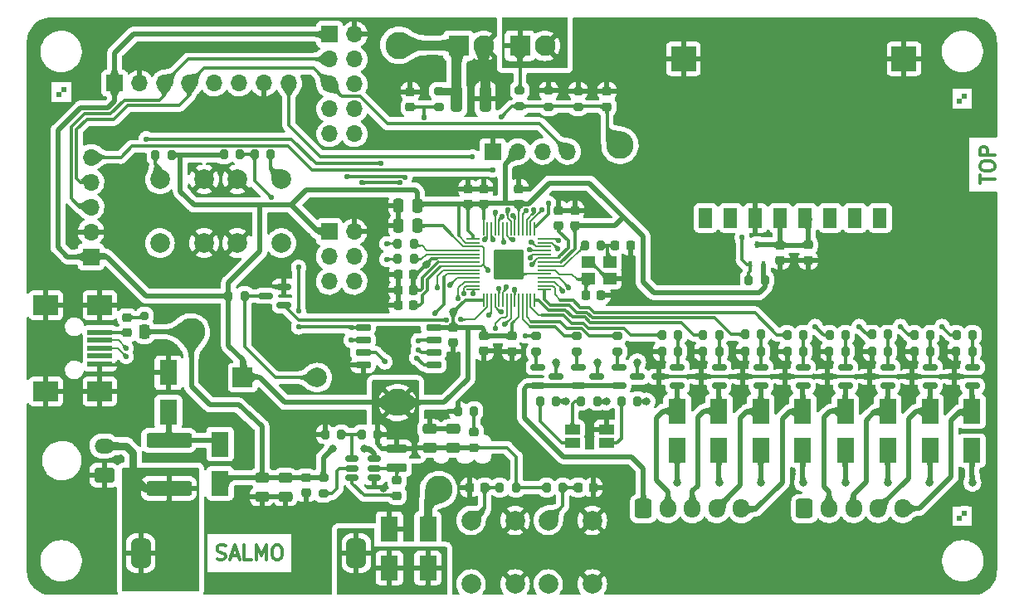
<source format=gtl>
%TF.GenerationSoftware,KiCad,Pcbnew,(6.0.4)*%
%TF.CreationDate,2022-04-13T22:44:02+02:00*%
%TF.ProjectId,PPSE_2021,50505345-5f32-4303-9231-2e6b69636164,rev?*%
%TF.SameCoordinates,Original*%
%TF.FileFunction,Copper,L1,Top*%
%TF.FilePolarity,Positive*%
%FSLAX46Y46*%
G04 Gerber Fmt 4.6, Leading zero omitted, Abs format (unit mm)*
G04 Created by KiCad (PCBNEW (6.0.4)) date 2022-04-13 22:44:02*
%MOMM*%
%LPD*%
G01*
G04 APERTURE LIST*
G04 Aperture macros list*
%AMRoundRect*
0 Rectangle with rounded corners*
0 $1 Rounding radius*
0 $2 $3 $4 $5 $6 $7 $8 $9 X,Y pos of 4 corners*
0 Add a 4 corners polygon primitive as box body*
4,1,4,$2,$3,$4,$5,$6,$7,$8,$9,$2,$3,0*
0 Add four circle primitives for the rounded corners*
1,1,$1+$1,$2,$3*
1,1,$1+$1,$4,$5*
1,1,$1+$1,$6,$7*
1,1,$1+$1,$8,$9*
0 Add four rect primitives between the rounded corners*
20,1,$1+$1,$2,$3,$4,$5,0*
20,1,$1+$1,$4,$5,$6,$7,0*
20,1,$1+$1,$6,$7,$8,$9,0*
20,1,$1+$1,$8,$9,$2,$3,0*%
G04 Aperture macros list end*
%ADD10C,0.300000*%
%TA.AperFunction,NonConductor*%
%ADD11C,0.300000*%
%TD*%
%TA.AperFunction,FiducialPad,Global*%
%ADD12R,0.500000X0.500000*%
%TD*%
%TA.AperFunction,SMDPad,CuDef*%
%ADD13RoundRect,0.250000X0.250000X0.475000X-0.250000X0.475000X-0.250000X-0.475000X0.250000X-0.475000X0*%
%TD*%
%TA.AperFunction,SMDPad,CuDef*%
%ADD14R,1.800000X2.500000*%
%TD*%
%TA.AperFunction,SMDPad,CuDef*%
%ADD15RoundRect,0.225000X0.225000X0.250000X-0.225000X0.250000X-0.225000X-0.250000X0.225000X-0.250000X0*%
%TD*%
%TA.AperFunction,SMDPad,CuDef*%
%ADD16RoundRect,0.150000X0.587500X0.150000X-0.587500X0.150000X-0.587500X-0.150000X0.587500X-0.150000X0*%
%TD*%
%TA.AperFunction,ComponentPad*%
%ADD17RoundRect,0.250000X-0.600000X-0.725000X0.600000X-0.725000X0.600000X0.725000X-0.600000X0.725000X0*%
%TD*%
%TA.AperFunction,ComponentPad*%
%ADD18O,1.700000X1.950000*%
%TD*%
%TA.AperFunction,ComponentPad*%
%ADD19R,1.700000X1.700000*%
%TD*%
%TA.AperFunction,ComponentPad*%
%ADD20O,1.700000X1.700000*%
%TD*%
%TA.AperFunction,SMDPad,CuDef*%
%ADD21RoundRect,0.200000X-0.200000X-0.275000X0.200000X-0.275000X0.200000X0.275000X-0.200000X0.275000X0*%
%TD*%
%TA.AperFunction,SMDPad,CuDef*%
%ADD22RoundRect,0.200000X0.200000X0.275000X-0.200000X0.275000X-0.200000X-0.275000X0.200000X-0.275000X0*%
%TD*%
%TA.AperFunction,SMDPad,CuDef*%
%ADD23RoundRect,0.200000X-0.275000X0.200000X-0.275000X-0.200000X0.275000X-0.200000X0.275000X0.200000X0*%
%TD*%
%TA.AperFunction,ComponentPad*%
%ADD24C,2.000000*%
%TD*%
%TA.AperFunction,ComponentPad*%
%ADD25R,2.000000X2.000000*%
%TD*%
%TA.AperFunction,SMDPad,CuDef*%
%ADD26RoundRect,0.250000X0.475000X-0.250000X0.475000X0.250000X-0.475000X0.250000X-0.475000X-0.250000X0*%
%TD*%
%TA.AperFunction,SMDPad,CuDef*%
%ADD27RoundRect,0.218750X0.256250X-0.218750X0.256250X0.218750X-0.256250X0.218750X-0.256250X-0.218750X0*%
%TD*%
%TA.AperFunction,SMDPad,CuDef*%
%ADD28RoundRect,0.225000X-0.250000X0.225000X-0.250000X-0.225000X0.250000X-0.225000X0.250000X0.225000X0*%
%TD*%
%TA.AperFunction,SMDPad,CuDef*%
%ADD29RoundRect,0.225000X-2.075000X0.525000X-2.075000X-0.525000X2.075000X-0.525000X2.075000X0.525000X0*%
%TD*%
%TA.AperFunction,ComponentPad*%
%ADD30R,2.100000X2.100000*%
%TD*%
%TA.AperFunction,ComponentPad*%
%ADD31C,2.100000*%
%TD*%
%TA.AperFunction,SMDPad,CuDef*%
%ADD32RoundRect,0.150000X0.512500X0.150000X-0.512500X0.150000X-0.512500X-0.150000X0.512500X-0.150000X0*%
%TD*%
%TA.AperFunction,SMDPad,CuDef*%
%ADD33R,1.400000X1.200000*%
%TD*%
%TA.AperFunction,ComponentPad*%
%ADD34C,2.800000*%
%TD*%
%TA.AperFunction,SMDPad,CuDef*%
%ADD35RoundRect,0.275000X-0.275000X-0.450000X0.275000X-0.450000X0.275000X0.450000X-0.275000X0.450000X0*%
%TD*%
%TA.AperFunction,SMDPad,CuDef*%
%ADD36RoundRect,0.200000X-0.200000X-0.200000X0.200000X-0.200000X0.200000X0.200000X-0.200000X0.200000X0*%
%TD*%
%TA.AperFunction,SMDPad,CuDef*%
%ADD37R,2.500000X0.500000*%
%TD*%
%TA.AperFunction,SMDPad,CuDef*%
%ADD38R,2.500000X2.000000*%
%TD*%
%TA.AperFunction,SMDPad,CuDef*%
%ADD39R,1.500000X1.000000*%
%TD*%
%TA.AperFunction,SMDPad,CuDef*%
%ADD40RoundRect,0.218750X-0.256250X0.218750X-0.256250X-0.218750X0.256250X-0.218750X0.256250X0.218750X0*%
%TD*%
%TA.AperFunction,SMDPad,CuDef*%
%ADD41RoundRect,0.150000X-0.587500X-0.150000X0.587500X-0.150000X0.587500X0.150000X-0.587500X0.150000X0*%
%TD*%
%TA.AperFunction,ComponentPad*%
%ADD42RoundRect,0.250001X0.759999X-0.499999X0.759999X0.499999X-0.759999X0.499999X-0.759999X-0.499999X0*%
%TD*%
%TA.AperFunction,ComponentPad*%
%ADD43O,2.020000X1.500000*%
%TD*%
%TA.AperFunction,SMDPad,CuDef*%
%ADD44RoundRect,0.120000X0.880000X-0.280000X0.880000X0.280000X-0.880000X0.280000X-0.880000X-0.280000X0*%
%TD*%
%TA.AperFunction,SMDPad,CuDef*%
%ADD45RoundRect,0.225000X-0.225000X-0.250000X0.225000X-0.250000X0.225000X0.250000X-0.225000X0.250000X0*%
%TD*%
%TA.AperFunction,SMDPad,CuDef*%
%ADD46RoundRect,0.250000X-0.475000X0.250000X-0.475000X-0.250000X0.475000X-0.250000X0.475000X0.250000X0*%
%TD*%
%TA.AperFunction,SMDPad,CuDef*%
%ADD47RoundRect,0.225000X0.250000X-0.225000X0.250000X0.225000X-0.250000X0.225000X-0.250000X-0.225000X0*%
%TD*%
%TA.AperFunction,SMDPad,CuDef*%
%ADD48RoundRect,0.200000X0.275000X-0.200000X0.275000X0.200000X-0.275000X0.200000X-0.275000X-0.200000X0*%
%TD*%
%TA.AperFunction,SMDPad,CuDef*%
%ADD49RoundRect,0.050000X0.050000X-0.587500X0.050000X0.587500X-0.050000X0.587500X-0.050000X-0.587500X0*%
%TD*%
%TA.AperFunction,SMDPad,CuDef*%
%ADD50RoundRect,0.050000X0.587500X0.050000X-0.587500X0.050000X-0.587500X-0.050000X0.587500X-0.050000X0*%
%TD*%
%TA.AperFunction,SMDPad,CuDef*%
%ADD51RoundRect,0.050000X-0.050000X0.587500X-0.050000X-0.587500X0.050000X-0.587500X0.050000X0.587500X0*%
%TD*%
%TA.AperFunction,SMDPad,CuDef*%
%ADD52RoundRect,0.050000X-0.587500X-0.050000X0.587500X-0.050000X0.587500X0.050000X-0.587500X0.050000X0*%
%TD*%
%TA.AperFunction,SMDPad,CuDef*%
%ADD53RoundRect,0.155000X1.395000X-1.395000X1.395000X1.395000X-1.395000X1.395000X-1.395000X-1.395000X0*%
%TD*%
%TA.AperFunction,SMDPad,CuDef*%
%ADD54RoundRect,0.150000X-0.650000X-0.150000X0.650000X-0.150000X0.650000X0.150000X-0.650000X0.150000X0*%
%TD*%
%TA.AperFunction,ComponentPad*%
%ADD55RoundRect,0.500000X-0.500000X-1.000000X0.500000X-1.000000X0.500000X1.000000X-0.500000X1.000000X0*%
%TD*%
%TA.AperFunction,ComponentPad*%
%ADD56R,1.400000X2.000000*%
%TD*%
%TA.AperFunction,SMDPad,CuDef*%
%ADD57R,2.500000X2.500000*%
%TD*%
%TA.AperFunction,SMDPad,CuDef*%
%ADD58R,0.450000X0.700000*%
%TD*%
%TA.AperFunction,SMDPad,CuDef*%
%ADD59RoundRect,0.250000X-0.312500X-1.075000X0.312500X-1.075000X0.312500X1.075000X-0.312500X1.075000X0*%
%TD*%
%TA.AperFunction,ViaPad*%
%ADD60C,0.800000*%
%TD*%
%TA.AperFunction,ViaPad*%
%ADD61C,0.550000*%
%TD*%
%TA.AperFunction,Conductor*%
%ADD62C,0.300000*%
%TD*%
%TA.AperFunction,Conductor*%
%ADD63C,0.200000*%
%TD*%
%TA.AperFunction,Conductor*%
%ADD64C,1.000000*%
%TD*%
%TA.AperFunction,Conductor*%
%ADD65C,0.250000*%
%TD*%
%TA.AperFunction,Conductor*%
%ADD66C,0.500000*%
%TD*%
%TA.AperFunction,Conductor*%
%ADD67C,0.800000*%
%TD*%
G04 APERTURE END LIST*
D10*
D11*
X107428571Y-130757142D02*
X107642857Y-130828571D01*
X108000000Y-130828571D01*
X108142857Y-130757142D01*
X108214285Y-130685714D01*
X108285714Y-130542857D01*
X108285714Y-130400000D01*
X108214285Y-130257142D01*
X108142857Y-130185714D01*
X108000000Y-130114285D01*
X107714285Y-130042857D01*
X107571428Y-129971428D01*
X107500000Y-129900000D01*
X107428571Y-129757142D01*
X107428571Y-129614285D01*
X107500000Y-129471428D01*
X107571428Y-129400000D01*
X107714285Y-129328571D01*
X108071428Y-129328571D01*
X108285714Y-129400000D01*
X108857142Y-130400000D02*
X109571428Y-130400000D01*
X108714285Y-130828571D02*
X109214285Y-129328571D01*
X109714285Y-130828571D01*
X110928571Y-130828571D02*
X110214285Y-130828571D01*
X110214285Y-129328571D01*
X111428571Y-130828571D02*
X111428571Y-129328571D01*
X111928571Y-130400000D01*
X112428571Y-129328571D01*
X112428571Y-130828571D01*
X113428571Y-129328571D02*
X113714285Y-129328571D01*
X113857142Y-129400000D01*
X114000000Y-129542857D01*
X114071428Y-129828571D01*
X114071428Y-130328571D01*
X114000000Y-130614285D01*
X113857142Y-130757142D01*
X113714285Y-130828571D01*
X113428571Y-130828571D01*
X113285714Y-130757142D01*
X113142857Y-130614285D01*
X113071428Y-130328571D01*
X113071428Y-129828571D01*
X113142857Y-129542857D01*
X113285714Y-129400000D01*
X113428571Y-129328571D01*
D10*
D11*
X185258971Y-92414285D02*
X185258971Y-91557142D01*
X186758971Y-91985714D02*
X185258971Y-91985714D01*
X185258971Y-90771428D02*
X185258971Y-90485714D01*
X185330400Y-90342857D01*
X185473257Y-90200000D01*
X185758971Y-90128571D01*
X186258971Y-90128571D01*
X186544685Y-90200000D01*
X186687542Y-90342857D01*
X186758971Y-90485714D01*
X186758971Y-90771428D01*
X186687542Y-90914285D01*
X186544685Y-91057142D01*
X186258971Y-91128571D01*
X185758971Y-91128571D01*
X185473257Y-91057142D01*
X185330400Y-90914285D01*
X185258971Y-90771428D01*
X186758971Y-89485714D02*
X185258971Y-89485714D01*
X185258971Y-88914285D01*
X185330400Y-88771428D01*
X185401828Y-88700000D01*
X185544685Y-88628571D01*
X185758971Y-88628571D01*
X185901828Y-88700000D01*
X185973257Y-88771428D01*
X186044685Y-88914285D01*
X186044685Y-89485714D01*
D12*
%TO.P,FID1,*%
%TO.N,*%
X91800000Y-82800000D03*
X91300000Y-83300000D03*
%TD*%
D13*
%TO.P,C8,1*%
%TO.N,+3V3*%
X127849989Y-94640400D03*
%TO.P,C8,2*%
%TO.N,GND*%
X125949989Y-94640400D03*
%TD*%
D14*
%TO.P,D4,1,K*%
%TO.N,/Power/SW_VIN*%
X107746800Y-123005600D03*
%TO.P,D4,2,A*%
%TO.N,/Power/12V_Post_PPTC*%
X107746800Y-119005600D03*
%TD*%
D15*
%TO.P,C12,1*%
%TO.N,+3V3*%
X127458789Y-101689400D03*
%TO.P,C12,2*%
%TO.N,GND*%
X125908789Y-101689400D03*
%TD*%
D16*
%TO.P,Q6,1,D*%
%TO.N,/Actuation/M1_OUT1*%
X171553727Y-113065600D03*
%TO.P,Q6,2,G*%
%TO.N,Net-(Q6-Pad2)*%
X171553727Y-111165600D03*
%TO.P,Q6,3,S*%
%TO.N,GND*%
X169678727Y-112115600D03*
%TD*%
D17*
%TO.P,J10,1,Pin_1*%
%TO.N,+12V*%
X150926800Y-125602974D03*
D18*
%TO.P,J10,2,Pin_2*%
%TO.N,/Actuation/M2_OUT1*%
X153426800Y-125602974D03*
%TO.P,J10,3,Pin_3*%
%TO.N,/Actuation/M2_OUT2*%
X155926800Y-125602974D03*
%TO.P,J10,4,Pin_4*%
%TO.N,/Actuation/M2_OUT3*%
X158426800Y-125602974D03*
%TO.P,J10,5,Pin_5*%
%TO.N,/Actuation/M2_OUT4*%
X160926800Y-125602974D03*
%TD*%
D19*
%TO.P,J5,1,Pin_1*%
%TO.N,+3V3*%
X94575000Y-99875000D03*
D20*
%TO.P,J5,2,Pin_2*%
%TO.N,GND*%
X94575000Y-97335000D03*
%TO.P,J5,3,Pin_3*%
%TO.N,/Connectivity/SCL*%
X94575000Y-94795000D03*
%TO.P,J5,4,Pin_4*%
%TO.N,/Connectivity/SDA*%
X94575000Y-92255000D03*
%TO.P,J5,5,Pin_5*%
%TO.N,/Connectivity/DRDY*%
X94575000Y-89715000D03*
%TD*%
D21*
%TO.P,R14,1*%
%TO.N,+3V3*%
X108598200Y-103886000D03*
%TO.P,R14,2*%
%TO.N,/Connectivity/iBuzzer*%
X110248200Y-103886000D03*
%TD*%
D14*
%TO.P,D10,1,K*%
%TO.N,+12V*%
X175839413Y-119662297D03*
%TO.P,D10,2,A*%
%TO.N,/Actuation/M1_OUT2*%
X175839413Y-115662297D03*
%TD*%
D21*
%TO.P,R35,1*%
%TO.N,/Actuation/M2_W12*%
X157033671Y-107865426D03*
%TO.P,R35,2*%
%TO.N,Net-(Q11-Pad2)*%
X158683671Y-107865426D03*
%TD*%
%TO.P,R34,1*%
%TO.N,/Actuation/M2_W11*%
X152829471Y-107865426D03*
%TO.P,R34,2*%
%TO.N,Net-(Q10-Pad2)*%
X154479471Y-107865426D03*
%TD*%
D22*
%TO.P,R39,1*%
%TO.N,Net-(Q11-Pad2)*%
X158683671Y-109541826D03*
%TO.P,R39,2*%
%TO.N,GND*%
X157033671Y-109541826D03*
%TD*%
D21*
%TO.P,R27,1*%
%TO.N,/Actuation/M1_W12*%
X174236884Y-107814626D03*
%TO.P,R27,2*%
%TO.N,Net-(Q7-Pad2)*%
X175886884Y-107814626D03*
%TD*%
D14*
%TO.P,D14,1,K*%
%TO.N,+12V*%
X158636200Y-119662297D03*
%TO.P,D14,2,A*%
%TO.N,/Actuation/M2_OUT2*%
X158636200Y-115662297D03*
%TD*%
D21*
%TO.P,R5,1*%
%TO.N,+3V3*%
X108142000Y-89433400D03*
%TO.P,R5,2*%
%TO.N,/Control/~{FLASH_CS}*%
X109792000Y-89433400D03*
%TD*%
D23*
%TO.P,R15,1*%
%TO.N,/Control/LED_R*%
X144119600Y-107925600D03*
%TO.P,R15,2*%
%TO.N,Net-(Q3-Pad1)*%
X144119600Y-109575600D03*
%TD*%
D24*
%TO.P,SW3,1,1*%
%TO.N,/Control/~{HOME_SW}*%
X141209200Y-133298000D03*
X141209200Y-126798000D03*
%TO.P,SW3,2,2*%
%TO.N,GND*%
X145709200Y-133298000D03*
X145709200Y-126798000D03*
%TD*%
D22*
%TO.P,R2,1*%
%TO.N,/Control/~{USB_BOOT}*%
X112890800Y-89433400D03*
%TO.P,R2,2*%
%TO.N,/Control/~{FLASH_CS}*%
X111240800Y-89433400D03*
%TD*%
D23*
%TO.P,R24,1*%
%TO.N,/Sensing/Panel+*%
X138317700Y-82893400D03*
%TO.P,R24,2*%
%TO.N,/Control/V_PANEL*%
X138317700Y-84543400D03*
%TD*%
%TO.P,R19,1*%
%TO.N,/Control/LED_B*%
X148285200Y-107925600D03*
%TO.P,R19,2*%
%TO.N,Net-(Q5-Pad1)*%
X148285200Y-109575600D03*
%TD*%
D21*
%TO.P,R16,1*%
%TO.N,/Connectivity/iLED_R*%
X144564600Y-114604800D03*
%TO.P,R16,2*%
%TO.N,Net-(Q3-Pad3)*%
X146214600Y-114604800D03*
%TD*%
D25*
%TO.P,BZ1,1,-*%
%TO.N,+3V3*%
X110042800Y-112217200D03*
D24*
%TO.P,BZ1,2,+*%
%TO.N,/Connectivity/iBuzzer*%
X117642800Y-112217200D03*
%TD*%
D12*
%TO.P,FID2,*%
%TO.N,*%
X183700000Y-83500000D03*
X183200000Y-84000000D03*
%TD*%
D14*
%TO.P,D13,1,K*%
%TO.N,+12V*%
X154381200Y-119630297D03*
%TO.P,D13,2,A*%
%TO.N,/Actuation/M2_OUT1*%
X154381200Y-115630297D03*
%TD*%
D26*
%TO.P,C23,1*%
%TO.N,+3V3*%
X131470400Y-119364800D03*
%TO.P,C23,2*%
%TO.N,GND*%
X131470400Y-117464800D03*
%TD*%
D27*
%TO.P,FB1,1*%
%TO.N,/Power/VBUS*%
X98247200Y-107645200D03*
%TO.P,FB1,2*%
%TO.N,/Power/VBUS_FILTERED*%
X98247200Y-106070200D03*
%TD*%
D28*
%TO.P,C21,1*%
%TO.N,/Power/SW_NODE*%
X125780800Y-122725000D03*
%TO.P,C21,2*%
%TO.N,/Power/SW_BST*%
X125780800Y-124275000D03*
%TD*%
D29*
%TO.P,F1,1*%
%TO.N,/Power/12V_Post_PPTC*%
X102514400Y-118606400D03*
%TO.P,F1,2*%
%TO.N,/Power/12V_IN*%
X102514400Y-123506400D03*
%TD*%
D16*
%TO.P,Q12,1,D*%
%TO.N,/Actuation/M2_OUT3*%
X162936371Y-113065600D03*
%TO.P,Q12,2,G*%
%TO.N,Net-(Q12-Pad2)*%
X162936371Y-111165600D03*
%TO.P,Q12,3,S*%
%TO.N,GND*%
X161061371Y-112115600D03*
%TD*%
D30*
%TO.P,J11,1,Pin_1*%
%TO.N,/Sensing/Panel+*%
X138328400Y-78333600D03*
D31*
%TO.P,J11,2,Pin_2*%
X140868400Y-78333600D03*
%TD*%
D13*
%TO.P,C9,1*%
%TO.N,+1V1*%
X127837789Y-96723200D03*
%TO.P,C9,2*%
%TO.N,GND*%
X125937789Y-96723200D03*
%TD*%
D28*
%TO.P,C5,1*%
%TO.N,+3V3*%
X131528000Y-107098800D03*
%TO.P,C5,2*%
%TO.N,GND*%
X131528000Y-108648800D03*
%TD*%
D21*
%TO.P,R37,1*%
%TO.N,/Actuation/M2_W22*%
X165593471Y-107865426D03*
%TO.P,R37,2*%
%TO.N,Net-(Q13-Pad2)*%
X167243471Y-107865426D03*
%TD*%
D16*
%TO.P,Q13,1,D*%
%TO.N,/Actuation/M2_OUT4*%
X167228971Y-113065600D03*
%TO.P,Q13,2,G*%
%TO.N,Net-(Q13-Pad2)*%
X167228971Y-111165600D03*
%TO.P,Q13,3,S*%
%TO.N,GND*%
X165353971Y-112115600D03*
%TD*%
%TO.P,Q10,1,D*%
%TO.N,/Actuation/M2_OUT1*%
X154414171Y-113065600D03*
%TO.P,Q10,2,G*%
%TO.N,Net-(Q10-Pad2)*%
X154414171Y-111165600D03*
%TO.P,Q10,3,S*%
%TO.N,GND*%
X152539171Y-112115600D03*
%TD*%
D32*
%TO.P,U3,1,GND*%
%TO.N,GND*%
X123463900Y-122412800D03*
%TO.P,U3,2,SW*%
%TO.N,/Power/SW_NODE*%
X123463900Y-121462800D03*
%TO.P,U3,3,VIN*%
%TO.N,/Power/SW_VIN*%
X123463900Y-120512800D03*
%TO.P,U3,4,VFB*%
%TO.N,/Power/SW_FB*%
X121188900Y-120512800D03*
%TO.P,U3,5,EN*%
%TO.N,/Power/SW_EN*%
X121188900Y-121462800D03*
%TO.P,U3,6,VBST*%
%TO.N,/Power/SW_BST*%
X121188900Y-122412800D03*
%TD*%
D14*
%TO.P,D1,1,A1*%
%TO.N,/Power/12V_Post_PPTC*%
X102463600Y-115722400D03*
%TO.P,D1,2,A2*%
%TO.N,GND*%
X102463600Y-111722400D03*
%TD*%
D28*
%TO.P,C24,1*%
%TO.N,/Connectivity/GPS_VCC*%
X164896800Y-98691400D03*
%TO.P,C24,2*%
%TO.N,GND*%
X164896800Y-100241400D03*
%TD*%
D33*
%TO.P,Y1,1,1*%
%TO.N,/Control/XIN*%
X145293400Y-102094400D03*
%TO.P,Y1,2,2*%
%TO.N,GND*%
X147493400Y-102094400D03*
%TO.P,Y1,3,3*%
%TO.N,/Control/iXOUT*%
X147493400Y-100394400D03*
%TO.P,Y1,4,4*%
%TO.N,GND*%
X145293400Y-100394400D03*
%TD*%
D14*
%TO.P,D11,1,K*%
%TO.N,+12V*%
X180166999Y-119662297D03*
%TO.P,D11,2,A*%
%TO.N,/Actuation/M1_OUT3*%
X180166999Y-115662297D03*
%TD*%
D19*
%TO.P,J7,1,Pin_1*%
%TO.N,GND*%
X135559800Y-89128600D03*
D20*
%TO.P,J7,2,Pin_2*%
%TO.N,+3V3*%
X138099800Y-89128600D03*
%TO.P,J7,3,Pin_3*%
%TO.N,/Connectivity/SCL*%
X140639800Y-89128600D03*
%TO.P,J7,4,Pin_4*%
%TO.N,/Connectivity/SDA*%
X143179800Y-89128600D03*
%TD*%
D15*
%TO.P,C16,1*%
%TO.N,+3V3*%
X127446589Y-103276400D03*
%TO.P,C16,2*%
%TO.N,GND*%
X125896589Y-103276400D03*
%TD*%
D34*
%TO.P,TP1,1,1*%
%TO.N,+12V*%
X130048000Y-123647200D03*
%TD*%
D19*
%TO.P,J1,1,Pin_1*%
%TO.N,+3V3*%
X118867000Y-97325000D03*
D20*
%TO.P,J1,2,Pin_2*%
%TO.N,GND*%
X121407000Y-97325000D03*
%TO.P,J1,3,Pin_3*%
%TO.N,/Connectivity/SDA*%
X118867000Y-99865000D03*
%TO.P,J1,4,Pin_4*%
%TO.N,/Control/SWDIO*%
X121407000Y-99865000D03*
%TO.P,J1,5,Pin_5*%
%TO.N,/Connectivity/SCL*%
X118867000Y-102405000D03*
%TO.P,J1,6,Pin_6*%
%TO.N,/Control/SWCLK*%
X121407000Y-102405000D03*
%TD*%
D35*
%TO.P,D5,1,K*%
%TO.N,/Power/SW_VIN*%
X100025200Y-107533200D03*
D36*
%TO.P,D5,2,A*%
%TO.N,/Power/VBUS_FILTERED*%
X100025200Y-105913200D03*
%TD*%
D37*
%TO.P,J3,1,VBUS*%
%TO.N,/Power/VBUS*%
X95471400Y-107620000D03*
%TO.P,J3,2,D-*%
%TO.N,/Control/USB_D-*%
X95471400Y-108420000D03*
%TO.P,J3,3,D+*%
%TO.N,/Control/USB_D+*%
X95471400Y-109220000D03*
%TO.P,J3,4,ID*%
%TO.N,unconnected-(J3-Pad4)*%
X95471400Y-110020000D03*
%TO.P,J3,5,GND*%
%TO.N,GND*%
X95471400Y-110820000D03*
D38*
%TO.P,J3,6,Shield*%
X89971400Y-113620000D03*
X95471400Y-104820000D03*
X95471400Y-113620000D03*
X89971400Y-104820000D03*
%TD*%
D22*
%TO.P,R30,1*%
%TO.N,Net-(Q6-Pad2)*%
X171556027Y-109541826D03*
%TO.P,R30,2*%
%TO.N,GND*%
X169906027Y-109541826D03*
%TD*%
D28*
%TO.P,C15,1*%
%TO.N,+3V3*%
X137500000Y-107975000D03*
%TO.P,C15,2*%
%TO.N,GND*%
X137500000Y-109525000D03*
%TD*%
D39*
%TO.P,D7,1,RA*%
%TO.N,/Connectivity/iLED_R*%
X143677500Y-117511600D03*
%TO.P,D7,2,GA*%
%TO.N,/Connectivity/iLED_G*%
X143677500Y-118911600D03*
%TO.P,D7,3,BA*%
%TO.N,/Connectivity/iLED_B*%
X147177500Y-118911600D03*
%TO.P,D7,4,K*%
%TO.N,GND*%
X147177500Y-117511600D03*
%TD*%
D14*
%TO.P,D16,1,K*%
%TO.N,+12V*%
X167196000Y-119662297D03*
%TO.P,D16,2,A*%
%TO.N,/Actuation/M2_OUT4*%
X167196000Y-115662297D03*
%TD*%
D40*
%TO.P,D6,1,K*%
%TO.N,/Power/iLED_3V3*%
X133654800Y-117779700D03*
%TO.P,D6,2,A*%
%TO.N,+3V3*%
X133654800Y-119354700D03*
%TD*%
D21*
%TO.P,R3,1*%
%TO.N,+3V3*%
X141059400Y-123444000D03*
%TO.P,R3,2*%
%TO.N,/Control/~{HOME_SW}*%
X142709400Y-123444000D03*
%TD*%
D41*
%TO.P,Q5,1,B*%
%TO.N,Net-(Q5-Pad1)*%
X148427700Y-111165600D03*
%TO.P,Q5,2,C*%
%TO.N,+12V*%
X148427700Y-113065600D03*
%TO.P,Q5,3,E*%
%TO.N,Net-(Q5-Pad3)*%
X150302700Y-112115600D03*
%TD*%
D42*
%TO.P,J4,1,Pin_1*%
%TO.N,GND*%
X95918000Y-122194556D03*
D43*
%TO.P,J4,2,Pin_2*%
%TO.N,/Power/12V_IN*%
X95918000Y-119194556D03*
%TD*%
D24*
%TO.P,SW4,1,1*%
%TO.N,/Control/~{EN_SW}*%
X133335200Y-133298000D03*
X133335200Y-126798000D03*
%TO.P,SW4,2,2*%
%TO.N,GND*%
X137835200Y-126798000D03*
X137835200Y-133298000D03*
%TD*%
D44*
%TO.P,L1,1,1*%
%TO.N,/Power/SW_NODE*%
X125780800Y-121446800D03*
%TO.P,L1,2,2*%
%TO.N,+3V3*%
X125780800Y-119446800D03*
%TD*%
D14*
%TO.P,D2,1,A1*%
%TO.N,/Power/12V_Post_Fuse*%
X125018800Y-131641600D03*
%TO.P,D2,2,A2*%
%TO.N,GND*%
X125018800Y-127641600D03*
%TD*%
D34*
%TO.P,TP3,1,1*%
%TO.N,+3V3*%
X125831600Y-114757200D03*
%TD*%
D45*
%TO.P,C1,1*%
%TO.N,/Control/XIN*%
X145059600Y-103784400D03*
%TO.P,C1,2*%
%TO.N,GND*%
X146609600Y-103784400D03*
%TD*%
D46*
%TO.P,C18,1*%
%TO.N,/Power/SW_VIN*%
X112014000Y-122443200D03*
%TO.P,C18,2*%
%TO.N,GND*%
X112014000Y-124343200D03*
%TD*%
D34*
%TO.P,TP5,1,1*%
%TO.N,/Control/V_PANEL*%
X148539200Y-88493600D03*
%TD*%
D14*
%TO.P,D15,1,K*%
%TO.N,+12V*%
X162903400Y-119662297D03*
%TO.P,D15,2,A*%
%TO.N,/Actuation/M2_OUT3*%
X162903400Y-115662297D03*
%TD*%
D21*
%TO.P,R29,1*%
%TO.N,/Actuation/M1_W22*%
X182867800Y-107865426D03*
%TO.P,R29,2*%
%TO.N,Net-(Q9-Pad2)*%
X184517800Y-107865426D03*
%TD*%
D22*
%TO.P,R7,1*%
%TO.N,/Control/iUSB_D+*%
X127509589Y-100114600D03*
%TO.P,R7,2*%
%TO.N,/Control/USB_D+*%
X125859589Y-100114600D03*
%TD*%
D16*
%TO.P,Q8,1,D*%
%TO.N,/Actuation/M1_OUT3*%
X180199970Y-113065600D03*
%TO.P,Q8,2,G*%
%TO.N,Net-(Q8-Pad2)*%
X180199970Y-111165600D03*
%TO.P,Q8,3,S*%
%TO.N,GND*%
X178324970Y-112115600D03*
%TD*%
D22*
%TO.P,R11,1*%
%TO.N,/Power/SW_FB*%
X120103400Y-118000000D03*
%TO.P,R11,2*%
%TO.N,GND*%
X118453400Y-118000000D03*
%TD*%
D14*
%TO.P,D9,1,K*%
%TO.N,+12V*%
X171520756Y-119662297D03*
%TO.P,D9,2,A*%
%TO.N,/Actuation/M1_OUT1*%
X171520756Y-115662297D03*
%TD*%
D47*
%TO.P,C10,1*%
%TO.N,+3V3*%
X134620000Y-94488000D03*
%TO.P,C10,2*%
%TO.N,GND*%
X134620000Y-92938000D03*
%TD*%
D21*
%TO.P,R18,1*%
%TO.N,/Connectivity/iLED_G*%
X140399000Y-114604800D03*
%TO.P,R18,2*%
%TO.N,Net-(Q4-Pad3)*%
X142049000Y-114604800D03*
%TD*%
D16*
%TO.P,Q11,1,D*%
%TO.N,/Actuation/M2_OUT2*%
X158669171Y-113065600D03*
%TO.P,Q11,2,G*%
%TO.N,Net-(Q11-Pad2)*%
X158669171Y-111165600D03*
%TO.P,Q11,3,S*%
%TO.N,GND*%
X156794171Y-112115600D03*
%TD*%
D21*
%TO.P,R28,1*%
%TO.N,/Actuation/M1_W21*%
X178564470Y-107865426D03*
%TO.P,R28,2*%
%TO.N,Net-(Q8-Pad2)*%
X180214470Y-107865426D03*
%TD*%
D47*
%TO.P,C14,1*%
%TO.N,+3V3*%
X133045200Y-94501000D03*
%TO.P,C14,2*%
%TO.N,GND*%
X133045200Y-92951000D03*
%TD*%
D21*
%TO.P,R36,1*%
%TO.N,/Actuation/M2_W21*%
X161300871Y-107814626D03*
%TO.P,R36,2*%
%TO.N,Net-(Q12-Pad2)*%
X162950871Y-107814626D03*
%TD*%
D28*
%TO.P,C25,1*%
%TO.N,/Connectivity/GPS_VCC*%
X167741600Y-98678400D03*
%TO.P,C25,2*%
%TO.N,GND*%
X167741600Y-100228400D03*
%TD*%
D16*
%TO.P,Q9,1,D*%
%TO.N,/Actuation/M1_OUT4*%
X184503300Y-113065600D03*
%TO.P,Q9,2,G*%
%TO.N,Net-(Q9-Pad2)*%
X184503300Y-111165600D03*
%TO.P,Q9,3,S*%
%TO.N,GND*%
X182628300Y-112115600D03*
%TD*%
D21*
%TO.P,R13,1*%
%TO.N,/Connectivity/GPS_EN*%
X161684200Y-102260400D03*
%TO.P,R13,2*%
%TO.N,+3V3*%
X163334200Y-102260400D03*
%TD*%
D48*
%TO.P,R23,1*%
%TO.N,/Control/V_PANEL*%
X144261300Y-84594200D03*
%TO.P,R23,2*%
%TO.N,GND*%
X144261300Y-82944200D03*
%TD*%
D47*
%TO.P,C7,1*%
%TO.N,+1V1*%
X142290800Y-96685400D03*
%TO.P,C7,2*%
%TO.N,GND*%
X142290800Y-95135400D03*
%TD*%
D41*
%TO.P,Q3,1,B*%
%TO.N,Net-(Q3-Pad1)*%
X144299700Y-111165600D03*
%TO.P,Q3,2,C*%
%TO.N,+12V*%
X144299700Y-113065600D03*
%TO.P,Q3,3,E*%
%TO.N,Net-(Q3-Pad3)*%
X146174700Y-112115600D03*
%TD*%
D16*
%TO.P,Q7,1,D*%
%TO.N,/Actuation/M1_OUT2*%
X175872384Y-113065600D03*
%TO.P,Q7,2,G*%
%TO.N,Net-(Q7-Pad2)*%
X175872384Y-111165600D03*
%TO.P,Q7,3,S*%
%TO.N,GND*%
X173997384Y-112115600D03*
%TD*%
D21*
%TO.P,R20,1*%
%TO.N,/Connectivity/iLED_B*%
X148679400Y-114604800D03*
%TO.P,R20,2*%
%TO.N,Net-(Q5-Pad3)*%
X150329400Y-114604800D03*
%TD*%
D46*
%TO.P,C19,1*%
%TO.N,/Power/SW_VIN*%
X114401600Y-122443200D03*
%TO.P,C19,2*%
%TO.N,GND*%
X114401600Y-124343200D03*
%TD*%
D49*
%TO.P,U2,1,IOVDD*%
%TO.N,+3V3*%
X134610800Y-104272300D03*
%TO.P,U2,2,GPIO0*%
%TO.N,/Connectivity/Buzzer*%
X135010800Y-104272300D03*
%TO.P,U2,3,GPIO1*%
%TO.N,/Control/GPIO1*%
X135410800Y-104272300D03*
%TO.P,U2,4,GPIO2*%
%TO.N,/Control/GPIO2*%
X135810800Y-104272300D03*
%TO.P,U2,5,GPIO3*%
%TO.N,/Control/GPIO3*%
X136210800Y-104272300D03*
%TO.P,U2,6,GPIO4*%
%TO.N,/Control/GPIO4*%
X136610800Y-104272300D03*
%TO.P,U2,7,GPIO5*%
%TO.N,/Control/~{EN_SW}*%
X137010800Y-104272300D03*
%TO.P,U2,8,GPIO6*%
%TO.N,/Control/~{HOME_SW}*%
X137410800Y-104272300D03*
%TO.P,U2,9,GPIO7*%
%TO.N,/Control/LED_G*%
X137810800Y-104272300D03*
%TO.P,U2,10,IOVDD*%
%TO.N,+3V3*%
X138210800Y-104272300D03*
%TO.P,U2,11,GPIO8*%
%TO.N,/Control/LED_R*%
X138610800Y-104272300D03*
%TO.P,U2,12,GPIO9*%
%TO.N,/Control/LED_B*%
X139010800Y-104272300D03*
%TO.P,U2,13,GPIO10*%
%TO.N,/Actuation/M2_W11*%
X139410800Y-104272300D03*
%TO.P,U2,14,GPIO11*%
%TO.N,/Actuation/M2_W12*%
X139810800Y-104272300D03*
D50*
%TO.P,U2,15,GPIO12*%
%TO.N,/Actuation/M2_W21*%
X140848300Y-103234800D03*
%TO.P,U2,16,GPIO13*%
%TO.N,/Actuation/M2_W22*%
X140848300Y-102834800D03*
%TO.P,U2,17,GPIO14*%
%TO.N,/Actuation/M1_W11*%
X140848300Y-102434800D03*
%TO.P,U2,18,GPIO15*%
%TO.N,/Actuation/M1_W12*%
X140848300Y-102034800D03*
%TO.P,U2,19,TESTEN*%
%TO.N,GND*%
X140848300Y-101634800D03*
%TO.P,U2,20,XIN*%
%TO.N,/Control/XIN*%
X140848300Y-101234800D03*
%TO.P,U2,21,XOUT*%
%TO.N,/Control/XOUT*%
X140848300Y-100834800D03*
%TO.P,U2,22,IOVDD*%
%TO.N,+3V3*%
X140848300Y-100434800D03*
%TO.P,U2,23,DVDD*%
%TO.N,+1V1*%
X140848300Y-100034800D03*
%TO.P,U2,24,SWCLK*%
%TO.N,/Control/SWCLK*%
X140848300Y-99634800D03*
%TO.P,U2,25,SWDIO*%
%TO.N,/Control/SWDIO*%
X140848300Y-99234800D03*
%TO.P,U2,26,RUN*%
%TO.N,/Control/~{RESET}*%
X140848300Y-98834800D03*
%TO.P,U2,27,GPIO16*%
%TO.N,/Actuation/M1_W21*%
X140848300Y-98434800D03*
%TO.P,U2,28,GPIO17*%
%TO.N,/Actuation/M1_W22*%
X140848300Y-98034800D03*
D51*
%TO.P,U2,29,GPIO18*%
%TO.N,/Connectivity/SDA*%
X139810800Y-96997300D03*
%TO.P,U2,30,GPIO19*%
%TO.N,/Connectivity/SCL*%
X139410800Y-96997300D03*
%TO.P,U2,31,GPIO20*%
%TO.N,/Connectivity/DRDY*%
X139010800Y-96997300D03*
%TO.P,U2,32,GPIO21*%
%TO.N,/Connectivity/ACC_INT*%
X138610800Y-96997300D03*
%TO.P,U2,33,IOVDD*%
%TO.N,+3V3*%
X138210800Y-96997300D03*
%TO.P,U2,34,GPIO22*%
%TO.N,/Connectivity/GPS_EN*%
X137810800Y-96997300D03*
%TO.P,U2,35,GPIO23*%
%TO.N,/Connectivity/GPS_TP*%
X137410800Y-96997300D03*
%TO.P,U2,36,GPIO24*%
%TO.N,/Connectivity/GPS_RX*%
X137010800Y-96997300D03*
%TO.P,U2,37,GPIO25*%
%TO.N,/Connectivity/GPS_TX*%
X136610800Y-96997300D03*
%TO.P,U2,38,GPIO26/ADC0*%
%TO.N,/Control/V_PANEL*%
X136210800Y-96997300D03*
%TO.P,U2,39,GPIO27/ADC1*%
%TO.N,/Control/I_PANEL*%
X135810800Y-96997300D03*
%TO.P,U2,40,GPIO28/ADC2*%
%TO.N,/Control/EXT_ADC0*%
X135410800Y-96997300D03*
%TO.P,U2,41,GPIO29/ADC3*%
%TO.N,/Control/EXT_ADC1*%
X135010800Y-96997300D03*
%TO.P,U2,42,IOVDD*%
%TO.N,+3V3*%
X134610800Y-96997300D03*
D52*
%TO.P,U2,43,ADC_AVDD*%
X133573300Y-98034800D03*
%TO.P,U2,44,VREG_VIN*%
X133573300Y-98434800D03*
%TO.P,U2,45,VREG_VOUT*%
%TO.N,+1V1*%
X133573300Y-98834800D03*
%TO.P,U2,46,USB_DM*%
%TO.N,/Control/iUSB_D-*%
X133573300Y-99234800D03*
%TO.P,U2,47,USB_DP*%
%TO.N,/Control/iUSB_D+*%
X133573300Y-99634800D03*
%TO.P,U2,48,USB_VDD*%
%TO.N,+3V3*%
X133573300Y-100034800D03*
%TO.P,U2,49,IOVDD*%
X133573300Y-100434800D03*
%TO.P,U2,50,DVDD*%
%TO.N,+1V1*%
X133573300Y-100834800D03*
%TO.P,U2,51,QSPI_SD3*%
%TO.N,/Control/FLASH_D3*%
X133573300Y-101234800D03*
%TO.P,U2,52,QSPI_SCLK*%
%TO.N,/Control/FLASH_CLK*%
X133573300Y-101634800D03*
%TO.P,U2,53,QSPI_SD0*%
%TO.N,/Control/FLASH_D0*%
X133573300Y-102034800D03*
%TO.P,U2,54,QSPI_SD2*%
%TO.N,/Control/FLASH_D2*%
X133573300Y-102434800D03*
%TO.P,U2,55,QSPI_SD1*%
%TO.N,/Control/FLASH_D1*%
X133573300Y-102834800D03*
%TO.P,U2,56,QSPI_SS_N*%
%TO.N,/Control/~{FLASH_CS}*%
X133573300Y-103234800D03*
D53*
%TO.P,U2,57,GND*%
%TO.N,GND*%
X137210800Y-100634800D03*
%TD*%
D12*
%TO.P,FID3,*%
%TO.N,*%
X183700000Y-126100000D03*
X183200000Y-126600000D03*
%TD*%
D23*
%TO.P,R9,1*%
%TO.N,/Power/SW_VIN*%
X118262400Y-122415800D03*
%TO.P,R9,2*%
%TO.N,/Power/SW_EN*%
X118262400Y-124065800D03*
%TD*%
D28*
%TO.P,C17,1*%
%TO.N,+3V3*%
X134670800Y-107968285D03*
%TO.P,C17,2*%
%TO.N,GND*%
X134670800Y-109518285D03*
%TD*%
D22*
%TO.P,R1,1*%
%TO.N,+3V3*%
X102806000Y-89484200D03*
%TO.P,R1,2*%
%TO.N,/Control/~{RESET}*%
X101156000Y-89484200D03*
%TD*%
D54*
%TO.P,U1,1,~{CS}*%
%TO.N,/Control/~{FLASH_CS}*%
X122333200Y-107111800D03*
%TO.P,U1,2,DO(IO1)*%
%TO.N,/Control/FLASH_D1*%
X122333200Y-108381800D03*
%TO.P,U1,3,IO2*%
%TO.N,/Control/FLASH_D2*%
X122333200Y-109651800D03*
%TO.P,U1,4,GND*%
%TO.N,GND*%
X122333200Y-110921800D03*
%TO.P,U1,5,DI(IO0)*%
%TO.N,/Control/FLASH_D0*%
X129533200Y-110921800D03*
%TO.P,U1,6,CLK*%
%TO.N,/Control/FLASH_CLK*%
X129533200Y-109651800D03*
%TO.P,U1,7,IO3*%
%TO.N,/Control/FLASH_D3*%
X129533200Y-108381800D03*
%TO.P,U1,8,VCC*%
%TO.N,+3V3*%
X129533200Y-107111800D03*
%TD*%
D22*
%TO.P,R4,1*%
%TO.N,/Control/iXOUT*%
X146582400Y-98755200D03*
%TO.P,R4,2*%
%TO.N,/Control/XOUT*%
X144932400Y-98755200D03*
%TD*%
D47*
%TO.P,C26,1*%
%TO.N,/Control/I_PANEL*%
X127141700Y-84582000D03*
%TO.P,C26,2*%
%TO.N,GND*%
X127141700Y-83032000D03*
%TD*%
D45*
%TO.P,C3,1*%
%TO.N,/Control/iXOUT*%
X148056800Y-98755200D03*
%TO.P,C3,2*%
%TO.N,GND*%
X149606800Y-98755200D03*
%TD*%
D22*
%TO.P,R6,1*%
%TO.N,+3V3*%
X137934200Y-123444000D03*
%TO.P,R6,2*%
%TO.N,/Control/~{EN_SW}*%
X136284200Y-123444000D03*
%TD*%
D19*
%TO.P,J2,1,Pin_1*%
%TO.N,+3V3*%
X118917800Y-77165397D03*
D20*
%TO.P,J2,2,Pin_2*%
%TO.N,GND*%
X121457800Y-77165397D03*
%TO.P,J2,3,Pin_3*%
%TO.N,/Connectivity/SCL*%
X118917800Y-79705397D03*
%TO.P,J2,4,Pin_4*%
%TO.N,/Control/EXT_ADC0*%
X121457800Y-79705397D03*
%TO.P,J2,5,Pin_5*%
%TO.N,/Connectivity/SDA*%
X118917800Y-82245397D03*
%TO.P,J2,6,Pin_6*%
%TO.N,/Control/EXT_ADC1*%
X121457800Y-82245397D03*
%TO.P,J2,7,Pin_7*%
%TO.N,/Control/GPIO2*%
X118917800Y-84785397D03*
%TO.P,J2,8,Pin_8*%
%TO.N,/Control/GPIO4*%
X121457800Y-84785397D03*
%TO.P,J2,9,Pin_9*%
%TO.N,/Control/GPIO1*%
X118917800Y-87325397D03*
%TO.P,J2,10,Pin_10*%
%TO.N,/Control/GPIO3*%
X121457800Y-87325397D03*
%TD*%
D27*
%TO.P,D8,1,K*%
%TO.N,/Control/V_PANEL*%
X147207700Y-84556700D03*
%TO.P,D8,2,A*%
%TO.N,GND*%
X147207700Y-82981700D03*
%TD*%
D22*
%TO.P,R38,1*%
%TO.N,Net-(Q10-Pad2)*%
X154467271Y-109541826D03*
%TO.P,R38,2*%
%TO.N,GND*%
X152817271Y-109541826D03*
%TD*%
D34*
%TO.P,TP2,1,1*%
%TO.N,/Power/SW_VIN*%
X104800400Y-107543600D03*
%TD*%
D30*
%TO.P,J8,1,Pin_1*%
%TO.N,/Sensing/Panel-*%
X132080000Y-78333600D03*
D31*
%TO.P,J8,2,Pin_2*%
%TO.N,GND*%
X134620000Y-78333600D03*
%TD*%
D22*
%TO.P,R31,1*%
%TO.N,Net-(Q7-Pad2)*%
X175886884Y-109541826D03*
%TO.P,R31,2*%
%TO.N,GND*%
X174236884Y-109541826D03*
%TD*%
D19*
%TO.P,J6,1,Pin_1*%
%TO.N,+3V3*%
X96980000Y-82150000D03*
D20*
%TO.P,J6,2,Pin_2*%
%TO.N,GND*%
X99520000Y-82150000D03*
%TO.P,J6,3,Pin_3*%
%TO.N,/Connectivity/SCL*%
X102060000Y-82150000D03*
%TO.P,J6,4,Pin_4*%
%TO.N,/Connectivity/SDA*%
X104600000Y-82150000D03*
%TO.P,J6,5,Pin_5*%
%TO.N,unconnected-(J6-Pad5)*%
X107140000Y-82150000D03*
%TO.P,J6,6,Pin_6*%
%TO.N,unconnected-(J6-Pad6)*%
X109680000Y-82150000D03*
%TO.P,J6,7,Pin_7*%
%TO.N,GND*%
X112220000Y-82150000D03*
%TO.P,J6,8,Pin_8*%
%TO.N,/Connectivity/ACC_INT*%
X114760000Y-82150000D03*
%TD*%
D47*
%TO.P,C11,1*%
%TO.N,+3V3*%
X143916400Y-96685400D03*
%TO.P,C11,2*%
%TO.N,GND*%
X143916400Y-95135400D03*
%TD*%
D15*
%TO.P,C6,1*%
%TO.N,+1V1*%
X127446589Y-104851200D03*
%TO.P,C6,2*%
%TO.N,GND*%
X125896589Y-104851200D03*
%TD*%
D55*
%TO.P,F2,1*%
%TO.N,/Power/12V_IN*%
X99642400Y-130149600D03*
%TO.P,F2,2*%
%TO.N,/Power/12V_Post_Fuse*%
X121642400Y-130149600D03*
%TD*%
D24*
%TO.P,SW1,1,1*%
%TO.N,/Control/~{USB_BOOT}*%
X113984600Y-91980020D03*
X113984600Y-98480020D03*
%TO.P,SW1,2,2*%
%TO.N,GND*%
X109484600Y-98480020D03*
X109484600Y-91980020D03*
%TD*%
D16*
%TO.P,Q2,1,B*%
%TO.N,/Connectivity/Buzzer*%
X114272300Y-104836000D03*
%TO.P,Q2,2,E*%
%TO.N,GND*%
X114272300Y-102936000D03*
%TO.P,Q2,3,C*%
%TO.N,/Connectivity/iBuzzer*%
X112397300Y-103886000D03*
%TD*%
D34*
%TO.P,TP4,1,1*%
%TO.N,/Sensing/Panel-*%
X125984000Y-78282800D03*
%TD*%
D28*
%TO.P,C20,1*%
%TO.N,/Power/SW_VIN*%
X116484400Y-122428000D03*
%TO.P,C20,2*%
%TO.N,GND*%
X116484400Y-123978000D03*
%TD*%
D56*
%TO.P,U4,1,RXD*%
%TO.N,/Connectivity/GPS_RX*%
X157283400Y-95907600D03*
%TO.P,U4,2,TXD*%
%TO.N,/Connectivity/GPS_TX*%
X159823400Y-95907600D03*
%TO.P,U4,3,GND*%
%TO.N,GND*%
X162363400Y-95907600D03*
%TO.P,U4,4,VCC*%
%TO.N,/Connectivity/GPS_VCC*%
X164903400Y-95907600D03*
%TO.P,U4,5,V_BCKP*%
X167443400Y-95907600D03*
%TO.P,U4,6,TIMEPULSE*%
%TO.N,/Connectivity/GPS_TP*%
X169983400Y-95907600D03*
%TO.P,U4,7,SDA*%
%TO.N,unconnected-(U4-Pad7)*%
X172523400Y-95907600D03*
%TO.P,U4,8,SCL*%
%TO.N,unconnected-(U4-Pad8)*%
X175063400Y-95907600D03*
D57*
%TO.P,U4,MP1,MP1*%
%TO.N,GND*%
X155013400Y-79657600D03*
%TO.P,U4,MP2,MP2*%
X177523400Y-79657600D03*
%TD*%
D26*
%TO.P,C22,1*%
%TO.N,+3V3*%
X129133600Y-119364800D03*
%TO.P,C22,2*%
%TO.N,GND*%
X129133600Y-117464800D03*
%TD*%
D45*
%TO.P,C2,1*%
%TO.N,/Control/~{HOME_SW}*%
X144259000Y-123444000D03*
%TO.P,C2,2*%
%TO.N,GND*%
X145809000Y-123444000D03*
%TD*%
D22*
%TO.P,R40,1*%
%TO.N,Net-(Q12-Pad2)*%
X162950871Y-109541826D03*
%TO.P,R40,2*%
%TO.N,GND*%
X161300871Y-109541826D03*
%TD*%
D41*
%TO.P,Q4,1,B*%
%TO.N,Net-(Q4-Pad1)*%
X140171700Y-111165600D03*
%TO.P,Q4,2,C*%
%TO.N,+12V*%
X140171700Y-113065600D03*
%TO.P,Q4,3,E*%
%TO.N,Net-(Q4-Pad3)*%
X142046700Y-112115600D03*
%TD*%
D48*
%TO.P,R25,1*%
%TO.N,/Control/V_PANEL*%
X141264100Y-84582000D03*
%TO.P,R25,2*%
%TO.N,GND*%
X141264100Y-82932000D03*
%TD*%
D23*
%TO.P,R22,1*%
%TO.N,/Sensing/Panel-*%
X130037300Y-82944200D03*
%TO.P,R22,2*%
%TO.N,/Control/I_PANEL*%
X130037300Y-84594200D03*
%TD*%
D22*
%TO.P,R8,2*%
%TO.N,/Control/USB_D-*%
X125859589Y-98539800D03*
%TO.P,R8,1*%
%TO.N,/Control/iUSB_D-*%
X127509589Y-98539800D03*
%TD*%
D17*
%TO.P,J9,1,Pin_1*%
%TO.N,+12V*%
X167364400Y-125582000D03*
D18*
%TO.P,J9,2,Pin_2*%
%TO.N,/Actuation/M1_OUT1*%
X169864400Y-125582000D03*
%TO.P,J9,3,Pin_3*%
%TO.N,/Actuation/M1_OUT2*%
X172364400Y-125582000D03*
%TO.P,J9,4,Pin_4*%
%TO.N,/Actuation/M1_OUT3*%
X174864400Y-125582000D03*
%TO.P,J9,5,Pin_5*%
%TO.N,/Actuation/M1_OUT4*%
X177364400Y-125582000D03*
%TD*%
D22*
%TO.P,R33,1*%
%TO.N,Net-(Q9-Pad2)*%
X184505600Y-109524800D03*
%TO.P,R33,2*%
%TO.N,GND*%
X182855600Y-109524800D03*
%TD*%
D23*
%TO.P,R17,1*%
%TO.N,/Control/LED_G*%
X139954000Y-107937800D03*
%TO.P,R17,2*%
%TO.N,Net-(Q4-Pad1)*%
X139954000Y-109587800D03*
%TD*%
D58*
%TO.P,Q1,1,G*%
%TO.N,/Connectivity/GPS_EN*%
X161859200Y-100669600D03*
%TO.P,Q1,2,D*%
%TO.N,+3V3*%
X163159200Y-100669600D03*
%TO.P,Q1,3,S*%
%TO.N,/Connectivity/GPS_VCC*%
X162509200Y-98669600D03*
%TD*%
D15*
%TO.P,C4,1*%
%TO.N,/Control/~{EN_SW}*%
X134734600Y-123444000D03*
%TO.P,C4,2*%
%TO.N,GND*%
X133184600Y-123444000D03*
%TD*%
D14*
%TO.P,D12,1,K*%
%TO.N,+12V*%
X184470329Y-119662297D03*
%TO.P,D12,2,A*%
%TO.N,/Actuation/M1_OUT4*%
X184470329Y-115662297D03*
%TD*%
D22*
%TO.P,R41,1*%
%TO.N,Net-(Q13-Pad2)*%
X167243471Y-109541826D03*
%TO.P,R41,2*%
%TO.N,GND*%
X165593471Y-109541826D03*
%TD*%
D47*
%TO.P,C13,1*%
%TO.N,+3V3*%
X138226800Y-94488000D03*
%TO.P,C13,2*%
%TO.N,GND*%
X138226800Y-92938000D03*
%TD*%
D22*
%TO.P,R12,1*%
%TO.N,/Power/iLED_3V3*%
X133654800Y-115620800D03*
%TO.P,R12,2*%
%TO.N,GND*%
X132004800Y-115620800D03*
%TD*%
D59*
%TO.P,R21,1*%
%TO.N,/Sensing/Panel-*%
X131876800Y-83769200D03*
%TO.P,R21,2*%
%TO.N,GND*%
X134801800Y-83769200D03*
%TD*%
D14*
%TO.P,D3,1,K*%
%TO.N,+12V*%
X128930400Y-127641600D03*
%TO.P,D3,2,A*%
%TO.N,/Power/12V_Post_Fuse*%
X128930400Y-131641600D03*
%TD*%
D22*
%TO.P,R10,1*%
%TO.N,+3V3*%
X123824000Y-118000000D03*
%TO.P,R10,2*%
%TO.N,/Power/SW_FB*%
X122174000Y-118000000D03*
%TD*%
D21*
%TO.P,R26,1*%
%TO.N,/Actuation/M1_W11*%
X169918227Y-107865426D03*
%TO.P,R26,2*%
%TO.N,Net-(Q6-Pad2)*%
X171568227Y-107865426D03*
%TD*%
D22*
%TO.P,R32,1*%
%TO.N,Net-(Q8-Pad2)*%
X180202270Y-109541826D03*
%TO.P,R32,2*%
%TO.N,GND*%
X178552270Y-109541826D03*
%TD*%
D24*
%TO.P,SW2,1,1*%
%TO.N,/Control/~{RESET}*%
X101610600Y-98480020D03*
X101610600Y-91980020D03*
%TO.P,SW2,2,2*%
%TO.N,GND*%
X106110600Y-91980020D03*
X106110600Y-98480020D03*
%TD*%
D60*
%TO.N,GND*%
X139650000Y-119700000D03*
X172200000Y-100800000D03*
X112200000Y-115100000D03*
X98250000Y-113950000D03*
%TO.N,Net-(Q5-Pad3)*%
X150300000Y-110650000D03*
X151250000Y-114650000D03*
%TO.N,Net-(Q4-Pad3)*%
X142990025Y-114623955D03*
X142050000Y-110650000D03*
%TO.N,Net-(Q3-Pad3)*%
X146250000Y-110650000D03*
X147150000Y-114650000D03*
%TO.N,GND*%
X157250000Y-100550000D03*
X124358400Y-123494800D03*
X138250000Y-91250000D03*
X113300000Y-96300000D03*
X120050000Y-113400000D03*
X112050000Y-86050000D03*
X145500000Y-94500000D03*
X138100000Y-111900000D03*
D61*
X124800000Y-108050000D03*
D60*
X131700000Y-87600000D03*
X123800000Y-76350000D03*
X169700000Y-113700000D03*
X115400000Y-119750000D03*
X149450000Y-102750000D03*
X138250000Y-101650000D03*
X144050000Y-86700000D03*
X117500000Y-104900000D03*
X174000000Y-113650000D03*
X125600000Y-88100000D03*
X136250000Y-101650000D03*
X156800000Y-113650000D03*
X130200000Y-92500000D03*
X129500000Y-76300000D03*
X105250000Y-86150000D03*
X165350000Y-113650000D03*
X109200000Y-126600000D03*
X128600000Y-81900000D03*
X117150000Y-128300000D03*
X150900000Y-93750000D03*
X145450000Y-117550000D03*
X98700000Y-80250000D03*
X136250000Y-82300000D03*
X101150000Y-80250000D03*
X121400000Y-94750000D03*
X152550000Y-113700000D03*
X153100000Y-87250000D03*
X178350000Y-113750000D03*
X113250000Y-107500000D03*
X150500000Y-83200000D03*
X161050000Y-113650000D03*
X181400000Y-91250000D03*
D61*
X124250000Y-104650000D03*
D60*
X182650000Y-113750000D03*
X181050000Y-101300000D03*
X97050000Y-87600000D03*
X107150000Y-112150000D03*
X92650000Y-98100000D03*
X133850000Y-113800000D03*
X124700000Y-95700000D03*
X90400000Y-109200000D03*
X137250000Y-101650000D03*
%TO.N,/Power/SW_VIN*%
X119200000Y-119500000D03*
X122450000Y-119500000D03*
D61*
%TO.N,/Control/~{RESET}*%
X100200000Y-87850000D03*
X124113981Y-90311519D03*
X139500000Y-98350000D03*
%TO.N,/Control/~{HOME_SW}*%
X136775250Y-106775250D03*
%TO.N,/Control/~{FLASH_CS}*%
X133550000Y-103647800D03*
X115750000Y-107050000D03*
X113000000Y-93850000D03*
X115750000Y-100950000D03*
X115734739Y-105415261D03*
X121150000Y-107100000D03*
%TO.N,/Control/~{EN_SW}*%
X135837059Y-107205748D03*
%TO.N,/Control/V_PANEL*%
X136450000Y-85600000D03*
X136487289Y-95800000D03*
%TO.N,/Control/USB_D-*%
X98150000Y-109200000D03*
X124750000Y-98550000D03*
%TO.N,/Control/USB_D+*%
X98150000Y-110050000D03*
X124750000Y-100150000D03*
%TO.N,/Control/SWDIO*%
X139300000Y-99150000D03*
X126604489Y-91744813D03*
X120650000Y-91674500D03*
%TO.N,/Control/SWCLK*%
X139369419Y-99969420D03*
X126113981Y-92311519D03*
X122200000Y-92325500D03*
%TO.N,/Control/LED_G*%
X137800000Y-103250000D03*
X138850000Y-107937800D03*
%TO.N,/Control/I_PANEL*%
X135825487Y-95350000D03*
X128550000Y-85650000D03*
%TO.N,/Control/FLASH_D3*%
X129900000Y-103050000D03*
X127950000Y-108450000D03*
%TO.N,/Control/FLASH_D2*%
X124550000Y-110600000D03*
X132027488Y-104139335D03*
%TO.N,/Control/FLASH_D1*%
X132614701Y-103669447D03*
X121100000Y-108400000D03*
%TO.N,/Control/FLASH_D0*%
X131201806Y-102750000D03*
X127800000Y-110200000D03*
%TO.N,/Control/FLASH_CLK*%
X127950000Y-109400000D03*
X129622156Y-105650000D03*
%TO.N,/Control/EXT_ADC1*%
X134750279Y-98101612D03*
%TO.N,/Control/EXT_ADC0*%
X135594274Y-98111631D03*
%TO.N,/Connectivity/SDA*%
X141264300Y-94400000D03*
%TO.N,/Connectivity/SCL*%
X140600000Y-95050000D03*
%TO.N,/Connectivity/GPS_TX*%
X136700000Y-98400000D03*
%TO.N,/Connectivity/GPS_TP*%
X137074498Y-95112500D03*
%TO.N,/Connectivity/GPS_RX*%
X137639275Y-98095028D03*
%TO.N,/Connectivity/GPS_EN*%
X161000000Y-97900000D03*
X137636300Y-95650000D03*
%TO.N,/Connectivity/DRDY*%
X139750482Y-95111997D03*
X135550000Y-91000000D03*
%TO.N,/Connectivity/Buzzer*%
X130871167Y-106304777D03*
X132250000Y-106300000D03*
%TO.N,/Connectivity/ACC_INT*%
X138993006Y-95185051D03*
X133500000Y-89700000D03*
%TO.N,/Actuation/M1_W22*%
X181400000Y-107000000D03*
X142300000Y-98250000D03*
%TO.N,/Actuation/M1_W21*%
X142200000Y-99050000D03*
X177150000Y-107000000D03*
%TO.N,/Actuation/M1_W12*%
X143297404Y-103022348D03*
X172950000Y-107000000D03*
%TO.N,/Actuation/M1_W11*%
X168450000Y-107000000D03*
X142650000Y-103400000D03*
D60*
%TO.N,+3V3*%
X128788823Y-100645191D03*
X131528000Y-105522000D03*
D61*
%TO.N,+1V1*%
X135100000Y-101250000D03*
X139592022Y-100685103D03*
D60*
%TO.N,+12V*%
X167200000Y-122950000D03*
X171551600Y-122950000D03*
X180150000Y-122950000D03*
X158650000Y-122950000D03*
X175850000Y-122950000D03*
X184500000Y-122950000D03*
X154381200Y-122950000D03*
X162900000Y-122950000D03*
D61*
%TO.N,/Control/GPIO1*%
X135150000Y-105850000D03*
%TO.N,/Control/GPIO4*%
X136923999Y-102933610D03*
%TO.N,/Control/GPIO3*%
X136192231Y-103095689D03*
%TO.N,/Control/GPIO2*%
X136400000Y-105500000D03*
%TD*%
D62*
%TO.N,Net-(Q9-Pad2)*%
X184503300Y-111165600D02*
X184503300Y-107879926D01*
X184503300Y-107879926D02*
X184517800Y-107865426D01*
%TO.N,Net-(Q8-Pad2)*%
X180199970Y-107879926D02*
X180214470Y-107865426D01*
X180199970Y-111165600D02*
X180199970Y-107879926D01*
%TO.N,Net-(Q7-Pad2)*%
X175872384Y-107829126D02*
X175886884Y-107814626D01*
X175872384Y-111165600D02*
X175872384Y-107829126D01*
%TO.N,Net-(Q6-Pad2)*%
X171553727Y-111165600D02*
X171553727Y-107879926D01*
X171553727Y-107879926D02*
X171568227Y-107865426D01*
%TO.N,Net-(Q5-Pad3)*%
X150374600Y-114650000D02*
X150329400Y-114604800D01*
X150300000Y-110650000D02*
X150300000Y-112112900D01*
X151250000Y-114650000D02*
X150374600Y-114650000D01*
X150300000Y-112112900D02*
X150302700Y-112115600D01*
%TO.N,Net-(Q5-Pad1)*%
X148285200Y-111023100D02*
X148427700Y-111165600D01*
X148285200Y-109575600D02*
X148285200Y-111023100D01*
%TO.N,Net-(Q4-Pad3)*%
X142050000Y-110650000D02*
X142050000Y-112112300D01*
X142068155Y-114623955D02*
X142049000Y-114604800D01*
X142050000Y-112112300D02*
X142046700Y-112115600D01*
X142990025Y-114623955D02*
X142068155Y-114623955D01*
%TO.N,Net-(Q4-Pad1)*%
X139954000Y-110947900D02*
X140171700Y-111165600D01*
X139954000Y-109587800D02*
X139954000Y-110947900D01*
%TO.N,Net-(Q3-Pad3)*%
X147150000Y-114650000D02*
X146259800Y-114650000D01*
X146250000Y-110650000D02*
X146250000Y-112040300D01*
X146259800Y-114650000D02*
X146214600Y-114604800D01*
X146250000Y-112040300D02*
X146174700Y-112115600D01*
%TO.N,Net-(Q3-Pad1)*%
X144119600Y-110985500D02*
X144299700Y-111165600D01*
X144119600Y-109575600D02*
X144119600Y-110985500D01*
%TO.N,Net-(Q13-Pad2)*%
X167228971Y-111165600D02*
X167228971Y-107879926D01*
X167228971Y-107879926D02*
X167243471Y-107865426D01*
%TO.N,Net-(Q12-Pad2)*%
X162936371Y-107829126D02*
X162950871Y-107814626D01*
X162936371Y-111165600D02*
X162936371Y-107829126D01*
%TO.N,Net-(Q11-Pad2)*%
X158683671Y-109541826D02*
X158683671Y-107865426D01*
X158669171Y-109556326D02*
X158683671Y-109541826D01*
X158669171Y-111165600D02*
X158669171Y-109556326D01*
%TO.N,Net-(Q10-Pad2)*%
X154479471Y-107865426D02*
X154479471Y-109529626D01*
X154467271Y-109541826D02*
X154467271Y-111112500D01*
X154467271Y-111112500D02*
X154414171Y-111165600D01*
X154479471Y-109529626D02*
X154467271Y-109541826D01*
D63*
%TO.N,GND*%
X138591544Y-101634800D02*
X138591222Y-101634478D01*
D62*
X147244400Y-102094400D02*
X147493400Y-102094400D01*
D64*
X134620000Y-78333600D02*
X134620000Y-81203800D01*
X134620000Y-81203800D02*
X134801800Y-81385600D01*
D65*
X147493400Y-102094400D02*
X147244378Y-102094400D01*
D62*
X145293400Y-100394400D02*
X145544400Y-100394400D01*
D65*
X145544378Y-100394400D02*
X145293400Y-100394400D01*
D63*
X140848300Y-101634800D02*
X138591544Y-101634800D01*
D64*
X134801800Y-81385600D02*
X134801800Y-83769200D01*
D62*
X145544400Y-100394400D02*
X147244400Y-102094400D01*
X145293400Y-100394400D02*
X145644400Y-100394400D01*
%TO.N,/Power/iLED_3V3*%
X133654800Y-115620800D02*
X133654800Y-117779700D01*
%TO.N,/Power/VBUS_FILTERED*%
X99868200Y-106070200D02*
X100025200Y-105913200D01*
X98247200Y-106070200D02*
X99868200Y-106070200D01*
%TO.N,/Power/VBUS*%
X95496600Y-107645200D02*
X95471400Y-107620000D01*
X98247200Y-107645200D02*
X95496600Y-107645200D01*
D65*
X98222000Y-107620000D02*
X98247200Y-107645200D01*
D66*
%TO.N,/Power/SW_VIN*%
X119200000Y-119500000D02*
X118262400Y-120437600D01*
X116484400Y-122428000D02*
X114416800Y-122428000D01*
X108309200Y-122443200D02*
X107746800Y-123005600D01*
X104800400Y-107543600D02*
X104800400Y-113080800D01*
X106730800Y-115011200D02*
X109626400Y-115011200D01*
X118262400Y-122415800D02*
X116496600Y-122415800D01*
X100025200Y-107533200D02*
X104790000Y-107533200D01*
X114416800Y-122428000D02*
X114401600Y-122443200D01*
X104800400Y-113080800D02*
X106730800Y-115011200D01*
X118262400Y-120437600D02*
X118262400Y-122415800D01*
X112014000Y-122443200D02*
X114401600Y-122443200D01*
X109626400Y-115011200D02*
X112014000Y-117195600D01*
X112014000Y-117195600D02*
X112014000Y-122443200D01*
X122950000Y-119500000D02*
X123463900Y-120013900D01*
X123463900Y-120013900D02*
X123463900Y-120512800D01*
X116496600Y-122415800D02*
X116484400Y-122428000D01*
X104790000Y-107533200D02*
X104800400Y-107543600D01*
X112014000Y-122443200D02*
X108309200Y-122443200D01*
X122450000Y-119500000D02*
X122950000Y-119500000D01*
D62*
%TO.N,/Power/SW_NODE*%
X125780800Y-122885200D02*
X125780800Y-121446800D01*
X125764800Y-121462800D02*
X125780800Y-121446800D01*
X123463900Y-121462800D02*
X125764800Y-121462800D01*
%TO.N,/Power/SW_FB*%
X120103400Y-118000000D02*
X121000000Y-118000000D01*
X121207357Y-118000000D02*
X122174000Y-118000000D01*
X121188900Y-118018457D02*
X121207357Y-118000000D01*
X121000000Y-118000000D02*
X121207357Y-118000000D01*
X121188900Y-120512800D02*
X121188456Y-120512356D01*
X121188900Y-120512800D02*
X121188900Y-118018457D01*
%TO.N,/Power/SW_EN*%
X119139200Y-124065800D02*
X119659400Y-123545600D01*
X119938800Y-121462800D02*
X121188900Y-121462800D01*
X119659400Y-121742200D02*
X119938800Y-121462800D01*
X119659400Y-123545600D02*
X119659400Y-121742200D01*
X118262400Y-124065800D02*
X119139200Y-124065800D01*
%TO.N,/Power/SW_BST*%
X121183400Y-122986800D02*
X122446600Y-124250000D01*
X121188900Y-122412800D02*
X121183400Y-122418300D01*
X125595600Y-124250000D02*
X125780800Y-124435200D01*
X122446600Y-124250000D02*
X125595600Y-124250000D01*
X121183400Y-122418300D02*
X121183400Y-122986800D01*
D67*
%TO.N,/Power/12V_IN*%
X98163356Y-119194556D02*
X98856800Y-119888000D01*
X100087600Y-123506400D02*
X102514400Y-123506400D01*
X98856800Y-122275600D02*
X100087600Y-123506400D01*
X95918000Y-119194556D02*
X98163356Y-119194556D01*
X98856800Y-119888000D02*
X98856800Y-122275600D01*
D62*
%TO.N,/Control/~{USB_BOOT}*%
X112900000Y-90895420D02*
X112900000Y-89442600D01*
X112900000Y-89442600D02*
X112890800Y-89433400D01*
X113984600Y-91980020D02*
X112900000Y-90895420D01*
D63*
%TO.N,/Control/~{RESET}*%
X140848300Y-98834800D02*
X139984800Y-98834800D01*
D62*
X101610600Y-91980020D02*
X101610600Y-90860600D01*
X115000000Y-87850000D02*
X117500000Y-90350000D01*
X117500000Y-90350000D02*
X124075500Y-90350000D01*
X124075500Y-90350000D02*
X124113981Y-90311519D01*
X101610600Y-90860600D02*
X101156000Y-90406000D01*
X101156000Y-90406000D02*
X101156000Y-89484200D01*
X100200000Y-87850000D02*
X115000000Y-87850000D01*
D63*
X139984800Y-98834800D02*
X139500000Y-98350000D01*
D62*
%TO.N,/Control/~{HOME_SW}*%
X142709400Y-125297800D02*
X142709400Y-123444000D01*
X141209200Y-126798000D02*
X142709400Y-125297800D01*
X142709400Y-123444000D02*
X144259000Y-123444000D01*
D63*
X136750500Y-106800000D02*
X136775250Y-106775250D01*
X137410800Y-106139700D02*
X137410800Y-104272300D01*
X136775250Y-106775250D02*
X137410800Y-106139700D01*
D62*
%TO.N,/Control/~{FLASH_CS}*%
X111240800Y-92090800D02*
X113000000Y-93850000D01*
D63*
X133573300Y-103624500D02*
X133550000Y-103647800D01*
D62*
X115750000Y-100950000D02*
X115750000Y-105400000D01*
X121161800Y-107111800D02*
X122333200Y-107111800D01*
X121100000Y-107050000D02*
X121150000Y-107100000D01*
X121150000Y-107100000D02*
X121161800Y-107111800D01*
D63*
X133573300Y-103234800D02*
X133573300Y-103624500D01*
D62*
X115750000Y-107050000D02*
X121100000Y-107050000D01*
X111240800Y-89433400D02*
X111240800Y-92090800D01*
X115750000Y-105400000D02*
X115734739Y-105415261D01*
X109792000Y-89433400D02*
X111240800Y-89433400D01*
D63*
%TO.N,/Control/~{EN_SW}*%
X137010800Y-105939200D02*
X136849511Y-106100489D01*
D62*
X134734600Y-123444000D02*
X136284200Y-123444000D01*
D63*
X137010800Y-104272300D02*
X137010800Y-105939200D01*
X136849511Y-106100489D02*
X136460752Y-106100489D01*
X135837059Y-106724182D02*
X135837059Y-107205748D01*
D62*
X133335200Y-126798000D02*
X134734600Y-125398600D01*
X134734600Y-125398600D02*
X134734600Y-123444000D01*
D63*
X136460752Y-106100489D02*
X135837059Y-106724182D01*
D62*
%TO.N,/Control/iXOUT*%
X147294600Y-100195600D02*
X147493400Y-100394400D01*
X147294600Y-98755200D02*
X147294600Y-100195600D01*
X148056800Y-98755200D02*
X147294600Y-98755200D01*
X147294600Y-98755200D02*
X146582400Y-98755200D01*
D63*
%TO.N,/Control/iUSB_D-*%
X127724989Y-98755200D02*
X127509589Y-98539800D01*
X128346200Y-98755200D02*
X127724989Y-98755200D01*
X133573300Y-99234800D02*
X128825800Y-99234800D01*
X128825800Y-99234800D02*
X128346200Y-98755200D01*
%TO.N,/Control/iUSB_D+*%
X128333000Y-100114600D02*
X127509589Y-100114600D01*
X128812800Y-99634800D02*
X128333000Y-100114600D01*
X133573300Y-99634800D02*
X128812800Y-99634800D01*
%TO.N,/Control/XOUT*%
X142305882Y-100834800D02*
X140848300Y-100834800D01*
X142355402Y-100884320D02*
X142305882Y-100834800D01*
X142803280Y-100884320D02*
X142355402Y-100884320D01*
X144932400Y-98755200D02*
X142803280Y-100884320D01*
%TO.N,/Control/XIN*%
X143655600Y-101650000D02*
X144100000Y-102094400D01*
X141934800Y-101234800D02*
X142350000Y-101650000D01*
X142350000Y-101650000D02*
X143655600Y-101650000D01*
X140848300Y-101234800D02*
X141934800Y-101234800D01*
D62*
X145059600Y-102328200D02*
X145293400Y-102094400D01*
X145059600Y-103784400D02*
X145059600Y-102328200D01*
D63*
X144100000Y-102094400D02*
X145293400Y-102094400D01*
%TO.N,/Control/V_PANEL*%
X136487289Y-95800000D02*
X136210800Y-96076489D01*
D62*
X148539200Y-88493600D02*
X147218400Y-87172800D01*
X147218400Y-87172800D02*
X147218400Y-84567400D01*
X137506600Y-84543400D02*
X138317700Y-84543400D01*
X136450000Y-85600000D02*
X137506600Y-84543400D01*
X138317700Y-84543400D02*
X147194400Y-84543400D01*
D63*
X136210800Y-96076489D02*
X136210800Y-96997300D01*
D62*
X147194400Y-84543400D02*
X147207700Y-84556700D01*
X147218400Y-84567400D02*
X147207700Y-84556700D01*
D63*
%TO.N,/Control/USB_D-*%
X124760200Y-98539800D02*
X124750000Y-98550000D01*
X125859589Y-98539800D02*
X124760200Y-98539800D01*
X97370000Y-108420000D02*
X98150000Y-109200000D01*
X95471400Y-108420000D02*
X97370000Y-108420000D01*
%TO.N,/Control/USB_D+*%
X98150000Y-110050000D02*
X97320000Y-109220000D01*
X125859589Y-100114600D02*
X124785400Y-100114600D01*
X97320000Y-109220000D02*
X95471400Y-109220000D01*
X124785400Y-100114600D02*
X124750000Y-100150000D01*
%TO.N,/Control/SWDIO*%
X139384800Y-99234800D02*
X139300000Y-99150000D01*
D62*
X126604489Y-91744813D02*
X126534176Y-91674500D01*
D63*
X140848300Y-99234800D02*
X139384800Y-99234800D01*
D62*
X126604489Y-91744813D02*
X126546684Y-91687008D01*
X126537492Y-91687008D02*
X126595297Y-91744813D01*
X126595297Y-91744813D02*
X126604489Y-91744813D01*
X126534176Y-91674500D02*
X120650000Y-91674500D01*
%TO.N,/Control/SWCLK*%
X126113981Y-92311519D02*
X126100000Y-92325500D01*
D63*
X139369419Y-99893063D02*
X139627682Y-99634800D01*
X139627682Y-99634800D02*
X140848300Y-99634800D01*
D62*
X126100000Y-92325500D02*
X122200000Y-92325500D01*
D63*
X139369419Y-99969420D02*
X139369419Y-99893063D01*
D62*
%TO.N,/Control/LED_R*%
X141950000Y-107050000D02*
X139400000Y-107050000D01*
D63*
X138610800Y-104272300D02*
X138610800Y-106260800D01*
D62*
X142825600Y-107925600D02*
X141950000Y-107050000D01*
D63*
X138610800Y-106260800D02*
X139400000Y-107050000D01*
D62*
X144119600Y-107925600D02*
X142825600Y-107925600D01*
%TO.N,/Control/LED_G*%
X139954000Y-107937800D02*
X138850000Y-107937800D01*
D63*
X137800000Y-103250000D02*
X137810800Y-103260800D01*
X137810800Y-103260800D02*
X137810800Y-104272300D01*
%TO.N,/Control/LED_B*%
X139010800Y-106010800D02*
X139500000Y-106500000D01*
D62*
X144622218Y-107176080D02*
X145296138Y-107850000D01*
X139500000Y-106500000D02*
X142400000Y-106500000D01*
X145296138Y-107850000D02*
X145300000Y-107850000D01*
X142400000Y-106500000D02*
X143076080Y-107176080D01*
X145300000Y-107850000D02*
X145375600Y-107925600D01*
X143076080Y-107176080D02*
X144622218Y-107176080D01*
D63*
X139010800Y-104272300D02*
X139010800Y-106010800D01*
D62*
X145375600Y-107925600D02*
X148285200Y-107925600D01*
%TO.N,/Control/I_PANEL*%
X128568000Y-85632000D02*
X128568000Y-84582000D01*
X127141700Y-84582000D02*
X128568000Y-84582000D01*
D63*
X135810800Y-95364687D02*
X135810800Y-96997300D01*
D62*
X130025100Y-84582000D02*
X130037300Y-84594200D01*
X128550000Y-85650000D02*
X128568000Y-85632000D01*
X129605800Y-84594200D02*
X130037300Y-84594200D01*
X128568000Y-84582000D02*
X130025100Y-84582000D01*
D63*
X135825487Y-95350000D02*
X135810800Y-95364687D01*
D62*
%TO.N,/Control/FLASH_D3*%
X128018200Y-108381800D02*
X129533200Y-108381800D01*
D63*
X130507346Y-101234800D02*
X133573300Y-101234800D01*
X129900000Y-103050000D02*
X129900000Y-101842146D01*
D62*
X127950000Y-108450000D02*
X128018200Y-108381800D01*
D63*
X129900000Y-101842146D02*
X130507346Y-101234800D01*
%TO.N,/Control/FLASH_D2*%
X132676499Y-102434800D02*
X133573300Y-102434800D01*
D62*
X124550000Y-110550000D02*
X123650000Y-109650000D01*
D63*
X132027488Y-103083811D02*
X132676499Y-102434800D01*
D62*
X122335000Y-109650000D02*
X122333200Y-109651800D01*
X124550000Y-110600000D02*
X124550000Y-110550000D01*
X123650000Y-109650000D02*
X122335000Y-109650000D01*
D63*
X132027488Y-104139335D02*
X132027488Y-103083811D01*
%TO.N,/Control/FLASH_D1*%
X132636280Y-103040025D02*
X132841505Y-102834800D01*
D62*
X122315000Y-108400000D02*
X122333200Y-108381800D01*
D63*
X132841505Y-102834800D02*
X133573300Y-102834800D01*
D62*
X121100000Y-108400000D02*
X122315000Y-108400000D01*
D63*
X132636280Y-103647868D02*
X132636280Y-103040025D01*
X132614701Y-103669447D02*
X132636280Y-103647868D01*
D62*
%TO.N,/Control/FLASH_D0*%
X128521800Y-110921800D02*
X129533200Y-110921800D01*
X127800000Y-110200000D02*
X128521800Y-110921800D01*
D63*
X131917006Y-102034800D02*
X133573300Y-102034800D01*
X131201806Y-102750000D02*
X131917006Y-102034800D01*
%TO.N,/Control/FLASH_CLK*%
X130919812Y-101634800D02*
X133573300Y-101634800D01*
D62*
X128301800Y-109651800D02*
X129533200Y-109651800D01*
X127950000Y-109400000D02*
X128050000Y-109400000D01*
X129650000Y-105650000D02*
X130577306Y-104722694D01*
X130577306Y-104722694D02*
X130577306Y-101977306D01*
X129622156Y-105650000D02*
X129650000Y-105650000D01*
D63*
X130577306Y-101977306D02*
X130919812Y-101634800D01*
D62*
X128050000Y-109400000D02*
X128301800Y-109651800D01*
D63*
%TO.N,/Control/EXT_ADC1*%
X135010800Y-97841091D02*
X135010800Y-96997300D01*
X134750279Y-98101612D02*
X135010800Y-97841091D01*
%TO.N,/Control/EXT_ADC0*%
X135410800Y-97729095D02*
X135410800Y-96997300D01*
X135594274Y-97912569D02*
X135410800Y-97729095D01*
X135594274Y-98111631D02*
X135594274Y-97912569D01*
D62*
%TO.N,/Connectivity/iLED_R*%
X143995200Y-114604800D02*
X143677500Y-114922500D01*
X143677500Y-114922500D02*
X143677500Y-117511600D01*
X144564600Y-114604800D02*
X143995200Y-114604800D01*
%TO.N,/Connectivity/iLED_G*%
X142627500Y-118911600D02*
X140399000Y-116683100D01*
X143677500Y-118911600D02*
X142627500Y-118911600D01*
X140399000Y-116683100D02*
X140399000Y-114604800D01*
%TO.N,/Connectivity/iLED_B*%
X147177500Y-118911600D02*
X148227500Y-118911600D01*
X148227500Y-118911600D02*
X148679400Y-118459700D01*
X148679400Y-118459700D02*
X148679400Y-114604800D01*
%TO.N,/Connectivity/iBuzzer*%
X112397300Y-103886000D02*
X110248200Y-103886000D01*
X110248200Y-109098200D02*
X110248200Y-103886000D01*
X113367200Y-112217200D02*
X110248200Y-109098200D01*
X117642800Y-112217200D02*
X113367200Y-112217200D01*
%TO.N,/Connectivity/SDA*%
X93100000Y-91900000D02*
X93455000Y-92255000D01*
X106100000Y-80650000D02*
X117322403Y-80650000D01*
X120172403Y-83500000D02*
X118917800Y-82245397D01*
X104600000Y-82150000D02*
X104600000Y-83400000D01*
X141264300Y-94400000D02*
X141264300Y-95535700D01*
X140010320Y-96789680D02*
X139860320Y-96789680D01*
X98350480Y-84399520D02*
X96900000Y-85850000D01*
X93455000Y-92255000D02*
X94575000Y-92255000D01*
X94150000Y-85850000D02*
X93100000Y-86900000D01*
X103600480Y-84399520D02*
X98350480Y-84399520D01*
X117322403Y-80650000D02*
X118917800Y-82245397D01*
X104600000Y-83400000D02*
X103600480Y-84399520D01*
X124809747Y-86300000D02*
X122009747Y-83500000D01*
X122009747Y-83500000D02*
X120172403Y-83500000D01*
X143179800Y-89128600D02*
X140351200Y-86300000D01*
X93100000Y-86900000D02*
X93100000Y-91900000D01*
X96900000Y-85850000D02*
X94150000Y-85850000D01*
X140351200Y-86300000D02*
X124809747Y-86300000D01*
X141264300Y-95535700D02*
X140010320Y-96789680D01*
X104600000Y-82150000D02*
X106100000Y-80650000D01*
%TO.N,/Connectivity/SCL*%
X93900480Y-85299520D02*
X92550000Y-86650000D01*
X96548329Y-85299520D02*
X93900480Y-85299520D01*
D63*
X140600000Y-95076305D02*
X139410800Y-96265505D01*
D62*
X102060000Y-82150000D02*
X102060000Y-83390000D01*
X92550000Y-93900000D02*
X93445000Y-94795000D01*
X104504603Y-79705397D02*
X102060000Y-82150000D01*
X93445000Y-94795000D02*
X94575000Y-94795000D01*
X118917800Y-79705397D02*
X104504603Y-79705397D01*
X101550000Y-83900000D02*
X97947849Y-83900000D01*
D63*
X140600000Y-95050000D02*
X140600000Y-95076305D01*
D62*
X92550000Y-86650000D02*
X92550000Y-93900000D01*
D63*
X139410800Y-96265505D02*
X139410800Y-96997300D01*
D62*
X102060000Y-83390000D02*
X101550000Y-83900000D01*
X97947849Y-83900000D02*
X96548329Y-85299520D01*
D66*
%TO.N,/Connectivity/GPS_VCC*%
X167728600Y-98691400D02*
X167741600Y-98678400D01*
X164896800Y-95914200D02*
X164903400Y-95907600D01*
X167741600Y-96205800D02*
X167443400Y-95907600D01*
X164875000Y-98669600D02*
X164896800Y-98691400D01*
X164896800Y-98691400D02*
X164896800Y-95914200D01*
X164896800Y-98691400D02*
X167728600Y-98691400D01*
X167732800Y-98669600D02*
X167741600Y-98678400D01*
X167741600Y-98678400D02*
X167741600Y-96205800D01*
X162509200Y-98669600D02*
X164875000Y-98669600D01*
D63*
%TO.N,/Connectivity/GPS_TX*%
X136610800Y-98310800D02*
X136610800Y-96997300D01*
X136700000Y-98400000D02*
X136610800Y-98310800D01*
%TO.N,/Connectivity/GPS_TP*%
X137410800Y-96260800D02*
X137410800Y-96997300D01*
X137074498Y-95112500D02*
X137061789Y-95125209D01*
X137061789Y-95125209D02*
X137061789Y-95911789D01*
X137061789Y-95911789D02*
X137410800Y-96260800D01*
%TO.N,/Connectivity/GPS_RX*%
X137010800Y-96997300D02*
X137010800Y-97729095D01*
X137010800Y-97729095D02*
X137376733Y-98095028D01*
X137376733Y-98095028D02*
X137639275Y-98095028D01*
D62*
%TO.N,/Connectivity/GPS_EN*%
X161000000Y-97900000D02*
X161000000Y-100200000D01*
X161673800Y-102250000D02*
X161684200Y-102260400D01*
X161469600Y-100669600D02*
X161859200Y-100669600D01*
X161000000Y-100200000D02*
X161469600Y-100669600D01*
D63*
X137636300Y-95650000D02*
X137810800Y-95824500D01*
D62*
X161684200Y-101515800D02*
X161684200Y-102260400D01*
X161859200Y-101340800D02*
X161684200Y-101515800D01*
D63*
X137810800Y-95824500D02*
X137810800Y-96997300D01*
D62*
X161859200Y-100669600D02*
X161859200Y-101340800D01*
%TO.N,/Connectivity/DRDY*%
X135550000Y-91000000D02*
X135500000Y-91050000D01*
X98742720Y-88608880D02*
X97618400Y-89733200D01*
X135500000Y-91050000D02*
X117100000Y-91050000D01*
D63*
X139750482Y-95360817D02*
X139010800Y-96100499D01*
D62*
X114658880Y-88608880D02*
X98742720Y-88608880D01*
X97600200Y-89715000D02*
X94575000Y-89715000D01*
X97618400Y-89733200D02*
X97600200Y-89715000D01*
D63*
X139750482Y-95111997D02*
X139750482Y-95360817D01*
X139010800Y-96100499D02*
X139010800Y-96997300D01*
D62*
X117100000Y-91050000D02*
X114658880Y-88608880D01*
%TO.N,/Connectivity/Buzzer*%
X130871167Y-106304777D02*
X130870688Y-106305256D01*
D63*
X133714895Y-106300000D02*
X135010800Y-105004095D01*
D62*
X130870688Y-106305256D02*
X115741556Y-106305256D01*
X115741556Y-106305256D02*
X114272300Y-104836000D01*
D63*
X135010800Y-105004095D02*
X135010800Y-104272300D01*
X132250000Y-106300000D02*
X133714895Y-106300000D01*
D62*
%TO.N,/Connectivity/ACC_INT*%
X133500000Y-89700000D02*
X133450000Y-89650000D01*
X133450000Y-89650000D02*
X117950000Y-89650000D01*
D63*
X138993006Y-95185051D02*
X138610800Y-95567257D01*
D62*
X117950000Y-89650000D02*
X114760000Y-86460000D01*
D63*
X138610800Y-95567257D02*
X138610800Y-96997300D01*
D62*
X114760000Y-86460000D02*
X114760000Y-82150000D01*
D63*
%TO.N,/Actuation/M2_W22*%
X141900000Y-103050000D02*
X141900000Y-103750000D01*
X141684800Y-102834800D02*
X140848300Y-102834800D01*
D62*
X143750000Y-104300000D02*
X144500960Y-105050960D01*
X145912856Y-105600000D02*
X162300000Y-105600000D01*
X144500960Y-105050960D02*
X145363816Y-105050960D01*
X162300000Y-105600000D02*
X164565426Y-107865426D01*
D63*
X141900000Y-103050000D02*
X141684800Y-102834800D01*
D62*
X164565426Y-107865426D02*
X165593471Y-107865426D01*
D63*
X141900000Y-103750000D02*
X142450000Y-104300000D01*
D62*
X145363816Y-105050960D02*
X145912856Y-105600000D01*
X142450000Y-104300000D02*
X143750000Y-104300000D01*
%TO.N,/Actuation/M2_W21*%
X140848300Y-104191872D02*
X140848300Y-103284320D01*
X145156907Y-105550480D02*
X144150480Y-105550480D01*
X141457388Y-104800960D02*
X140848300Y-104191872D01*
X159914626Y-107814626D02*
X158200480Y-106100480D01*
X144150480Y-105550480D02*
X143400960Y-104800960D01*
X143400960Y-104800960D02*
X141457388Y-104800960D01*
X161300871Y-107814626D02*
X159914626Y-107814626D01*
X158200480Y-106100480D02*
X145706908Y-106100480D01*
X145706908Y-106100480D02*
X145156907Y-105550480D01*
%TO.N,/Actuation/M2_W12*%
X141250480Y-105300480D02*
X140222300Y-104272300D01*
X140222300Y-104272300D02*
X139860320Y-104272300D01*
X143706428Y-106050000D02*
X142956907Y-105300480D01*
X157033671Y-107865426D02*
X156065426Y-107865426D01*
X156065426Y-107865426D02*
X154800000Y-106600000D01*
X154800000Y-106600000D02*
X145500000Y-106600000D01*
X144950000Y-106050000D02*
X143706428Y-106050000D01*
X142956907Y-105300480D02*
X141250480Y-105300480D01*
X145500000Y-106600000D02*
X144950000Y-106050000D01*
D63*
%TO.N,/Actuation/M2_W11*%
X140206705Y-105800000D02*
X140550000Y-105800000D01*
D62*
X149615426Y-107865426D02*
X148926080Y-107176080D01*
X152829471Y-107865426D02*
X149615426Y-107865426D01*
X145328646Y-107176080D02*
X144829126Y-106676560D01*
X143626560Y-106676560D02*
X142750000Y-105800000D01*
X142750000Y-105800000D02*
X140550000Y-105800000D01*
D63*
X139410800Y-104272300D02*
X139410800Y-105004095D01*
D62*
X144829126Y-106676560D02*
X143626560Y-106676560D01*
X148926080Y-107176080D02*
X145328646Y-107176080D01*
D63*
X139410800Y-105004095D02*
X140206705Y-105800000D01*
D66*
%TO.N,/Actuation/M2_OUT4*%
X165871303Y-115662297D02*
X165100000Y-116433600D01*
X167196000Y-115662297D02*
X167196000Y-113098571D01*
X165100000Y-116433600D02*
X165100000Y-122936000D01*
X165100000Y-122936000D02*
X162433026Y-125602974D01*
X167196000Y-113098571D02*
X167228971Y-113065600D01*
X162433026Y-125602974D02*
X160926800Y-125602974D01*
X167196000Y-115662297D02*
X165871303Y-115662297D01*
%TO.N,/Actuation/M2_OUT3*%
X162903400Y-113098571D02*
X162936371Y-113065600D01*
X162903400Y-115662297D02*
X161502503Y-115662297D01*
X160832800Y-116332000D02*
X160832800Y-123196974D01*
X162903400Y-115662297D02*
X162903400Y-113098571D01*
X161502503Y-115662297D02*
X160832800Y-116332000D01*
X160832800Y-123196974D02*
X158426800Y-125602974D01*
%TO.N,/Actuation/M2_OUT2*%
X156514800Y-116230400D02*
X156514800Y-123240800D01*
X158636200Y-113098571D02*
X158669171Y-113065600D01*
X158636200Y-115662297D02*
X158636200Y-113098571D01*
X157082903Y-115662297D02*
X156514800Y-116230400D01*
X156514800Y-123240800D02*
X155926800Y-123828800D01*
X158636200Y-115662297D02*
X157082903Y-115662297D01*
X155926800Y-123828800D02*
X155926800Y-125602974D01*
%TO.N,/Actuation/M2_OUT1*%
X154381200Y-113098571D02*
X154414171Y-113065600D01*
X152949303Y-115630297D02*
X152247600Y-116332000D01*
X153426800Y-123861200D02*
X153426800Y-125602974D01*
X154381200Y-115630297D02*
X154381200Y-113098571D01*
X152247600Y-116332000D02*
X152247600Y-122682000D01*
X154381200Y-115630297D02*
X152949303Y-115630297D01*
X152247600Y-122682000D02*
X153426800Y-123861200D01*
D62*
%TO.N,/Actuation/M1_W22*%
X182265426Y-107865426D02*
X182867800Y-107865426D01*
D63*
X142084800Y-98034800D02*
X142300000Y-98250000D01*
X140848300Y-98034800D02*
X142084800Y-98034800D01*
D62*
X181400000Y-107000000D02*
X182265426Y-107865426D01*
%TO.N,/Actuation/M1_W21*%
X177150000Y-107000000D02*
X178015426Y-107865426D01*
D63*
X141584800Y-98434800D02*
X142200000Y-99050000D01*
D62*
X178015426Y-107865426D02*
X178564470Y-107865426D01*
D63*
X140848300Y-98434800D02*
X141584800Y-98434800D01*
%TO.N,/Actuation/M1_W12*%
X142169794Y-102034800D02*
X140848300Y-102034800D01*
X142349520Y-102049520D02*
X142184514Y-102049520D01*
D62*
X173764626Y-107814626D02*
X174236884Y-107814626D01*
X172950000Y-107000000D02*
X173764626Y-107814626D01*
D63*
X143297404Y-103022348D02*
X143297404Y-102997404D01*
X142184514Y-102049520D02*
X142169794Y-102034800D01*
X143297404Y-102997404D02*
X142349520Y-102049520D01*
D62*
%TO.N,/Actuation/M1_W11*%
X169350000Y-107900000D02*
X169883653Y-107900000D01*
D63*
X141849806Y-102434800D02*
X142650000Y-103234994D01*
X140848300Y-102434800D02*
X141849806Y-102434800D01*
D62*
X168450000Y-107000000D02*
X169350000Y-107900000D01*
D63*
X142650000Y-103234994D02*
X142650000Y-103400000D01*
D62*
X169883653Y-107900000D02*
X169918227Y-107865426D01*
D66*
%TO.N,/Actuation/M1_OUT4*%
X182321200Y-116586000D02*
X182321200Y-122326400D01*
X183244903Y-115662297D02*
X182321200Y-116586000D01*
X184470329Y-115662297D02*
X183244903Y-115662297D01*
X184470329Y-115662297D02*
X184470329Y-113098571D01*
X179065600Y-125582000D02*
X177364400Y-125582000D01*
X184470329Y-113098571D02*
X184503300Y-113065600D01*
X182321200Y-122326400D02*
X179065600Y-125582000D01*
%TO.N,/Actuation/M1_OUT3*%
X180166999Y-115662297D02*
X178723703Y-115662297D01*
X177952400Y-116433600D02*
X177952400Y-122494000D01*
X180166999Y-113098571D02*
X180199970Y-113065600D01*
X177952400Y-122494000D02*
X174864400Y-125582000D01*
X180166999Y-115662297D02*
X180166999Y-113098571D01*
X178723703Y-115662297D02*
X177952400Y-116433600D01*
%TO.N,/Actuation/M1_OUT2*%
X175839413Y-115662297D02*
X175839413Y-113098571D01*
X175839413Y-115662297D02*
X174558103Y-115662297D01*
X173634400Y-116586000D02*
X173634400Y-122834400D01*
X173634400Y-122834400D02*
X172364400Y-124104400D01*
X172364400Y-124104400D02*
X172364400Y-125582000D01*
X174558103Y-115662297D02*
X173634400Y-116586000D01*
X175839413Y-113098571D02*
X175872384Y-113065600D01*
%TO.N,/Actuation/M1_OUT1*%
X171520756Y-113098571D02*
X171553727Y-113065600D01*
X169864400Y-125582000D02*
X169864400Y-123839600D01*
X169976800Y-115671600D02*
X171511453Y-115671600D01*
X169367200Y-116281200D02*
X169976800Y-115671600D01*
X169864400Y-123839600D02*
X169367200Y-123342400D01*
X169367200Y-123342400D02*
X169367200Y-116281200D01*
X171511453Y-115671600D02*
X171520756Y-115662297D01*
X171520756Y-115662297D02*
X171520756Y-113098571D01*
D63*
%TO.N,+3V3*%
X133573300Y-100434800D02*
X129965200Y-100434800D01*
D62*
X131528000Y-107098800D02*
X131528000Y-105522000D01*
X128350000Y-103100000D02*
X128350000Y-102050000D01*
D66*
X116550000Y-93050000D02*
X115000000Y-94600000D01*
D63*
X138210800Y-94504000D02*
X138226800Y-94488000D01*
D66*
X108598200Y-103886000D02*
X108598200Y-102551800D01*
X130592800Y-114757200D02*
X132998800Y-112351200D01*
D62*
X131655000Y-106971800D02*
X131528000Y-107098800D01*
D66*
X103684200Y-93184200D02*
X103684200Y-89484200D01*
D63*
X138210800Y-96997300D02*
X138211280Y-96996820D01*
D66*
X98884603Y-77165397D02*
X96980000Y-79070000D01*
X91200000Y-98900000D02*
X91200000Y-87000000D01*
X110042800Y-112217200D02*
X111817200Y-112217200D01*
X92175000Y-99875000D02*
X91200000Y-98900000D01*
X141350000Y-92350000D02*
X139239460Y-94460540D01*
X96980000Y-79070000D02*
X96980000Y-82150000D01*
X114357200Y-114757200D02*
X125831600Y-114757200D01*
X110050000Y-110400000D02*
X110042800Y-110407200D01*
D63*
X142541600Y-100434800D02*
X142544800Y-100431600D01*
D66*
X163159200Y-102123000D02*
X163245800Y-102209600D01*
D62*
X132080000Y-97713800D02*
X132080000Y-94640400D01*
D66*
X118867000Y-97325000D02*
X117725000Y-97325000D01*
D63*
X137500000Y-106700000D02*
X138210800Y-105989200D01*
D62*
X133578600Y-97739200D02*
X133578600Y-97917000D01*
D66*
X134607000Y-94501000D02*
X134620000Y-94488000D01*
D63*
X133573300Y-98434800D02*
X132801000Y-98434800D01*
D66*
X138254260Y-94460540D02*
X138226800Y-94488000D01*
X134720011Y-94387989D02*
X138126789Y-94387989D01*
D62*
X129349694Y-100084320D02*
X129815680Y-100084320D01*
D66*
X93500000Y-84700000D02*
X96300000Y-84700000D01*
X117725000Y-97325000D02*
X115000000Y-94600000D01*
D62*
X127446589Y-101701600D02*
X127458789Y-101689400D01*
D66*
X108598200Y-103886000D02*
X108598200Y-108948200D01*
D62*
X137972800Y-120294400D02*
X137972800Y-123405400D01*
D66*
X96175000Y-99875000D02*
X94575000Y-99875000D01*
X134670800Y-107320800D02*
X134670800Y-107968285D01*
X138099800Y-89128600D02*
X136804400Y-90424000D01*
X127849989Y-93299989D02*
X127600000Y-93050000D01*
D62*
X134620000Y-95986600D02*
X134620000Y-94640400D01*
D66*
X125831600Y-114757200D02*
X130592800Y-114757200D01*
D62*
X128173600Y-103276400D02*
X128350000Y-103100000D01*
D63*
X132801000Y-98434800D02*
X132080000Y-97713800D01*
D66*
X131529200Y-107100000D02*
X134450000Y-107100000D01*
D62*
X128350000Y-102050000D02*
X129965200Y-100434800D01*
X133045200Y-94501000D02*
X133045200Y-97205800D01*
D66*
X127990389Y-94500000D02*
X133044200Y-94500000D01*
D62*
X134677515Y-107975000D02*
X134670800Y-107968285D01*
D66*
X111800000Y-99350000D02*
X111800000Y-94600000D01*
X110042800Y-110407200D02*
X110042800Y-112217200D01*
X150876000Y-102412800D02*
X150876000Y-97790000D01*
D62*
X127446589Y-103276400D02*
X128173600Y-103276400D01*
D66*
X105100000Y-94600000D02*
X103684200Y-93184200D01*
D63*
X138210800Y-96997300D02*
X138210800Y-94504000D01*
D66*
X143916400Y-96685400D02*
X148064600Y-96685400D01*
D63*
X140848300Y-100434800D02*
X142541600Y-100434800D01*
D66*
X137500000Y-107975000D02*
X134677515Y-107975000D01*
D62*
X137972800Y-123405400D02*
X137934200Y-123444000D01*
X137700000Y-106500000D02*
X137500000Y-106700000D01*
D66*
X115000000Y-94600000D02*
X111800000Y-94600000D01*
X133044200Y-94500000D02*
X133045200Y-94501000D01*
X118917800Y-77165397D02*
X98884603Y-77165397D01*
D62*
X137500000Y-106700000D02*
X137500000Y-107975000D01*
D66*
X163334200Y-102934000D02*
X162737800Y-103530400D01*
X108598200Y-108948200D02*
X110050000Y-110400000D01*
X127600000Y-93050000D02*
X116550000Y-93050000D01*
X96300000Y-84700000D02*
X96980000Y-84020000D01*
D63*
X133573300Y-100034800D02*
X129850000Y-100034800D01*
D66*
X136804400Y-90424000D02*
X136804400Y-94350000D01*
D62*
X143916400Y-99060000D02*
X142541600Y-100434800D01*
D66*
X129533200Y-107111800D02*
X131515000Y-107111800D01*
X145436000Y-92350000D02*
X141350000Y-92350000D01*
X94575000Y-99875000D02*
X92175000Y-99875000D01*
X162737800Y-103530400D02*
X151993600Y-103530400D01*
D62*
X143916400Y-96685400D02*
X143916400Y-99060000D01*
D66*
X151993600Y-103530400D02*
X150876000Y-102412800D01*
X134450000Y-107100000D02*
X134670800Y-107320800D01*
X127849989Y-94640400D02*
X127849989Y-93299989D01*
D62*
X128788823Y-100645191D02*
X129349694Y-100084320D01*
X137033100Y-119354700D02*
X137972800Y-120294400D01*
D66*
X150876000Y-97790000D02*
X145436000Y-92350000D01*
X138126789Y-94387989D02*
X138226800Y-94488000D01*
D63*
X134610800Y-96997300D02*
X134610800Y-95995800D01*
D62*
X128788823Y-100645191D02*
X127744614Y-101689400D01*
D66*
X134620000Y-94488000D02*
X134720011Y-94387989D01*
D63*
X138210800Y-105989200D02*
X138210800Y-104272300D01*
D66*
X131515000Y-107111800D02*
X131528000Y-107098800D01*
X96980000Y-84020000D02*
X96980000Y-82150000D01*
D62*
X132777700Y-104272300D02*
X134561280Y-104272300D01*
D66*
X108598200Y-103886000D02*
X100186000Y-103886000D01*
X111800000Y-94600000D02*
X105100000Y-94600000D01*
X133045200Y-94501000D02*
X134607000Y-94501000D01*
X100186000Y-103886000D02*
X96175000Y-99875000D01*
X111817200Y-112217200D02*
X114357200Y-114757200D01*
D62*
X127744614Y-101689400D02*
X127458789Y-101689400D01*
X141059400Y-123444000D02*
X137934200Y-123444000D01*
D66*
X91200000Y-87000000D02*
X93500000Y-84700000D01*
D62*
X131528000Y-105522000D02*
X132777700Y-104272300D01*
X133045200Y-97205800D02*
X133578600Y-97739200D01*
X133654800Y-119354700D02*
X137033100Y-119354700D01*
D66*
X127446589Y-103276400D02*
X127446589Y-101701600D01*
X148064600Y-96685400D02*
X148900000Y-95850000D01*
X163159200Y-100669600D02*
X163159200Y-102123000D01*
X163334200Y-102260400D02*
X163334200Y-102934000D01*
X139239460Y-94460540D02*
X138254260Y-94460540D01*
X127849989Y-94640400D02*
X127990389Y-94500000D01*
X108598200Y-102551800D02*
X111800000Y-99350000D01*
X108091200Y-89484200D02*
X108142000Y-89433400D01*
X132998800Y-112351200D02*
X132998800Y-107098800D01*
X131528000Y-107098800D02*
X131529200Y-107100000D01*
X102806000Y-89484200D02*
X108091200Y-89484200D01*
D63*
%TO.N,+1V1*%
X134650000Y-98988400D02*
X134650000Y-100554000D01*
X133573300Y-98834800D02*
X134496400Y-98834800D01*
X139592022Y-100685103D02*
X139592022Y-100559283D01*
D62*
X142290800Y-97290800D02*
X142290800Y-96685400D01*
X142350000Y-99850000D02*
X143250000Y-98950000D01*
D63*
X140116505Y-100034800D02*
X140848300Y-100034800D01*
D62*
X128350000Y-103775920D02*
X128380509Y-103775919D01*
D63*
X142350000Y-99900000D02*
X142215200Y-100034800D01*
X134650000Y-100554000D02*
X134527000Y-100677000D01*
D62*
X143250000Y-98250000D02*
X142290800Y-97290800D01*
D63*
X130271628Y-100834800D02*
X130172108Y-100934320D01*
X134527000Y-100677000D02*
X134366000Y-100838000D01*
X134366000Y-100838000D02*
X134213600Y-100838000D01*
X139592022Y-100559283D02*
X140116505Y-100034800D01*
X135100000Y-101250000D02*
X134527000Y-100677000D01*
D62*
X130454400Y-96723200D02*
X131445000Y-97713800D01*
D63*
X133573300Y-100834800D02*
X130271628Y-100834800D01*
D62*
X128350000Y-104600000D02*
X128350000Y-103775920D01*
X142350000Y-99900000D02*
X142350000Y-99850000D01*
X143250000Y-98950000D02*
X143250000Y-98250000D01*
X127446589Y-104851200D02*
X127446589Y-104709839D01*
X128380509Y-103775919D02*
X128900000Y-103256428D01*
D63*
X132565283Y-98834800D02*
X131445000Y-97714517D01*
D62*
X128098800Y-104851200D02*
X128350000Y-104600000D01*
D63*
X131445000Y-97714517D02*
X131445000Y-97713800D01*
X142215200Y-100034800D02*
X140848300Y-100034800D01*
D62*
X127837789Y-96723200D02*
X130454400Y-96723200D01*
X127446589Y-104851200D02*
X128098800Y-104851200D01*
X128900000Y-102206428D02*
X130172108Y-100934320D01*
D63*
X133573300Y-98834800D02*
X132565283Y-98834800D01*
X134496400Y-98834800D02*
X134650000Y-98988400D01*
D62*
X128900000Y-103256428D02*
X128900000Y-102206428D01*
D66*
%TO.N,+12V*%
X184470329Y-121833929D02*
X184470329Y-119662297D01*
X175839413Y-121889813D02*
X175839413Y-119662297D01*
X175850000Y-122950000D02*
X175839413Y-121889813D01*
X139084400Y-113065600D02*
X140171700Y-113065600D01*
X167200000Y-122950000D02*
X167196000Y-121906800D01*
X144299700Y-113065600D02*
X140171700Y-113065600D01*
X171551600Y-122950000D02*
X171520756Y-121889156D01*
X162900000Y-122950000D02*
X162903400Y-121907800D01*
X184500000Y-122950000D02*
X184470329Y-121833929D01*
X162903400Y-121907800D02*
X162903400Y-119662297D01*
X150926800Y-125602974D02*
X150926800Y-121526800D01*
X171520756Y-121889156D02*
X171520756Y-119662297D01*
X154381200Y-119630297D02*
X154381200Y-122950000D01*
X138800000Y-113350000D02*
X139084400Y-113065600D01*
X180150000Y-122950000D02*
X180166999Y-121899399D01*
X158636200Y-121907800D02*
X158636200Y-119662297D01*
X138800000Y-116300000D02*
X138800000Y-113350000D01*
D67*
X128930400Y-127641600D02*
X128930400Y-124764800D01*
D66*
X149700000Y-120300000D02*
X142800000Y-120300000D01*
X142800000Y-120300000D02*
X138800000Y-116300000D01*
D67*
X128930400Y-124764800D02*
X130048000Y-123647200D01*
D66*
X144299700Y-113065600D02*
X148427700Y-113065600D01*
X158650000Y-122950000D02*
X158636200Y-121907800D01*
X180166999Y-121899399D02*
X180166999Y-119662297D01*
X167196000Y-121906800D02*
X167196000Y-119662297D01*
X150926800Y-121526800D02*
X149700000Y-120300000D01*
D67*
%TO.N,/Sensing/Panel-*%
X130037300Y-82944200D02*
X131686800Y-82944200D01*
X131686800Y-82944200D02*
X131699000Y-82956400D01*
D64*
X125984000Y-78282800D02*
X132029200Y-78282800D01*
X131876800Y-78536800D02*
X132080000Y-78333600D01*
X132029200Y-78282800D02*
X132080000Y-78333600D01*
X131876800Y-83769200D02*
X131876800Y-78536800D01*
D62*
%TO.N,/Sensing/Panel+*%
X138328400Y-82882700D02*
X138317700Y-82893400D01*
X138328400Y-78333600D02*
X138328400Y-82882700D01*
D63*
%TO.N,/Control/GPIO1*%
X135410800Y-104272300D02*
X135410800Y-105589200D01*
X135410800Y-105589200D02*
X135150000Y-105850000D01*
%TO.N,/Control/GPIO4*%
X136610800Y-103489200D02*
X136610800Y-104272300D01*
X136923999Y-103176001D02*
X136610800Y-103489200D01*
X136923999Y-102933610D02*
X136923999Y-103176001D01*
%TO.N,/Control/GPIO3*%
X136210800Y-104272300D02*
X136210800Y-103114258D01*
X136210800Y-103114258D02*
X136192231Y-103095689D01*
%TO.N,/Control/GPIO2*%
X136306705Y-105500000D02*
X136400000Y-105500000D01*
X135810800Y-105004095D02*
X136306705Y-105500000D01*
X135810800Y-104272300D02*
X135810800Y-105004095D01*
D66*
%TO.N,/Power/12V_Post_PPTC*%
X102514400Y-118606400D02*
X106820800Y-118606400D01*
X102514400Y-115773200D02*
X102463600Y-115722400D01*
X102514400Y-118606400D02*
X102514400Y-115773200D01*
%TD*%
%TA.AperFunction,Conductor*%
%TO.N,/Power/iLED_3V3*%
G36*
X133801749Y-116915627D02*
G01*
X133805170Y-116923517D01*
X133808036Y-117011141D01*
X133817389Y-117094356D01*
X133832327Y-117165135D01*
X133852318Y-117226772D01*
X133876829Y-117282559D01*
X133905327Y-117335790D01*
X133905387Y-117335891D01*
X133937281Y-117389757D01*
X133972107Y-117447667D01*
X133972242Y-117447899D01*
X134009303Y-117512855D01*
X134009541Y-117513294D01*
X134044717Y-117581561D01*
X134045461Y-117590485D01*
X134042750Y-117595030D01*
X133663233Y-117989681D01*
X133655029Y-117993269D01*
X133646367Y-117989681D01*
X133266850Y-117595030D01*
X133263585Y-117586692D01*
X133264882Y-117581562D01*
X133300067Y-117513276D01*
X133300306Y-117512837D01*
X133337357Y-117447899D01*
X133337492Y-117447667D01*
X133372318Y-117389757D01*
X133404212Y-117335891D01*
X133404272Y-117335790D01*
X133432770Y-117282559D01*
X133457281Y-117226772D01*
X133477272Y-117165135D01*
X133492210Y-117094356D01*
X133501563Y-117011141D01*
X133504430Y-116923517D01*
X133508126Y-116915361D01*
X133516124Y-116912200D01*
X133793476Y-116912200D01*
X133801749Y-116915627D01*
G37*
%TD.AperFunction*%
%TD*%
%TA.AperFunction,Conductor*%
%TO.N,/Control/GPIO2*%
G36*
X136042733Y-105094051D02*
G01*
X136074155Y-105123360D01*
X136076584Y-105125626D01*
X136115170Y-105155854D01*
X136151315Y-105178315D01*
X136151639Y-105178464D01*
X136151643Y-105178466D01*
X136173414Y-105188468D01*
X136186107Y-105194299D01*
X136186462Y-105194410D01*
X136220320Y-105204996D01*
X136220328Y-105204998D01*
X136220635Y-105205094D01*
X136255985Y-105211990D01*
X136270613Y-105213673D01*
X136293132Y-105216263D01*
X136293143Y-105216264D01*
X136293247Y-105216276D01*
X136293346Y-105216283D01*
X136293364Y-105216285D01*
X136331168Y-105219069D01*
X136333508Y-105219241D01*
X136377752Y-105222168D01*
X136377940Y-105222182D01*
X136419126Y-105225668D01*
X136427079Y-105229780D01*
X136429462Y-105234384D01*
X136512285Y-105553164D01*
X136514108Y-105560182D01*
X136512872Y-105569051D01*
X136505281Y-105574554D01*
X136176484Y-105646389D01*
X136167670Y-105644807D01*
X136163993Y-105641043D01*
X136137823Y-105598056D01*
X136137574Y-105597625D01*
X136113036Y-105553164D01*
X136112860Y-105552835D01*
X136092129Y-105512264D01*
X136092065Y-105512135D01*
X136073339Y-105474350D01*
X136073306Y-105474284D01*
X136054525Y-105437690D01*
X136054473Y-105437598D01*
X136033906Y-105401239D01*
X136033898Y-105401226D01*
X136033837Y-105401118D01*
X136009294Y-105363204D01*
X136009179Y-105363050D01*
X136009172Y-105363040D01*
X135979064Y-105322740D01*
X135978947Y-105322583D01*
X135940847Y-105277892D01*
X135900931Y-105236032D01*
X135897702Y-105227682D01*
X135901126Y-105219687D01*
X136026479Y-105094334D01*
X136034752Y-105090907D01*
X136042733Y-105094051D01*
G37*
%TD.AperFunction*%
%TD*%
%TA.AperFunction,Conductor*%
%TO.N,/Power/12V_Post_PPTC*%
G36*
X102972263Y-117999043D02*
G01*
X103067188Y-118053611D01*
X103084645Y-118063646D01*
X103084833Y-118063758D01*
X103184403Y-118124364D01*
X103277023Y-118180100D01*
X103368295Y-118229924D01*
X103368501Y-118230016D01*
X103368502Y-118230017D01*
X103463663Y-118272745D01*
X103463667Y-118272747D01*
X103463933Y-118272866D01*
X103569648Y-118307956D01*
X103569955Y-118308022D01*
X103569961Y-118308024D01*
X103677868Y-118331350D01*
X103691156Y-118334222D01*
X103778629Y-118344296D01*
X103833932Y-118350666D01*
X103833936Y-118350666D01*
X103834168Y-118350693D01*
X103905134Y-118353072D01*
X103993092Y-118356021D01*
X104001246Y-118359723D01*
X104004400Y-118367714D01*
X104004400Y-118845086D01*
X104000973Y-118853359D01*
X103993092Y-118856779D01*
X103946525Y-118858340D01*
X103834168Y-118862106D01*
X103833936Y-118862133D01*
X103833932Y-118862133D01*
X103778628Y-118868503D01*
X103691156Y-118878577D01*
X103690873Y-118878638D01*
X103690874Y-118878638D01*
X103569961Y-118904775D01*
X103569955Y-118904777D01*
X103569648Y-118904843D01*
X103463933Y-118939933D01*
X103463667Y-118940052D01*
X103463663Y-118940054D01*
X103386072Y-118974893D01*
X103368295Y-118982875D01*
X103277023Y-119032699D01*
X103276933Y-119032753D01*
X103184403Y-119088435D01*
X103084842Y-119149036D01*
X103084590Y-119149185D01*
X102972501Y-119213619D01*
X102972040Y-119213871D01*
X102848758Y-119277556D01*
X102839836Y-119278308D01*
X102835279Y-119275594D01*
X102770976Y-119213756D01*
X102147640Y-118614324D01*
X102144052Y-118606120D01*
X102145030Y-118601204D01*
X102145194Y-118600828D01*
X102841317Y-117931400D01*
X102972263Y-117999043D01*
G37*
%TD.AperFunction*%
%TD*%
%TA.AperFunction,Conductor*%
%TO.N,/Power/12V_Post_PPTC*%
G36*
X102770106Y-117286631D02*
G01*
X102772627Y-117308522D01*
X102772627Y-117308523D01*
X102786577Y-117429643D01*
X102812843Y-117551151D01*
X102847933Y-117656866D01*
X102890875Y-117752504D01*
X102940699Y-117843776D01*
X102996435Y-117936396D01*
X103057036Y-118035957D01*
X103057153Y-118036154D01*
X103121756Y-118148536D01*
X103189400Y-118279483D01*
X102521585Y-118973929D01*
X102519973Y-118975605D01*
X102519596Y-118975770D01*
X102510643Y-118975945D01*
X102506476Y-118973160D01*
X102503392Y-118969953D01*
X101845206Y-118285520D01*
X101841941Y-118277182D01*
X101843244Y-118272041D01*
X101843314Y-118271907D01*
X101906928Y-118148759D01*
X101907180Y-118148298D01*
X101944870Y-118082732D01*
X101971632Y-118036179D01*
X101971763Y-118035957D01*
X101971782Y-118035927D01*
X102032364Y-117936396D01*
X102088100Y-117843776D01*
X102137924Y-117752504D01*
X102180866Y-117656866D01*
X102215956Y-117551151D01*
X102242222Y-117429643D01*
X102258693Y-117286631D01*
X102264400Y-117116400D01*
X102764400Y-117116400D01*
X102770106Y-117286631D01*
G37*
%TD.AperFunction*%
%TD*%
%TA.AperFunction,Conductor*%
%TO.N,Net-(Q9-Pad2)*%
G36*
X184533077Y-107674621D02*
G01*
X184774500Y-107944379D01*
X184848239Y-108026773D01*
X184865778Y-108046371D01*
X184868742Y-108054822D01*
X184867297Y-108059836D01*
X184845741Y-108098778D01*
X184834053Y-108119892D01*
X184833884Y-108120188D01*
X184799253Y-108178655D01*
X184799200Y-108178742D01*
X184767560Y-108231109D01*
X184767534Y-108231153D01*
X184767493Y-108231221D01*
X184767444Y-108231307D01*
X184767441Y-108231311D01*
X184739082Y-108280443D01*
X184739074Y-108280458D01*
X184739000Y-108280586D01*
X184738928Y-108280728D01*
X184738924Y-108280735D01*
X184719411Y-108319111D01*
X184714066Y-108329622D01*
X184692992Y-108381187D01*
X184692914Y-108381449D01*
X184692911Y-108381458D01*
X184678174Y-108431081D01*
X184676077Y-108438142D01*
X184663623Y-108503344D01*
X184655931Y-108579652D01*
X184655925Y-108579844D01*
X184655925Y-108579850D01*
X184653631Y-108658567D01*
X184649965Y-108666737D01*
X184641936Y-108669926D01*
X184364682Y-108669926D01*
X184356409Y-108666499D01*
X184352986Y-108658548D01*
X184350745Y-108577209D01*
X184350740Y-108577022D01*
X184343303Y-108498499D01*
X184331353Y-108431346D01*
X184331284Y-108431093D01*
X184331281Y-108431081D01*
X184315320Y-108372805D01*
X184315318Y-108372800D01*
X184315251Y-108372554D01*
X184295360Y-108319111D01*
X184272045Y-108268006D01*
X184245666Y-108216231D01*
X184216625Y-108160845D01*
X184216554Y-108160707D01*
X184185251Y-108098778D01*
X184185083Y-108098430D01*
X184155293Y-108034321D01*
X184154914Y-108025375D01*
X184157766Y-108020984D01*
X184516222Y-107674017D01*
X184524550Y-107670726D01*
X184533077Y-107674621D01*
G37*
%TD.AperFunction*%
%TD*%
%TA.AperFunction,Conductor*%
%TO.N,Net-(Q9-Pad2)*%
G36*
X184650071Y-110579027D02*
G01*
X184653496Y-110587100D01*
X184654425Y-110641515D01*
X184657835Y-110698089D01*
X184663578Y-110747160D01*
X184671705Y-110790563D01*
X184682265Y-110830136D01*
X184695308Y-110867715D01*
X184710883Y-110905138D01*
X184710923Y-110905224D01*
X184729024Y-110944206D01*
X184729040Y-110944240D01*
X184749829Y-110986860D01*
X184769703Y-111027482D01*
X184770260Y-111036420D01*
X184767626Y-111040734D01*
X184511733Y-111306831D01*
X184503529Y-111310419D01*
X184494867Y-111306831D01*
X184238974Y-111040734D01*
X184235709Y-111032395D01*
X184236897Y-111027482D01*
X184256770Y-110986860D01*
X184277559Y-110944240D01*
X184277575Y-110944206D01*
X184295676Y-110905224D01*
X184295716Y-110905138D01*
X184311291Y-110867715D01*
X184324334Y-110830136D01*
X184334894Y-110790563D01*
X184343021Y-110747160D01*
X184348764Y-110698089D01*
X184352174Y-110641515D01*
X184353104Y-110587100D01*
X184356671Y-110578887D01*
X184364802Y-110575600D01*
X184641798Y-110575600D01*
X184650071Y-110579027D01*
G37*
%TD.AperFunction*%
%TD*%
%TA.AperFunction,Conductor*%
%TO.N,Net-(Q8-Pad2)*%
G36*
X180346741Y-110579027D02*
G01*
X180350166Y-110587100D01*
X180351095Y-110641515D01*
X180354505Y-110698089D01*
X180360248Y-110747160D01*
X180368375Y-110790563D01*
X180378935Y-110830136D01*
X180391978Y-110867715D01*
X180407553Y-110905138D01*
X180407593Y-110905224D01*
X180425694Y-110944206D01*
X180425710Y-110944240D01*
X180446499Y-110986860D01*
X180466373Y-111027482D01*
X180466930Y-111036420D01*
X180464296Y-111040734D01*
X180208403Y-111306831D01*
X180200199Y-111310419D01*
X180191537Y-111306831D01*
X179935644Y-111040734D01*
X179932379Y-111032395D01*
X179933567Y-111027482D01*
X179953440Y-110986860D01*
X179974229Y-110944240D01*
X179974245Y-110944206D01*
X179992346Y-110905224D01*
X179992386Y-110905138D01*
X180007961Y-110867715D01*
X180021004Y-110830136D01*
X180031564Y-110790563D01*
X180039691Y-110747160D01*
X180045434Y-110698089D01*
X180048844Y-110641515D01*
X180049774Y-110587100D01*
X180053341Y-110578887D01*
X180061472Y-110575600D01*
X180338468Y-110575600D01*
X180346741Y-110579027D01*
G37*
%TD.AperFunction*%
%TD*%
%TA.AperFunction,Conductor*%
%TO.N,Net-(Q8-Pad2)*%
G36*
X180229747Y-107674621D02*
G01*
X180471170Y-107944379D01*
X180544909Y-108026773D01*
X180562448Y-108046371D01*
X180565412Y-108054822D01*
X180563967Y-108059836D01*
X180542411Y-108098778D01*
X180530723Y-108119892D01*
X180530554Y-108120188D01*
X180495923Y-108178655D01*
X180495870Y-108178742D01*
X180464230Y-108231109D01*
X180464204Y-108231153D01*
X180464163Y-108231221D01*
X180464114Y-108231307D01*
X180464111Y-108231311D01*
X180435752Y-108280443D01*
X180435744Y-108280458D01*
X180435670Y-108280586D01*
X180435598Y-108280728D01*
X180435594Y-108280735D01*
X180416081Y-108319111D01*
X180410736Y-108329622D01*
X180389662Y-108381187D01*
X180389584Y-108381449D01*
X180389581Y-108381458D01*
X180374844Y-108431081D01*
X180372747Y-108438142D01*
X180360293Y-108503344D01*
X180352601Y-108579652D01*
X180352595Y-108579844D01*
X180352595Y-108579850D01*
X180350301Y-108658567D01*
X180346635Y-108666737D01*
X180338606Y-108669926D01*
X180061352Y-108669926D01*
X180053079Y-108666499D01*
X180049656Y-108658548D01*
X180047415Y-108577209D01*
X180047410Y-108577022D01*
X180039973Y-108498499D01*
X180028023Y-108431346D01*
X180027954Y-108431093D01*
X180027951Y-108431081D01*
X180011990Y-108372805D01*
X180011988Y-108372800D01*
X180011921Y-108372554D01*
X179992030Y-108319111D01*
X179968715Y-108268006D01*
X179942336Y-108216231D01*
X179913295Y-108160845D01*
X179913224Y-108160707D01*
X179881921Y-108098778D01*
X179881753Y-108098430D01*
X179851963Y-108034321D01*
X179851584Y-108025375D01*
X179854436Y-108020984D01*
X180212892Y-107674017D01*
X180221220Y-107670726D01*
X180229747Y-107674621D01*
G37*
%TD.AperFunction*%
%TD*%
%TA.AperFunction,Conductor*%
%TO.N,Net-(Q7-Pad2)*%
G36*
X175902161Y-107623821D02*
G01*
X176143584Y-107893579D01*
X176217323Y-107975973D01*
X176234862Y-107995571D01*
X176237826Y-108004022D01*
X176236381Y-108009036D01*
X176214825Y-108047978D01*
X176203137Y-108069092D01*
X176202968Y-108069388D01*
X176168337Y-108127855D01*
X176168284Y-108127942D01*
X176136644Y-108180309D01*
X176136618Y-108180353D01*
X176136577Y-108180421D01*
X176136528Y-108180507D01*
X176136525Y-108180511D01*
X176108166Y-108229643D01*
X176108158Y-108229658D01*
X176108084Y-108229786D01*
X176108012Y-108229928D01*
X176108008Y-108229935D01*
X176088495Y-108268311D01*
X176083150Y-108278822D01*
X176062076Y-108330387D01*
X176061998Y-108330649D01*
X176061995Y-108330658D01*
X176047258Y-108380281D01*
X176045161Y-108387342D01*
X176032707Y-108452544D01*
X176025015Y-108528852D01*
X176025009Y-108529044D01*
X176025009Y-108529050D01*
X176022715Y-108607767D01*
X176019049Y-108615937D01*
X176011020Y-108619126D01*
X175733766Y-108619126D01*
X175725493Y-108615699D01*
X175722070Y-108607748D01*
X175719829Y-108526409D01*
X175719824Y-108526222D01*
X175712387Y-108447699D01*
X175700437Y-108380546D01*
X175700368Y-108380293D01*
X175700365Y-108380281D01*
X175684404Y-108322005D01*
X175684402Y-108322000D01*
X175684335Y-108321754D01*
X175664444Y-108268311D01*
X175641129Y-108217206D01*
X175614750Y-108165431D01*
X175585709Y-108110045D01*
X175585638Y-108109907D01*
X175554335Y-108047978D01*
X175554167Y-108047630D01*
X175524377Y-107983521D01*
X175523998Y-107974575D01*
X175526850Y-107970184D01*
X175885306Y-107623217D01*
X175893634Y-107619926D01*
X175902161Y-107623821D01*
G37*
%TD.AperFunction*%
%TD*%
%TA.AperFunction,Conductor*%
%TO.N,Net-(Q7-Pad2)*%
G36*
X176019155Y-110579027D02*
G01*
X176022580Y-110587100D01*
X176023509Y-110641515D01*
X176026919Y-110698089D01*
X176032662Y-110747160D01*
X176040789Y-110790563D01*
X176051349Y-110830136D01*
X176064392Y-110867715D01*
X176079967Y-110905138D01*
X176080007Y-110905224D01*
X176098108Y-110944206D01*
X176098124Y-110944240D01*
X176118913Y-110986860D01*
X176138787Y-111027482D01*
X176139344Y-111036420D01*
X176136710Y-111040734D01*
X175880817Y-111306831D01*
X175872613Y-111310419D01*
X175863951Y-111306831D01*
X175608058Y-111040734D01*
X175604793Y-111032395D01*
X175605981Y-111027482D01*
X175625854Y-110986860D01*
X175646643Y-110944240D01*
X175646659Y-110944206D01*
X175664760Y-110905224D01*
X175664800Y-110905138D01*
X175680375Y-110867715D01*
X175693418Y-110830136D01*
X175703978Y-110790563D01*
X175712105Y-110747160D01*
X175717848Y-110698089D01*
X175721258Y-110641515D01*
X175722188Y-110587100D01*
X175725755Y-110578887D01*
X175733886Y-110575600D01*
X176010882Y-110575600D01*
X176019155Y-110579027D01*
G37*
%TD.AperFunction*%
%TD*%
%TA.AperFunction,Conductor*%
%TO.N,Net-(Q6-Pad2)*%
G36*
X171700498Y-110579027D02*
G01*
X171703923Y-110587100D01*
X171704852Y-110641515D01*
X171708262Y-110698089D01*
X171714005Y-110747160D01*
X171722132Y-110790563D01*
X171732692Y-110830136D01*
X171745735Y-110867715D01*
X171761310Y-110905138D01*
X171761350Y-110905224D01*
X171779451Y-110944206D01*
X171779467Y-110944240D01*
X171800256Y-110986860D01*
X171820130Y-111027482D01*
X171820687Y-111036420D01*
X171818053Y-111040734D01*
X171562160Y-111306831D01*
X171553956Y-111310419D01*
X171545294Y-111306831D01*
X171289401Y-111040734D01*
X171286136Y-111032395D01*
X171287324Y-111027482D01*
X171307197Y-110986860D01*
X171327986Y-110944240D01*
X171328002Y-110944206D01*
X171346103Y-110905224D01*
X171346143Y-110905138D01*
X171361718Y-110867715D01*
X171374761Y-110830136D01*
X171385321Y-110790563D01*
X171393448Y-110747160D01*
X171399191Y-110698089D01*
X171402601Y-110641515D01*
X171403531Y-110587100D01*
X171407098Y-110578887D01*
X171415229Y-110575600D01*
X171692225Y-110575600D01*
X171700498Y-110579027D01*
G37*
%TD.AperFunction*%
%TD*%
%TA.AperFunction,Conductor*%
%TO.N,Net-(Q6-Pad2)*%
G36*
X171583504Y-107674621D02*
G01*
X171824927Y-107944379D01*
X171898666Y-108026773D01*
X171916205Y-108046371D01*
X171919169Y-108054822D01*
X171917724Y-108059836D01*
X171896168Y-108098778D01*
X171884480Y-108119892D01*
X171884311Y-108120188D01*
X171849680Y-108178655D01*
X171849627Y-108178742D01*
X171817987Y-108231109D01*
X171817961Y-108231153D01*
X171817920Y-108231221D01*
X171817871Y-108231307D01*
X171817868Y-108231311D01*
X171789509Y-108280443D01*
X171789501Y-108280458D01*
X171789427Y-108280586D01*
X171789355Y-108280728D01*
X171789351Y-108280735D01*
X171769838Y-108319111D01*
X171764493Y-108329622D01*
X171743419Y-108381187D01*
X171743341Y-108381449D01*
X171743338Y-108381458D01*
X171728601Y-108431081D01*
X171726504Y-108438142D01*
X171714050Y-108503344D01*
X171706358Y-108579652D01*
X171706352Y-108579844D01*
X171706352Y-108579850D01*
X171704058Y-108658567D01*
X171700392Y-108666737D01*
X171692363Y-108669926D01*
X171415109Y-108669926D01*
X171406836Y-108666499D01*
X171403413Y-108658548D01*
X171401172Y-108577209D01*
X171401167Y-108577022D01*
X171393730Y-108498499D01*
X171381780Y-108431346D01*
X171381711Y-108431093D01*
X171381708Y-108431081D01*
X171365747Y-108372805D01*
X171365745Y-108372800D01*
X171365678Y-108372554D01*
X171345787Y-108319111D01*
X171322472Y-108268006D01*
X171296093Y-108216231D01*
X171267052Y-108160845D01*
X171266981Y-108160707D01*
X171235678Y-108098778D01*
X171235510Y-108098430D01*
X171205720Y-108034321D01*
X171205341Y-108025375D01*
X171208193Y-108020984D01*
X171566649Y-107674017D01*
X171574977Y-107670726D01*
X171583504Y-107674621D01*
G37*
%TD.AperFunction*%
%TD*%
%TA.AperFunction,Conductor*%
%TO.N,Net-(Q5-Pad3)*%
G36*
X150308433Y-110458769D02*
G01*
X150654223Y-110818348D01*
X150657488Y-110826687D01*
X150656211Y-110831778D01*
X150625264Y-110892400D01*
X150625082Y-110892741D01*
X150592431Y-110951577D01*
X150562123Y-111004297D01*
X150534635Y-111053613D01*
X150510343Y-111102418D01*
X150489623Y-111153603D01*
X150472853Y-111210062D01*
X150460407Y-111274686D01*
X150452664Y-111350367D01*
X150452658Y-111350569D01*
X150450337Y-111428648D01*
X150446666Y-111436815D01*
X150438642Y-111440000D01*
X150161357Y-111440000D01*
X150153084Y-111436573D01*
X150149662Y-111428648D01*
X150147341Y-111350569D01*
X150147335Y-111350367D01*
X150139592Y-111274686D01*
X150127146Y-111210062D01*
X150110376Y-111153603D01*
X150089656Y-111102418D01*
X150065364Y-111053613D01*
X150037876Y-111004297D01*
X150007568Y-110951577D01*
X149974917Y-110892741D01*
X149974735Y-110892400D01*
X149943789Y-110831778D01*
X149943080Y-110822851D01*
X149945777Y-110818348D01*
X150291567Y-110458769D01*
X150299771Y-110455181D01*
X150308433Y-110458769D01*
G37*
%TD.AperFunction*%
%TD*%
%TA.AperFunction,Conductor*%
%TO.N,Net-(Q5-Pad3)*%
G36*
X150446770Y-111526327D02*
G01*
X150450195Y-111534401D01*
X150451121Y-111588907D01*
X150454528Y-111645578D01*
X150460281Y-111694741D01*
X150460316Y-111694926D01*
X150460318Y-111694941D01*
X150468404Y-111738015D01*
X150468444Y-111738227D01*
X150479078Y-111777863D01*
X150492244Y-111815481D01*
X150508006Y-111852909D01*
X150508067Y-111853038D01*
X150526406Y-111891939D01*
X150526424Y-111891977D01*
X150547562Y-111934513D01*
X150547562Y-111934514D01*
X150567823Y-111975033D01*
X150568458Y-111983965D01*
X150565866Y-111988297D01*
X150312435Y-112256746D01*
X150304264Y-112260409D01*
X150295569Y-112256901D01*
X150187871Y-112146957D01*
X150037232Y-111993175D01*
X150033891Y-111984868D01*
X150035031Y-111979950D01*
X150054743Y-111938681D01*
X150056728Y-111934513D01*
X150075307Y-111895483D01*
X150075346Y-111895398D01*
X150093196Y-111855997D01*
X150093251Y-111855876D01*
X150093286Y-111855789D01*
X150093295Y-111855769D01*
X150108568Y-111818146D01*
X150108628Y-111817999D01*
X150121493Y-111779992D01*
X150131898Y-111739995D01*
X150132260Y-111738015D01*
X150139865Y-111696328D01*
X150139865Y-111696327D01*
X150139898Y-111696147D01*
X150145546Y-111646589D01*
X150148895Y-111589460D01*
X150149809Y-111534406D01*
X150153372Y-111526191D01*
X150161507Y-111522900D01*
X150438497Y-111522900D01*
X150446770Y-111526327D01*
G37*
%TD.AperFunction*%
%TD*%
%TA.AperFunction,Conductor*%
%TO.N,Net-(Q5-Pad3)*%
G36*
X151081652Y-114295777D02*
G01*
X151441231Y-114641567D01*
X151444819Y-114649771D01*
X151441231Y-114658433D01*
X151081652Y-115004223D01*
X151073313Y-115007488D01*
X151068223Y-115006211D01*
X151007586Y-114975257D01*
X151007258Y-114975082D01*
X150948472Y-114942459D01*
X150948345Y-114942387D01*
X150895702Y-114912123D01*
X150880134Y-114903445D01*
X150846498Y-114884697D01*
X150846486Y-114884690D01*
X150846386Y-114884635D01*
X150797581Y-114860343D01*
X150777785Y-114852329D01*
X150777784Y-114852329D01*
X150746396Y-114839623D01*
X150689937Y-114822853D01*
X150625313Y-114810407D01*
X150549632Y-114802664D01*
X150460000Y-114800000D01*
X150460000Y-114500000D01*
X150549632Y-114497335D01*
X150625313Y-114489592D01*
X150689937Y-114477146D01*
X150746396Y-114460376D01*
X150797581Y-114439656D01*
X150803910Y-114436506D01*
X150805361Y-114435784D01*
X150825956Y-114425533D01*
X150846386Y-114415364D01*
X150846486Y-114415309D01*
X150846498Y-114415302D01*
X150895655Y-114387902D01*
X150895702Y-114387876D01*
X150948372Y-114357597D01*
X150948499Y-114357525D01*
X151007253Y-114324920D01*
X151007611Y-114324729D01*
X151068223Y-114293789D01*
X151077149Y-114293080D01*
X151081652Y-114295777D01*
G37*
%TD.AperFunction*%
%TD*%
%TA.AperFunction,Conductor*%
%TO.N,Net-(Q5-Pad3)*%
G36*
X150549536Y-114270891D02*
G01*
X150605424Y-114307438D01*
X150605659Y-114307596D01*
X150660462Y-114345356D01*
X150710064Y-114379646D01*
X150757038Y-114410140D01*
X150757214Y-114410239D01*
X150801434Y-114435113D01*
X150804077Y-114436600D01*
X150853878Y-114458786D01*
X150909136Y-114476458D01*
X150972545Y-114489377D01*
X151046801Y-114497304D01*
X151134600Y-114500000D01*
X151134600Y-114800000D01*
X151038663Y-114802461D01*
X150957551Y-114809561D01*
X150888100Y-114820870D01*
X150827148Y-114835960D01*
X150777785Y-114852329D01*
X150771531Y-114854403D01*
X150771387Y-114854461D01*
X150771372Y-114854466D01*
X150742183Y-114866136D01*
X150718086Y-114875770D01*
X150663651Y-114899633D01*
X150605144Y-114925525D01*
X150604995Y-114925589D01*
X150539349Y-114953050D01*
X150538966Y-114953202D01*
X150470563Y-114978974D01*
X150461614Y-114978684D01*
X150457444Y-114975507D01*
X150138413Y-114591981D01*
X150135757Y-114583429D01*
X150140283Y-114575219D01*
X150241769Y-114497304D01*
X150536008Y-114271403D01*
X150544657Y-114269083D01*
X150549536Y-114270891D01*
G37*
%TD.AperFunction*%
%TD*%
%TA.AperFunction,Conductor*%
%TO.N,Net-(Q5-Pad1)*%
G36*
X148293633Y-109384369D02*
G01*
X148639423Y-109743948D01*
X148642688Y-109752287D01*
X148641411Y-109757378D01*
X148610464Y-109818000D01*
X148610282Y-109818341D01*
X148577631Y-109877177D01*
X148547323Y-109929897D01*
X148519835Y-109979213D01*
X148495543Y-110028018D01*
X148474823Y-110079203D01*
X148458053Y-110135662D01*
X148445607Y-110200286D01*
X148437864Y-110275967D01*
X148437858Y-110276169D01*
X148435537Y-110354248D01*
X148431866Y-110362415D01*
X148423842Y-110365600D01*
X148146557Y-110365600D01*
X148138284Y-110362173D01*
X148134862Y-110354248D01*
X148132541Y-110276169D01*
X148132535Y-110275967D01*
X148124792Y-110200286D01*
X148112346Y-110135662D01*
X148095576Y-110079203D01*
X148074856Y-110028018D01*
X148050564Y-109979213D01*
X148023076Y-109929897D01*
X147992768Y-109877177D01*
X147960117Y-109818341D01*
X147959935Y-109818000D01*
X147928989Y-109757378D01*
X147928280Y-109748451D01*
X147930977Y-109743948D01*
X148276767Y-109384369D01*
X148284971Y-109380781D01*
X148293633Y-109384369D01*
G37*
%TD.AperFunction*%
%TD*%
%TA.AperFunction,Conductor*%
%TO.N,Net-(Q5-Pad1)*%
G36*
X148432116Y-110596527D02*
G01*
X148435538Y-110604452D01*
X148435759Y-110611875D01*
X148436755Y-110645312D01*
X148441492Y-110690676D01*
X148449513Y-110730172D01*
X148460923Y-110764779D01*
X148475825Y-110795477D01*
X148494324Y-110823244D01*
X148516523Y-110849061D01*
X148542527Y-110873907D01*
X148572439Y-110898761D01*
X148572556Y-110898850D01*
X148599970Y-110919734D01*
X148604475Y-110927473D01*
X148604111Y-110932318D01*
X148554681Y-111101647D01*
X148500695Y-111286581D01*
X148495087Y-111293562D01*
X148485504Y-111294311D01*
X148135467Y-111168394D01*
X148128842Y-111162369D01*
X148127727Y-111157347D01*
X148127910Y-111101647D01*
X148127911Y-111101566D01*
X148128479Y-111045673D01*
X148128480Y-111045598D01*
X148129319Y-110995105D01*
X148129320Y-110995048D01*
X148130339Y-110947617D01*
X148130351Y-110947590D01*
X148130340Y-110947590D01*
X148131450Y-110900820D01*
X148132560Y-110852332D01*
X148133579Y-110799722D01*
X148134420Y-110740583D01*
X148134505Y-110730492D01*
X148134990Y-110672511D01*
X148135169Y-110604769D01*
X148138618Y-110596505D01*
X148146869Y-110593100D01*
X148423843Y-110593100D01*
X148432116Y-110596527D01*
G37*
%TD.AperFunction*%
%TD*%
%TA.AperFunction,Conductor*%
%TO.N,Net-(Q4-Pad3)*%
G36*
X142058433Y-110458769D02*
G01*
X142404223Y-110818348D01*
X142407488Y-110826687D01*
X142406211Y-110831778D01*
X142375264Y-110892400D01*
X142375082Y-110892741D01*
X142342431Y-110951577D01*
X142312123Y-111004297D01*
X142284635Y-111053613D01*
X142260343Y-111102418D01*
X142239623Y-111153603D01*
X142222853Y-111210062D01*
X142210407Y-111274686D01*
X142202664Y-111350367D01*
X142202658Y-111350569D01*
X142200337Y-111428648D01*
X142196666Y-111436815D01*
X142188642Y-111440000D01*
X141911357Y-111440000D01*
X141903084Y-111436573D01*
X141899662Y-111428648D01*
X141897341Y-111350569D01*
X141897335Y-111350367D01*
X141889592Y-111274686D01*
X141877146Y-111210062D01*
X141860376Y-111153603D01*
X141839656Y-111102418D01*
X141815364Y-111053613D01*
X141787876Y-111004297D01*
X141757568Y-110951577D01*
X141724917Y-110892741D01*
X141724735Y-110892400D01*
X141693789Y-110831778D01*
X141693080Y-110822851D01*
X141695777Y-110818348D01*
X142041567Y-110458769D01*
X142049771Y-110455181D01*
X142058433Y-110458769D01*
G37*
%TD.AperFunction*%
%TD*%
%TA.AperFunction,Conductor*%
%TO.N,Net-(Q4-Pad3)*%
G36*
X142196765Y-111525727D02*
G01*
X142200190Y-111533806D01*
X142201099Y-111589003D01*
X142204435Y-111646255D01*
X142210061Y-111695921D01*
X142210095Y-111696108D01*
X142217678Y-111737913D01*
X142218032Y-111739867D01*
X142228402Y-111779958D01*
X142241226Y-111818059D01*
X142241295Y-111818230D01*
X142241298Y-111818238D01*
X142256512Y-111855921D01*
X142256522Y-111855944D01*
X142256559Y-111856036D01*
X142274455Y-111895755D01*
X142274477Y-111895802D01*
X142274480Y-111895808D01*
X142294968Y-111939081D01*
X142314642Y-111980489D01*
X142315097Y-111989432D01*
X142312415Y-111993714D01*
X142053544Y-112256916D01*
X142045300Y-112260412D01*
X142036679Y-112256726D01*
X141783792Y-111987763D01*
X141780622Y-111979389D01*
X141781861Y-111974497D01*
X141802207Y-111933999D01*
X141802207Y-111933998D01*
X141823422Y-111891480D01*
X141823437Y-111891449D01*
X141841850Y-111852521D01*
X141841854Y-111852513D01*
X141841898Y-111852419D01*
X141857701Y-111814989D01*
X141870896Y-111777363D01*
X141881546Y-111737711D01*
X141889716Y-111694206D01*
X141895472Y-111645022D01*
X141898879Y-111588329D01*
X141899805Y-111533801D01*
X141903372Y-111525588D01*
X141911503Y-111522300D01*
X142188492Y-111522300D01*
X142196765Y-111525727D01*
G37*
%TD.AperFunction*%
%TD*%
%TA.AperFunction,Conductor*%
%TO.N,Net-(Q4-Pad3)*%
G36*
X142821677Y-114269732D02*
G01*
X143181256Y-114615522D01*
X143184844Y-114623726D01*
X143181256Y-114632388D01*
X142821677Y-114978178D01*
X142813338Y-114981443D01*
X142808248Y-114980166D01*
X142747611Y-114949212D01*
X142747283Y-114949037D01*
X142688497Y-114916414D01*
X142688370Y-114916342D01*
X142635727Y-114886078D01*
X142620159Y-114877400D01*
X142586523Y-114858652D01*
X142586511Y-114858645D01*
X142586411Y-114858590D01*
X142537606Y-114834298D01*
X142529773Y-114831127D01*
X142519104Y-114826808D01*
X142519103Y-114826808D01*
X142486421Y-114813578D01*
X142429962Y-114796808D01*
X142365338Y-114784362D01*
X142289657Y-114776619D01*
X142200025Y-114773955D01*
X142200025Y-114473955D01*
X142289657Y-114471290D01*
X142365338Y-114463547D01*
X142429962Y-114451101D01*
X142486421Y-114434331D01*
X142527893Y-114417543D01*
X142530017Y-114416683D01*
X142530040Y-114416674D01*
X142537606Y-114413611D01*
X142539029Y-114412903D01*
X142586286Y-114389381D01*
X142586411Y-114389319D01*
X142586511Y-114389264D01*
X142586523Y-114389257D01*
X142635680Y-114361857D01*
X142635727Y-114361831D01*
X142688397Y-114331552D01*
X142688524Y-114331480D01*
X142747278Y-114298875D01*
X142747636Y-114298684D01*
X142808248Y-114267744D01*
X142817174Y-114267035D01*
X142821677Y-114269732D01*
G37*
%TD.AperFunction*%
%TD*%
%TA.AperFunction,Conductor*%
%TO.N,Net-(Q4-Pad3)*%
G36*
X142247227Y-114257446D02*
G01*
X142307170Y-114291435D01*
X142307448Y-114291598D01*
X142365722Y-114326795D01*
X142365790Y-114326836D01*
X142418310Y-114359047D01*
X142467710Y-114387865D01*
X142516840Y-114413012D01*
X142568550Y-114434210D01*
X142625687Y-114451181D01*
X142691101Y-114463648D01*
X142767640Y-114471331D01*
X142858155Y-114473955D01*
X142858155Y-114773955D01*
X142764216Y-114776476D01*
X142684794Y-114783803D01*
X142616840Y-114795578D01*
X142557307Y-114811444D01*
X142517097Y-114825996D01*
X142503149Y-114831044D01*
X142451318Y-114854021D01*
X142451240Y-114854060D01*
X142451222Y-114854068D01*
X142398768Y-114880018D01*
X142342504Y-114908651D01*
X142342398Y-114908704D01*
X142279456Y-114939577D01*
X142279204Y-114939696D01*
X142219725Y-114966518D01*
X142213913Y-114969139D01*
X142204962Y-114969416D01*
X142200608Y-114966518D01*
X142175160Y-114939644D01*
X142044686Y-114801863D01*
X141857585Y-114604282D01*
X141854384Y-114595918D01*
X141858373Y-114587434D01*
X142233749Y-114258821D01*
X142242231Y-114255950D01*
X142247227Y-114257446D01*
G37*
%TD.AperFunction*%
%TD*%
%TA.AperFunction,Conductor*%
%TO.N,Net-(Q4-Pad1)*%
G36*
X140101090Y-110659202D02*
G01*
X140104505Y-110666946D01*
X140105343Y-110685448D01*
X140105786Y-110695244D01*
X140111092Y-110729710D01*
X140119831Y-110759647D01*
X140131922Y-110785529D01*
X140147280Y-110807830D01*
X140165822Y-110827024D01*
X140166166Y-110827287D01*
X140166169Y-110827290D01*
X140187172Y-110843364D01*
X140187179Y-110843369D01*
X140187463Y-110843586D01*
X140212121Y-110857989D01*
X140239712Y-110870707D01*
X140239895Y-110870776D01*
X140262746Y-110879415D01*
X140269273Y-110885546D01*
X140270307Y-110890129D01*
X140277464Y-111256210D01*
X140274199Y-111264549D01*
X140265995Y-111268137D01*
X140262809Y-111267759D01*
X140135671Y-111234550D01*
X139880147Y-111167806D01*
X139873010Y-111162401D01*
X139871411Y-111156874D01*
X139869810Y-111108466D01*
X139869804Y-111108277D01*
X139864659Y-111058268D01*
X139857076Y-111013356D01*
X139847869Y-110971329D01*
X139837850Y-110929973D01*
X139827881Y-110887291D01*
X139827795Y-110886895D01*
X139818679Y-110840703D01*
X139818578Y-110840107D01*
X139811089Y-110788133D01*
X139811011Y-110787450D01*
X139805924Y-110727328D01*
X139805886Y-110726653D01*
X139804320Y-110667786D01*
X139807526Y-110659425D01*
X139816016Y-110655775D01*
X140092817Y-110655775D01*
X140101090Y-110659202D01*
G37*
%TD.AperFunction*%
%TD*%
%TA.AperFunction,Conductor*%
%TO.N,Net-(Q4-Pad1)*%
G36*
X139962433Y-109396569D02*
G01*
X140308223Y-109756148D01*
X140311488Y-109764487D01*
X140310211Y-109769578D01*
X140279264Y-109830200D01*
X140279082Y-109830541D01*
X140246431Y-109889377D01*
X140216123Y-109942097D01*
X140188635Y-109991413D01*
X140164343Y-110040218D01*
X140143623Y-110091403D01*
X140126853Y-110147862D01*
X140114407Y-110212486D01*
X140106664Y-110288167D01*
X140106658Y-110288369D01*
X140104337Y-110366448D01*
X140100666Y-110374615D01*
X140092642Y-110377800D01*
X139815357Y-110377800D01*
X139807084Y-110374373D01*
X139803662Y-110366448D01*
X139801341Y-110288369D01*
X139801335Y-110288167D01*
X139793592Y-110212486D01*
X139781146Y-110147862D01*
X139764376Y-110091403D01*
X139743656Y-110040218D01*
X139719364Y-109991413D01*
X139691876Y-109942097D01*
X139661568Y-109889377D01*
X139628917Y-109830541D01*
X139628735Y-109830200D01*
X139597789Y-109769578D01*
X139597080Y-109760651D01*
X139599777Y-109756148D01*
X139945567Y-109396569D01*
X139953771Y-109392981D01*
X139962433Y-109396569D01*
G37*
%TD.AperFunction*%
%TD*%
%TA.AperFunction,Conductor*%
%TO.N,Net-(Q3-Pad3)*%
G36*
X146981652Y-114295777D02*
G01*
X147341231Y-114641567D01*
X147344819Y-114649771D01*
X147341231Y-114658433D01*
X146981652Y-115004223D01*
X146973313Y-115007488D01*
X146968223Y-115006211D01*
X146907586Y-114975257D01*
X146907258Y-114975082D01*
X146848472Y-114942459D01*
X146848345Y-114942387D01*
X146795702Y-114912123D01*
X146780134Y-114903445D01*
X146746498Y-114884697D01*
X146746486Y-114884690D01*
X146746386Y-114884635D01*
X146697581Y-114860343D01*
X146683066Y-114854467D01*
X146673052Y-114850413D01*
X146671120Y-114849631D01*
X146671119Y-114849631D01*
X146646396Y-114839623D01*
X146589937Y-114822853D01*
X146525313Y-114810407D01*
X146449632Y-114802664D01*
X146360000Y-114800000D01*
X146360000Y-114500000D01*
X146449632Y-114497335D01*
X146525313Y-114489592D01*
X146589937Y-114477146D01*
X146646396Y-114460376D01*
X146697581Y-114439656D01*
X146698768Y-114439065D01*
X146698913Y-114438993D01*
X146746386Y-114415364D01*
X146746486Y-114415309D01*
X146746498Y-114415302D01*
X146795655Y-114387902D01*
X146795702Y-114387876D01*
X146848372Y-114357597D01*
X146848499Y-114357525D01*
X146907253Y-114324920D01*
X146907611Y-114324729D01*
X146968223Y-114293789D01*
X146977149Y-114293080D01*
X146981652Y-114295777D01*
G37*
%TD.AperFunction*%
%TD*%
%TA.AperFunction,Conductor*%
%TO.N,Net-(Q3-Pad3)*%
G36*
X146434736Y-114270891D02*
G01*
X146490624Y-114307438D01*
X146490859Y-114307596D01*
X146545662Y-114345356D01*
X146595264Y-114379646D01*
X146642238Y-114410140D01*
X146689277Y-114436600D01*
X146689516Y-114436707D01*
X146689523Y-114436710D01*
X146691532Y-114437605D01*
X146739078Y-114458786D01*
X146794336Y-114476458D01*
X146857745Y-114489377D01*
X146932001Y-114497304D01*
X147019800Y-114500000D01*
X147019800Y-114800000D01*
X146923863Y-114802461D01*
X146842751Y-114809561D01*
X146773300Y-114820870D01*
X146712348Y-114835960D01*
X146671121Y-114849631D01*
X146671120Y-114849631D01*
X146656731Y-114854403D01*
X146656587Y-114854461D01*
X146656572Y-114854466D01*
X146634752Y-114863190D01*
X146603286Y-114875770D01*
X146548851Y-114899633D01*
X146490344Y-114925525D01*
X146490195Y-114925589D01*
X146424549Y-114953050D01*
X146424166Y-114953202D01*
X146355763Y-114978974D01*
X146346814Y-114978684D01*
X146342644Y-114975507D01*
X146023613Y-114591981D01*
X146020957Y-114583429D01*
X146025483Y-114575219D01*
X146126969Y-114497304D01*
X146421208Y-114271403D01*
X146429857Y-114269083D01*
X146434736Y-114270891D01*
G37*
%TD.AperFunction*%
%TD*%
%TA.AperFunction,Conductor*%
%TO.N,Net-(Q3-Pad3)*%
G36*
X146258433Y-110458769D02*
G01*
X146604223Y-110818348D01*
X146607488Y-110826687D01*
X146606211Y-110831778D01*
X146575264Y-110892400D01*
X146575082Y-110892741D01*
X146542431Y-110951577D01*
X146512123Y-111004297D01*
X146484635Y-111053613D01*
X146460343Y-111102418D01*
X146439623Y-111153603D01*
X146422853Y-111210062D01*
X146410407Y-111274686D01*
X146402664Y-111350367D01*
X146402658Y-111350569D01*
X146400337Y-111428648D01*
X146396666Y-111436815D01*
X146388642Y-111440000D01*
X146111357Y-111440000D01*
X146103084Y-111436573D01*
X146099662Y-111428648D01*
X146097341Y-111350569D01*
X146097335Y-111350367D01*
X146089592Y-111274686D01*
X146077146Y-111210062D01*
X146060376Y-111153603D01*
X146039656Y-111102418D01*
X146015364Y-111053613D01*
X145987876Y-111004297D01*
X145957568Y-110951577D01*
X145924917Y-110892741D01*
X145924735Y-110892400D01*
X145893789Y-110831778D01*
X145893080Y-110822851D01*
X145895777Y-110818348D01*
X146241567Y-110458769D01*
X146249771Y-110455181D01*
X146258433Y-110458769D01*
G37*
%TD.AperFunction*%
%TD*%
%TA.AperFunction,Conductor*%
%TO.N,Net-(Q3-Pad3)*%
G36*
X146396691Y-111523727D02*
G01*
X146400117Y-111531882D01*
X146400755Y-111595096D01*
X146400757Y-111595189D01*
X146402046Y-111632129D01*
X146402993Y-111659285D01*
X146406666Y-111714949D01*
X146411727Y-111764382D01*
X146411738Y-111764460D01*
X146411740Y-111764477D01*
X146414751Y-111785844D01*
X146418129Y-111809824D01*
X146425827Y-111853516D01*
X146425851Y-111853634D01*
X146434770Y-111897683D01*
X146434773Y-111897699D01*
X146444921Y-111944614D01*
X146456225Y-111996501D01*
X146456243Y-111996587D01*
X146466953Y-112047577D01*
X146465300Y-112056378D01*
X146461671Y-112059924D01*
X146147976Y-112254534D01*
X146139139Y-112255984D01*
X146131632Y-112250367D01*
X146023556Y-112059924D01*
X145949388Y-111929231D01*
X145948285Y-111920345D01*
X145950590Y-111915950D01*
X145976661Y-111884785D01*
X145976697Y-111884742D01*
X145976716Y-111884719D01*
X145976736Y-111884694D01*
X146004021Y-111850597D01*
X146004106Y-111850491D01*
X146027753Y-111817999D01*
X146047781Y-111785844D01*
X146064335Y-111752601D01*
X146077557Y-111716850D01*
X146078007Y-111715073D01*
X146087524Y-111677431D01*
X146087591Y-111677167D01*
X146094580Y-111632129D01*
X146097498Y-111595149D01*
X146098658Y-111580458D01*
X146098659Y-111580446D01*
X146098669Y-111580314D01*
X146099746Y-111531740D01*
X146103355Y-111523545D01*
X146111443Y-111520300D01*
X146388418Y-111520300D01*
X146396691Y-111523727D01*
G37*
%TD.AperFunction*%
%TD*%
%TA.AperFunction,Conductor*%
%TO.N,Net-(Q3-Pad1)*%
G36*
X144128033Y-109384369D02*
G01*
X144473823Y-109743948D01*
X144477088Y-109752287D01*
X144475811Y-109757378D01*
X144444864Y-109818000D01*
X144444682Y-109818341D01*
X144412031Y-109877177D01*
X144381723Y-109929897D01*
X144354235Y-109979213D01*
X144329943Y-110028018D01*
X144309223Y-110079203D01*
X144292453Y-110135662D01*
X144280007Y-110200286D01*
X144272264Y-110275967D01*
X144272258Y-110276169D01*
X144269937Y-110354248D01*
X144266266Y-110362415D01*
X144258242Y-110365600D01*
X143980957Y-110365600D01*
X143972684Y-110362173D01*
X143969262Y-110354248D01*
X143966941Y-110276169D01*
X143966935Y-110275967D01*
X143959192Y-110200286D01*
X143946746Y-110135662D01*
X143929976Y-110079203D01*
X143909256Y-110028018D01*
X143884964Y-109979213D01*
X143857476Y-109929897D01*
X143827168Y-109877177D01*
X143794517Y-109818341D01*
X143794335Y-109818000D01*
X143763389Y-109757378D01*
X143762680Y-109748451D01*
X143765377Y-109743948D01*
X144111167Y-109384369D01*
X144119371Y-109380781D01*
X144128033Y-109384369D01*
G37*
%TD.AperFunction*%
%TD*%
%TA.AperFunction,Conductor*%
%TO.N,Net-(Q3-Pad1)*%
G36*
X144266585Y-110628927D02*
G01*
X144270004Y-110636781D01*
X144271214Y-110670541D01*
X144276085Y-110709881D01*
X144284254Y-110744182D01*
X144284396Y-110744551D01*
X144292112Y-110764616D01*
X144295762Y-110774109D01*
X144310650Y-110800325D01*
X144328958Y-110823494D01*
X144329249Y-110823772D01*
X144329251Y-110823774D01*
X144350477Y-110844041D01*
X144350483Y-110844046D01*
X144350728Y-110844280D01*
X144351008Y-110844491D01*
X144375784Y-110863183D01*
X144375791Y-110863188D01*
X144376002Y-110863347D01*
X144376226Y-110863487D01*
X144404687Y-110881276D01*
X144404699Y-110881283D01*
X144404819Y-110881358D01*
X144404947Y-110881428D01*
X144404958Y-110881434D01*
X144420021Y-110889624D01*
X144430227Y-110895175D01*
X144435858Y-110902137D01*
X144436251Y-110906879D01*
X144404147Y-111168104D01*
X144391411Y-111271731D01*
X144387000Y-111279525D01*
X144378371Y-111281917D01*
X144376361Y-111281488D01*
X144007840Y-111168104D01*
X144000941Y-111162395D01*
X143999582Y-111157084D01*
X143998859Y-111105278D01*
X143998858Y-111105200D01*
X143996570Y-111052306D01*
X143993199Y-111004635D01*
X143989105Y-110959906D01*
X143984650Y-110915835D01*
X143983777Y-110906880D01*
X143980200Y-110870189D01*
X143980185Y-110870017D01*
X143978041Y-110844041D01*
X143976112Y-110820670D01*
X143976095Y-110820447D01*
X143972739Y-110764906D01*
X143972725Y-110764616D01*
X143970776Y-110709881D01*
X143970446Y-110700612D01*
X143970440Y-110700334D01*
X143969733Y-110637331D01*
X143973067Y-110629020D01*
X143981432Y-110625500D01*
X144258312Y-110625500D01*
X144266585Y-110628927D01*
G37*
%TD.AperFunction*%
%TD*%
%TA.AperFunction,Conductor*%
%TO.N,Net-(Q13-Pad2)*%
G36*
X167258748Y-107674621D02*
G01*
X167500171Y-107944379D01*
X167573910Y-108026773D01*
X167591449Y-108046371D01*
X167594413Y-108054822D01*
X167592968Y-108059836D01*
X167571412Y-108098778D01*
X167559724Y-108119892D01*
X167559555Y-108120188D01*
X167524924Y-108178655D01*
X167524871Y-108178742D01*
X167493231Y-108231109D01*
X167493205Y-108231153D01*
X167493164Y-108231221D01*
X167493115Y-108231307D01*
X167493112Y-108231311D01*
X167464753Y-108280443D01*
X167464745Y-108280458D01*
X167464671Y-108280586D01*
X167464599Y-108280728D01*
X167464595Y-108280735D01*
X167445082Y-108319111D01*
X167439737Y-108329622D01*
X167418663Y-108381187D01*
X167418585Y-108381449D01*
X167418582Y-108381458D01*
X167403845Y-108431081D01*
X167401748Y-108438142D01*
X167389294Y-108503344D01*
X167381602Y-108579652D01*
X167381596Y-108579844D01*
X167381596Y-108579850D01*
X167379302Y-108658567D01*
X167375636Y-108666737D01*
X167367607Y-108669926D01*
X167090353Y-108669926D01*
X167082080Y-108666499D01*
X167078657Y-108658548D01*
X167076416Y-108577209D01*
X167076411Y-108577022D01*
X167068974Y-108498499D01*
X167057024Y-108431346D01*
X167056955Y-108431093D01*
X167056952Y-108431081D01*
X167040991Y-108372805D01*
X167040989Y-108372800D01*
X167040922Y-108372554D01*
X167021031Y-108319111D01*
X166997716Y-108268006D01*
X166971337Y-108216231D01*
X166942296Y-108160845D01*
X166942225Y-108160707D01*
X166910922Y-108098778D01*
X166910754Y-108098430D01*
X166880964Y-108034321D01*
X166880585Y-108025375D01*
X166883437Y-108020984D01*
X167241893Y-107674017D01*
X167250221Y-107670726D01*
X167258748Y-107674621D01*
G37*
%TD.AperFunction*%
%TD*%
%TA.AperFunction,Conductor*%
%TO.N,Net-(Q13-Pad2)*%
G36*
X167375742Y-110579027D02*
G01*
X167379167Y-110587100D01*
X167380096Y-110641515D01*
X167383506Y-110698089D01*
X167389249Y-110747160D01*
X167397376Y-110790563D01*
X167407936Y-110830136D01*
X167420979Y-110867715D01*
X167436554Y-110905138D01*
X167436594Y-110905224D01*
X167454695Y-110944206D01*
X167454711Y-110944240D01*
X167475500Y-110986860D01*
X167495374Y-111027482D01*
X167495931Y-111036420D01*
X167493297Y-111040734D01*
X167237404Y-111306831D01*
X167229200Y-111310419D01*
X167220538Y-111306831D01*
X166964645Y-111040734D01*
X166961380Y-111032395D01*
X166962568Y-111027482D01*
X166982441Y-110986860D01*
X167003230Y-110944240D01*
X167003246Y-110944206D01*
X167021347Y-110905224D01*
X167021387Y-110905138D01*
X167036962Y-110867715D01*
X167050005Y-110830136D01*
X167060565Y-110790563D01*
X167068692Y-110747160D01*
X167074435Y-110698089D01*
X167077845Y-110641515D01*
X167078775Y-110587100D01*
X167082342Y-110578887D01*
X167090473Y-110575600D01*
X167367469Y-110575600D01*
X167375742Y-110579027D01*
G37*
%TD.AperFunction*%
%TD*%
%TA.AperFunction,Conductor*%
%TO.N,Net-(Q12-Pad2)*%
G36*
X163083142Y-110579027D02*
G01*
X163086567Y-110587100D01*
X163087496Y-110641515D01*
X163090906Y-110698089D01*
X163096649Y-110747160D01*
X163104776Y-110790563D01*
X163115336Y-110830136D01*
X163128379Y-110867715D01*
X163143954Y-110905138D01*
X163143994Y-110905224D01*
X163162095Y-110944206D01*
X163162111Y-110944240D01*
X163182900Y-110986860D01*
X163202774Y-111027482D01*
X163203331Y-111036420D01*
X163200697Y-111040734D01*
X162944804Y-111306831D01*
X162936600Y-111310419D01*
X162927938Y-111306831D01*
X162672045Y-111040734D01*
X162668780Y-111032395D01*
X162669968Y-111027482D01*
X162689841Y-110986860D01*
X162710630Y-110944240D01*
X162710646Y-110944206D01*
X162728747Y-110905224D01*
X162728787Y-110905138D01*
X162744362Y-110867715D01*
X162757405Y-110830136D01*
X162767965Y-110790563D01*
X162776092Y-110747160D01*
X162781835Y-110698089D01*
X162785245Y-110641515D01*
X162786175Y-110587100D01*
X162789742Y-110578887D01*
X162797873Y-110575600D01*
X163074869Y-110575600D01*
X163083142Y-110579027D01*
G37*
%TD.AperFunction*%
%TD*%
%TA.AperFunction,Conductor*%
%TO.N,Net-(Q12-Pad2)*%
G36*
X162966148Y-107623821D02*
G01*
X163207571Y-107893579D01*
X163281310Y-107975973D01*
X163298849Y-107995571D01*
X163301813Y-108004022D01*
X163300368Y-108009036D01*
X163278812Y-108047978D01*
X163267124Y-108069092D01*
X163266955Y-108069388D01*
X163232324Y-108127855D01*
X163232271Y-108127942D01*
X163200631Y-108180309D01*
X163200605Y-108180353D01*
X163200564Y-108180421D01*
X163200515Y-108180507D01*
X163200512Y-108180511D01*
X163172153Y-108229643D01*
X163172145Y-108229658D01*
X163172071Y-108229786D01*
X163171999Y-108229928D01*
X163171995Y-108229935D01*
X163152482Y-108268311D01*
X163147137Y-108278822D01*
X163126063Y-108330387D01*
X163125985Y-108330649D01*
X163125982Y-108330658D01*
X163111245Y-108380281D01*
X163109148Y-108387342D01*
X163096694Y-108452544D01*
X163089002Y-108528852D01*
X163088996Y-108529044D01*
X163088996Y-108529050D01*
X163086702Y-108607767D01*
X163083036Y-108615937D01*
X163075007Y-108619126D01*
X162797753Y-108619126D01*
X162789480Y-108615699D01*
X162786057Y-108607748D01*
X162783816Y-108526409D01*
X162783811Y-108526222D01*
X162776374Y-108447699D01*
X162764424Y-108380546D01*
X162764355Y-108380293D01*
X162764352Y-108380281D01*
X162748391Y-108322005D01*
X162748389Y-108322000D01*
X162748322Y-108321754D01*
X162728431Y-108268311D01*
X162705116Y-108217206D01*
X162678737Y-108165431D01*
X162649696Y-108110045D01*
X162649625Y-108109907D01*
X162618322Y-108047978D01*
X162618154Y-108047630D01*
X162588364Y-107983521D01*
X162587985Y-107974575D01*
X162590837Y-107970184D01*
X162949293Y-107623217D01*
X162957621Y-107619926D01*
X162966148Y-107623821D01*
G37*
%TD.AperFunction*%
%TD*%
%TA.AperFunction,Conductor*%
%TO.N,Net-(Q11-Pad2)*%
G36*
X158692104Y-107674195D02*
G01*
X159037894Y-108033774D01*
X159041159Y-108042113D01*
X159039882Y-108047204D01*
X159008935Y-108107826D01*
X159008753Y-108108167D01*
X158976102Y-108167003D01*
X158945794Y-108219723D01*
X158918306Y-108269039D01*
X158894014Y-108317844D01*
X158873294Y-108369029D01*
X158856524Y-108425488D01*
X158844078Y-108490112D01*
X158836335Y-108565793D01*
X158836329Y-108565995D01*
X158834008Y-108644074D01*
X158830337Y-108652241D01*
X158822313Y-108655426D01*
X158545028Y-108655426D01*
X158536755Y-108651999D01*
X158533333Y-108644074D01*
X158531012Y-108565995D01*
X158531006Y-108565793D01*
X158523263Y-108490112D01*
X158510817Y-108425488D01*
X158494047Y-108369029D01*
X158473327Y-108317844D01*
X158449035Y-108269039D01*
X158421547Y-108219723D01*
X158391239Y-108167003D01*
X158358588Y-108108167D01*
X158358406Y-108107826D01*
X158327460Y-108047204D01*
X158326751Y-108038277D01*
X158329448Y-108033774D01*
X158675238Y-107674195D01*
X158683442Y-107670607D01*
X158692104Y-107674195D01*
G37*
%TD.AperFunction*%
%TD*%
%TA.AperFunction,Conductor*%
%TO.N,Net-(Q11-Pad2)*%
G36*
X158830586Y-108755253D02*
G01*
X158834008Y-108763178D01*
X158836335Y-108841458D01*
X158844078Y-108917139D01*
X158856524Y-108981763D01*
X158873294Y-109038222D01*
X158894014Y-109089407D01*
X158918306Y-109138212D01*
X158945794Y-109187528D01*
X158945814Y-109187562D01*
X158976058Y-109240171D01*
X158976145Y-109240325D01*
X159008744Y-109299068D01*
X159008935Y-109299425D01*
X159039882Y-109360048D01*
X159040591Y-109368975D01*
X159037894Y-109373478D01*
X158872743Y-109545214D01*
X158683671Y-109741826D01*
X158329448Y-109373478D01*
X158326183Y-109365139D01*
X158327460Y-109360049D01*
X158358400Y-109299437D01*
X158358591Y-109299079D01*
X158391196Y-109240325D01*
X158391283Y-109240171D01*
X158421527Y-109187562D01*
X158421547Y-109187528D01*
X158449035Y-109138212D01*
X158473327Y-109089407D01*
X158494047Y-109038222D01*
X158510817Y-108981763D01*
X158523263Y-108917139D01*
X158531006Y-108841458D01*
X158533334Y-108763177D01*
X158537004Y-108755011D01*
X158545028Y-108751826D01*
X158822313Y-108751826D01*
X158830586Y-108755253D01*
G37*
%TD.AperFunction*%
%TD*%
%TA.AperFunction,Conductor*%
%TO.N,Net-(Q11-Pad2)*%
G36*
X159020865Y-109710721D02*
G01*
X159031649Y-109722771D01*
X159034613Y-109731222D01*
X159033168Y-109736236D01*
X159011612Y-109775178D01*
X158999924Y-109796292D01*
X158999755Y-109796588D01*
X158965124Y-109855055D01*
X158965071Y-109855142D01*
X158933431Y-109907509D01*
X158933405Y-109907553D01*
X158933364Y-109907621D01*
X158933315Y-109907707D01*
X158933312Y-109907711D01*
X158904953Y-109956843D01*
X158904945Y-109956858D01*
X158904871Y-109956986D01*
X158904799Y-109957128D01*
X158904795Y-109957135D01*
X158885282Y-109995511D01*
X158879937Y-110006022D01*
X158858863Y-110057587D01*
X158858785Y-110057849D01*
X158858782Y-110057858D01*
X158844045Y-110107481D01*
X158841948Y-110114542D01*
X158829494Y-110179744D01*
X158821802Y-110256052D01*
X158821796Y-110256244D01*
X158821796Y-110256250D01*
X158819502Y-110334967D01*
X158815836Y-110343137D01*
X158807807Y-110346326D01*
X158530553Y-110346326D01*
X158522280Y-110342899D01*
X158518857Y-110334948D01*
X158516616Y-110253609D01*
X158516611Y-110253422D01*
X158509174Y-110174899D01*
X158497224Y-110107746D01*
X158497155Y-110107493D01*
X158497152Y-110107481D01*
X158481191Y-110049205D01*
X158481189Y-110049200D01*
X158481122Y-110048954D01*
X158461231Y-109995511D01*
X158437916Y-109944406D01*
X158411537Y-109892631D01*
X158382496Y-109837245D01*
X158382425Y-109837107D01*
X158351122Y-109775178D01*
X158350954Y-109774830D01*
X158321164Y-109710721D01*
X158320785Y-109701775D01*
X158323637Y-109697384D01*
X158394714Y-109628585D01*
X158487968Y-109538320D01*
X158690835Y-109341955D01*
X159020865Y-109710721D01*
G37*
%TD.AperFunction*%
%TD*%
%TA.AperFunction,Conductor*%
%TO.N,Net-(Q11-Pad2)*%
G36*
X158815942Y-110579027D02*
G01*
X158819367Y-110587100D01*
X158820296Y-110641515D01*
X158823706Y-110698089D01*
X158829449Y-110747160D01*
X158837576Y-110790563D01*
X158848136Y-110830136D01*
X158861179Y-110867715D01*
X158876754Y-110905138D01*
X158876794Y-110905224D01*
X158894895Y-110944206D01*
X158894911Y-110944240D01*
X158915700Y-110986860D01*
X158935574Y-111027482D01*
X158936131Y-111036420D01*
X158933497Y-111040734D01*
X158677604Y-111306831D01*
X158669400Y-111310419D01*
X158660738Y-111306831D01*
X158404845Y-111040734D01*
X158401580Y-111032395D01*
X158402768Y-111027482D01*
X158422641Y-110986860D01*
X158443430Y-110944240D01*
X158443446Y-110944206D01*
X158461547Y-110905224D01*
X158461587Y-110905138D01*
X158477162Y-110867715D01*
X158490205Y-110830136D01*
X158500765Y-110790563D01*
X158508892Y-110747160D01*
X158514635Y-110698089D01*
X158518045Y-110641515D01*
X158518975Y-110587100D01*
X158522542Y-110578887D01*
X158530673Y-110575600D01*
X158807669Y-110575600D01*
X158815942Y-110579027D01*
G37*
%TD.AperFunction*%
%TD*%
%TA.AperFunction,Conductor*%
%TO.N,Net-(Q10-Pad2)*%
G36*
X154487904Y-107674195D02*
G01*
X154833694Y-108033774D01*
X154836959Y-108042113D01*
X154835682Y-108047204D01*
X154804735Y-108107826D01*
X154804553Y-108108167D01*
X154771902Y-108167003D01*
X154741594Y-108219723D01*
X154714106Y-108269039D01*
X154689814Y-108317844D01*
X154669094Y-108369029D01*
X154652324Y-108425488D01*
X154639878Y-108490112D01*
X154632135Y-108565793D01*
X154632129Y-108565995D01*
X154629808Y-108644074D01*
X154626137Y-108652241D01*
X154618113Y-108655426D01*
X154340828Y-108655426D01*
X154332555Y-108651999D01*
X154329133Y-108644074D01*
X154326812Y-108565995D01*
X154326806Y-108565793D01*
X154319063Y-108490112D01*
X154306617Y-108425488D01*
X154289847Y-108369029D01*
X154269127Y-108317844D01*
X154244835Y-108269039D01*
X154217347Y-108219723D01*
X154187039Y-108167003D01*
X154154388Y-108108167D01*
X154154206Y-108107826D01*
X154123260Y-108047204D01*
X154122551Y-108038277D01*
X154125248Y-108033774D01*
X154471038Y-107674195D01*
X154479242Y-107670607D01*
X154487904Y-107674195D01*
G37*
%TD.AperFunction*%
%TD*%
%TA.AperFunction,Conductor*%
%TO.N,Net-(Q10-Pad2)*%
G36*
X154626366Y-108743053D02*
G01*
X154629788Y-108751000D01*
X154632048Y-108832015D01*
X154639537Y-108910092D01*
X154651571Y-108976846D01*
X154667786Y-109035272D01*
X154687815Y-109088360D01*
X154711294Y-109139103D01*
X154737856Y-109190493D01*
X154767116Y-109245483D01*
X154767177Y-109245600D01*
X154798684Y-109307016D01*
X154798856Y-109307365D01*
X154828839Y-109370936D01*
X154829269Y-109379880D01*
X154826441Y-109384289D01*
X154664111Y-109543157D01*
X154664111Y-109543158D01*
X154461208Y-109741734D01*
X154277705Y-109538951D01*
X154132478Y-109378466D01*
X154118304Y-109362803D01*
X154115294Y-109354370D01*
X154116713Y-109349340D01*
X154149617Y-109289166D01*
X154149791Y-109288860D01*
X154184062Y-109230427D01*
X154184120Y-109230329D01*
X154215620Y-109177797D01*
X154215626Y-109177787D01*
X154243882Y-109128570D01*
X154243885Y-109128565D01*
X154243953Y-109128446D01*
X154268783Y-109079454D01*
X154289799Y-109027955D01*
X154306687Y-108971087D01*
X154319137Y-108905985D01*
X154326835Y-108829786D01*
X154328807Y-108762320D01*
X154329139Y-108750984D01*
X154332806Y-108742815D01*
X154340834Y-108739626D01*
X154618093Y-108739626D01*
X154626366Y-108743053D01*
G37*
%TD.AperFunction*%
%TD*%
%TA.AperFunction,Conductor*%
%TO.N,Net-(Q10-Pad2)*%
G36*
X154613976Y-110565927D02*
G01*
X154617402Y-110574068D01*
X154618100Y-110635735D01*
X154620599Y-110698525D01*
X154624784Y-110753023D01*
X154630673Y-110801386D01*
X154638280Y-110845768D01*
X154647624Y-110888324D01*
X154647642Y-110888393D01*
X154647648Y-110888419D01*
X154658685Y-110931079D01*
X154658719Y-110931209D01*
X154663685Y-110948722D01*
X154671569Y-110976525D01*
X154671584Y-110976578D01*
X154686224Y-111026551D01*
X154686234Y-111026585D01*
X154700408Y-111075523D01*
X154699418Y-111084423D01*
X154696077Y-111088221D01*
X154398107Y-111306166D01*
X154389407Y-111308285D01*
X154381494Y-111303256D01*
X154259243Y-111121626D01*
X154175328Y-110996951D01*
X154173551Y-110988174D01*
X154175528Y-110983597D01*
X154200551Y-110948722D01*
X154200633Y-110948605D01*
X154226554Y-110911182D01*
X154226565Y-110911165D01*
X154226620Y-110911086D01*
X154249053Y-110875843D01*
X154268023Y-110841375D01*
X154283676Y-110806103D01*
X154296158Y-110768451D01*
X154299664Y-110753023D01*
X154305556Y-110727088D01*
X154305612Y-110726842D01*
X154312186Y-110679698D01*
X154315307Y-110635586D01*
X154316014Y-110625585D01*
X154316014Y-110625583D01*
X154316024Y-110625443D01*
X154317044Y-110573968D01*
X154320634Y-110565765D01*
X154328742Y-110562500D01*
X154605703Y-110562500D01*
X154613976Y-110565927D01*
G37*
%TD.AperFunction*%
%TD*%
%TA.AperFunction,Conductor*%
%TO.N,Net-(Q10-Pad2)*%
G36*
X154821494Y-109710174D02*
G01*
X154824759Y-109718512D01*
X154823482Y-109723603D01*
X154792535Y-109784226D01*
X154792353Y-109784567D01*
X154759702Y-109843403D01*
X154729394Y-109896123D01*
X154701906Y-109945439D01*
X154677614Y-109994244D01*
X154656894Y-110045429D01*
X154640124Y-110101888D01*
X154627678Y-110166512D01*
X154619935Y-110242193D01*
X154619929Y-110242395D01*
X154617608Y-110320474D01*
X154613937Y-110328641D01*
X154605913Y-110331826D01*
X154328628Y-110331826D01*
X154320355Y-110328399D01*
X154316933Y-110320474D01*
X154314612Y-110242395D01*
X154314606Y-110242193D01*
X154306863Y-110166512D01*
X154294417Y-110101888D01*
X154277647Y-110045429D01*
X154256927Y-109994244D01*
X154232635Y-109945439D01*
X154205147Y-109896123D01*
X154174839Y-109843403D01*
X154142188Y-109784567D01*
X154142006Y-109784226D01*
X154111060Y-109723604D01*
X154110351Y-109714677D01*
X154113048Y-109710174D01*
X154276091Y-109540630D01*
X154276091Y-109540629D01*
X154467271Y-109341826D01*
X154821494Y-109710174D01*
G37*
%TD.AperFunction*%
%TD*%
%TA.AperFunction,Conductor*%
%TO.N,GND*%
G36*
X135565000Y-78791284D02*
G01*
X135480042Y-78963836D01*
X135404156Y-79116378D01*
X135337310Y-79255637D01*
X135279476Y-79388339D01*
X135230621Y-79521213D01*
X135190717Y-79660985D01*
X135159733Y-79814382D01*
X135137639Y-79988132D01*
X135124404Y-80188962D01*
X135120000Y-80423600D01*
X134120000Y-80423600D01*
X134115595Y-80188962D01*
X134102360Y-79988132D01*
X134080266Y-79814382D01*
X134049282Y-79660985D01*
X134009378Y-79521213D01*
X133960523Y-79388339D01*
X133902689Y-79255637D01*
X133835843Y-79116378D01*
X133759957Y-78963836D01*
X133675000Y-78791284D01*
X134620000Y-77808600D01*
X135565000Y-78791284D01*
G37*
%TD.AperFunction*%
%TD*%
%TA.AperFunction,Conductor*%
%TO.N,GND*%
G36*
X138485651Y-101319800D02*
G01*
X138549133Y-101355775D01*
X138604480Y-101390729D01*
X138655113Y-101423806D01*
X138704455Y-101454147D01*
X138755926Y-101480895D01*
X138812949Y-101503192D01*
X138878945Y-101520180D01*
X138957336Y-101531002D01*
X139051544Y-101534800D01*
X139051544Y-101734800D01*
X138959898Y-101738633D01*
X138883717Y-101749622D01*
X138819725Y-101767001D01*
X138764645Y-101790002D01*
X138715201Y-101817858D01*
X138668117Y-101849804D01*
X138620116Y-101885073D01*
X138567921Y-101922897D01*
X138508257Y-101962510D01*
X138437848Y-102003147D01*
X138050144Y-101657565D01*
X138410613Y-101283663D01*
X138485651Y-101319800D01*
G37*
%TD.AperFunction*%
%TD*%
%TA.AperFunction,Conductor*%
%TO.N,GND*%
G36*
X135301458Y-82776794D02*
G01*
X135300614Y-82902598D01*
X135299536Y-83022189D01*
X135298493Y-83133647D01*
X135297754Y-83235051D01*
X135297589Y-83324478D01*
X135298267Y-83400009D01*
X135300057Y-83459723D01*
X135303228Y-83501697D01*
X135308050Y-83524012D01*
X134801800Y-84050450D01*
X134295550Y-83524012D01*
X134300371Y-83501697D01*
X134303542Y-83459723D01*
X134305332Y-83400009D01*
X134306010Y-83324478D01*
X134305845Y-83235051D01*
X134305106Y-83133647D01*
X134304063Y-83022189D01*
X134302985Y-82902598D01*
X134302141Y-82776794D01*
X134301800Y-82646700D01*
X135301800Y-82646700D01*
X135301458Y-82776794D01*
G37*
%TD.AperFunction*%
%TD*%
%TA.AperFunction,Conductor*%
%TO.N,GND*%
G36*
X146734479Y-101364000D02*
G01*
X146818747Y-101424008D01*
X146898412Y-101464671D01*
X146975722Y-101489407D01*
X147052926Y-101501636D01*
X147132272Y-101504776D01*
X147216008Y-101502246D01*
X147306383Y-101497465D01*
X147405645Y-101493853D01*
X147516043Y-101494828D01*
X147758272Y-102235263D01*
X147008936Y-102448368D01*
X146934078Y-102337383D01*
X146877168Y-102236967D01*
X146832900Y-102144445D01*
X146795967Y-102057146D01*
X146761062Y-101972397D01*
X146722879Y-101887525D01*
X146676110Y-101799858D01*
X146615450Y-101706723D01*
X146535591Y-101605448D01*
X146431228Y-101493360D01*
X146643360Y-101281228D01*
X146734479Y-101364000D01*
G37*
%TD.AperFunction*%
%TD*%
%TA.AperFunction,Conductor*%
%TO.N,GND*%
G36*
X145852493Y-100150724D02*
G01*
X145909705Y-100251184D01*
X145954257Y-100343740D01*
X145991459Y-100431070D01*
X146026617Y-100515856D01*
X146065042Y-100600779D01*
X146112041Y-100688518D01*
X146172923Y-100781754D01*
X146252997Y-100883168D01*
X146357572Y-100995440D01*
X146145440Y-101207572D01*
X146054215Y-101124696D01*
X145969847Y-101064598D01*
X145890085Y-101023864D01*
X145812679Y-100999078D01*
X145735378Y-100986824D01*
X145655932Y-100983687D01*
X145572091Y-100986252D01*
X145481604Y-100991104D01*
X145382220Y-100994827D01*
X145271689Y-100994007D01*
X145028309Y-100253949D01*
X145777313Y-100039679D01*
X145852493Y-100150724D01*
G37*
%TD.AperFunction*%
%TD*%
%TA.AperFunction,Conductor*%
%TO.N,/Control/~{FLASH_CS}*%
G36*
X115896691Y-104868427D02*
G01*
X115900117Y-104876581D01*
X115900639Y-104928078D01*
X115902666Y-104982531D01*
X115906246Y-105030039D01*
X115911540Y-105072283D01*
X115918714Y-105110942D01*
X115927930Y-105147697D01*
X115939352Y-105184227D01*
X115953145Y-105222214D01*
X115953185Y-105222314D01*
X115969450Y-105263285D01*
X115969471Y-105263337D01*
X115969500Y-105263407D01*
X115969504Y-105263417D01*
X115985387Y-105301771D01*
X115985386Y-105310725D01*
X115982548Y-105314811D01*
X115736033Y-105544261D01*
X115727644Y-105547389D01*
X115719194Y-105543328D01*
X115499540Y-105288018D01*
X115496742Y-105279511D01*
X115498147Y-105274768D01*
X115516935Y-105240456D01*
X115516985Y-105240365D01*
X115526421Y-105222214D01*
X115536437Y-105202947D01*
X115536440Y-105202942D01*
X115536493Y-105202839D01*
X115552973Y-105167787D01*
X115566622Y-105133701D01*
X115577635Y-105099072D01*
X115577688Y-105098846D01*
X115586157Y-105062613D01*
X115586159Y-105062603D01*
X115586208Y-105062393D01*
X115592535Y-105022154D01*
X115596276Y-104982531D01*
X115596799Y-104976991D01*
X115596800Y-104976971D01*
X115596812Y-104976848D01*
X115599235Y-104924966D01*
X115599853Y-104876581D01*
X115599853Y-104876551D01*
X115603385Y-104868322D01*
X115611552Y-104865000D01*
X115888418Y-104865000D01*
X115896691Y-104868427D01*
G37*
%TD.AperFunction*%
%TD*%
%TA.AperFunction,Conductor*%
%TO.N,/Power/iLED_3V3*%
G36*
X133663233Y-115429569D02*
G01*
X134009023Y-115789148D01*
X134012288Y-115797487D01*
X134011011Y-115802578D01*
X133980064Y-115863200D01*
X133979882Y-115863541D01*
X133947231Y-115922377D01*
X133916923Y-115975097D01*
X133889435Y-116024413D01*
X133865143Y-116073218D01*
X133844423Y-116124403D01*
X133827653Y-116180862D01*
X133815207Y-116245486D01*
X133807464Y-116321167D01*
X133807458Y-116321369D01*
X133805137Y-116399448D01*
X133801466Y-116407615D01*
X133793442Y-116410800D01*
X133516157Y-116410800D01*
X133507884Y-116407373D01*
X133504462Y-116399448D01*
X133502141Y-116321369D01*
X133502135Y-116321167D01*
X133494392Y-116245486D01*
X133481946Y-116180862D01*
X133465176Y-116124403D01*
X133444456Y-116073218D01*
X133420164Y-116024413D01*
X133392676Y-115975097D01*
X133362368Y-115922377D01*
X133329717Y-115863541D01*
X133329535Y-115863200D01*
X133298589Y-115802578D01*
X133297880Y-115793651D01*
X133300577Y-115789148D01*
X133646367Y-115429569D01*
X133654571Y-115425981D01*
X133663233Y-115429569D01*
G37*
%TD.AperFunction*%
%TD*%
%TA.AperFunction,Conductor*%
%TO.N,/Power/VBUS_FILTERED*%
G36*
X98445338Y-105680282D02*
G01*
X98513623Y-105715467D01*
X98514062Y-105715706D01*
X98579000Y-105752757D01*
X98579226Y-105752888D01*
X98637142Y-105787718D01*
X98691109Y-105819672D01*
X98744340Y-105848170D01*
X98744545Y-105848260D01*
X98744551Y-105848263D01*
X98783042Y-105865174D01*
X98800127Y-105872681D01*
X98861764Y-105892672D01*
X98932543Y-105907610D01*
X98932825Y-105907642D01*
X98932827Y-105907642D01*
X99015543Y-105916939D01*
X99015547Y-105916939D01*
X99015758Y-105916963D01*
X99026484Y-105917314D01*
X99103383Y-105919830D01*
X99111539Y-105923526D01*
X99114700Y-105931524D01*
X99114700Y-106208876D01*
X99111273Y-106217149D01*
X99103382Y-106220570D01*
X99029964Y-106222971D01*
X99015758Y-106223436D01*
X99015545Y-106223460D01*
X99015544Y-106223460D01*
X98932827Y-106232757D01*
X98932825Y-106232757D01*
X98932543Y-106232789D01*
X98861764Y-106247727D01*
X98800127Y-106267718D01*
X98799861Y-106267835D01*
X98744551Y-106292136D01*
X98744545Y-106292139D01*
X98744340Y-106292229D01*
X98691109Y-106320727D01*
X98691008Y-106320787D01*
X98637142Y-106352681D01*
X98579232Y-106387507D01*
X98579000Y-106387642D01*
X98514044Y-106424703D01*
X98513605Y-106424941D01*
X98445339Y-106460117D01*
X98436415Y-106460861D01*
X98431870Y-106458150D01*
X98037219Y-106078633D01*
X98033631Y-106070429D01*
X98037219Y-106061767D01*
X98431870Y-105682250D01*
X98440208Y-105678985D01*
X98445338Y-105680282D01*
G37*
%TD.AperFunction*%
%TD*%
%TA.AperFunction,Conductor*%
%TO.N,/Power/VBUS_FILTERED*%
G36*
X99733515Y-105650882D02*
G01*
X100198493Y-105831899D01*
X100204958Y-105838093D01*
X100204976Y-105847467D01*
X100168439Y-105931453D01*
X100005972Y-106304910D01*
X99999529Y-106311130D01*
X99994324Y-106311907D01*
X99956829Y-106308952D01*
X99914590Y-106305623D01*
X99914077Y-106305570D01*
X99875611Y-106300736D01*
X99838523Y-106296075D01*
X99838033Y-106296003D01*
X99791699Y-106288177D01*
X99771110Y-106284699D01*
X99770786Y-106284640D01*
X99708841Y-106272274D01*
X99648414Y-106259630D01*
X99586147Y-106247527D01*
X99518517Y-106236747D01*
X99441999Y-106228077D01*
X99441863Y-106228068D01*
X99441861Y-106228068D01*
X99353222Y-106222310D01*
X99353068Y-106222300D01*
X99352943Y-106222297D01*
X99352932Y-106222297D01*
X99314312Y-106221524D01*
X99259665Y-106220430D01*
X99251463Y-106216838D01*
X99248200Y-106208732D01*
X99248200Y-105931453D01*
X99251627Y-105923180D01*
X99259444Y-105919762D01*
X99324240Y-105917241D01*
X99361276Y-105912204D01*
X99388377Y-105908519D01*
X99388382Y-105908518D01*
X99388735Y-105908470D01*
X99443657Y-105894045D01*
X99444033Y-105893887D01*
X99444038Y-105893885D01*
X99490583Y-105874287D01*
X99490980Y-105874120D01*
X99532677Y-105848855D01*
X99532975Y-105848617D01*
X99532980Y-105848613D01*
X99570490Y-105818589D01*
X99570491Y-105818588D01*
X99570721Y-105818404D01*
X99607087Y-105782926D01*
X99607200Y-105782802D01*
X99643725Y-105742602D01*
X99643769Y-105742552D01*
X99682648Y-105697546D01*
X99682675Y-105697515D01*
X99720443Y-105654105D01*
X99728459Y-105650113D01*
X99733515Y-105650882D01*
G37*
%TD.AperFunction*%
%TD*%
%TA.AperFunction,Conductor*%
%TO.N,/Power/VBUS*%
G36*
X98062529Y-107257249D02*
G01*
X98457181Y-107636767D01*
X98460769Y-107644971D01*
X98457181Y-107653633D01*
X98062530Y-108033150D01*
X98054191Y-108036415D01*
X98049061Y-108035117D01*
X97980794Y-107999941D01*
X97980355Y-107999703D01*
X97915399Y-107962642D01*
X97915167Y-107962507D01*
X97857257Y-107927681D01*
X97803391Y-107895787D01*
X97803290Y-107895727D01*
X97750059Y-107867229D01*
X97749854Y-107867139D01*
X97749848Y-107867136D01*
X97694538Y-107842835D01*
X97694272Y-107842718D01*
X97632635Y-107822727D01*
X97561856Y-107807789D01*
X97561574Y-107807757D01*
X97561572Y-107807757D01*
X97478855Y-107798460D01*
X97478854Y-107798460D01*
X97478641Y-107798436D01*
X97464667Y-107797979D01*
X97391018Y-107795570D01*
X97382861Y-107791874D01*
X97379700Y-107783876D01*
X97379700Y-107506524D01*
X97383127Y-107498251D01*
X97391017Y-107494830D01*
X97468033Y-107492310D01*
X97478641Y-107491963D01*
X97478852Y-107491939D01*
X97478856Y-107491939D01*
X97561572Y-107482642D01*
X97561574Y-107482642D01*
X97561856Y-107482610D01*
X97632635Y-107467672D01*
X97694272Y-107447681D01*
X97711357Y-107440174D01*
X97749848Y-107423263D01*
X97749854Y-107423260D01*
X97750059Y-107423170D01*
X97803290Y-107394672D01*
X97857257Y-107362718D01*
X97915173Y-107327888D01*
X97915399Y-107327757D01*
X97980337Y-107290706D01*
X97980776Y-107290467D01*
X98049062Y-107255282D01*
X98057986Y-107254539D01*
X98062529Y-107257249D01*
G37*
%TD.AperFunction*%
%TD*%
%TA.AperFunction,Conductor*%
%TO.N,/Power/VBUS*%
G36*
X95608852Y-107410871D02*
G01*
X95637162Y-107427591D01*
X95669712Y-107444938D01*
X95669873Y-107445011D01*
X95669890Y-107445020D01*
X95700596Y-107459048D01*
X95700610Y-107459054D01*
X95700790Y-107459136D01*
X95731580Y-107470480D01*
X95763266Y-107479267D01*
X95763493Y-107479311D01*
X95763502Y-107479313D01*
X95796828Y-107485753D01*
X95796840Y-107485755D01*
X95797032Y-107485792D01*
X95797235Y-107485817D01*
X95833910Y-107490333D01*
X95833913Y-107490333D01*
X95834065Y-107490352D01*
X95848051Y-107491326D01*
X95875456Y-107493236D01*
X95875472Y-107493237D01*
X95875547Y-107493242D01*
X95922664Y-107494760D01*
X95964996Y-107495105D01*
X95973240Y-107498600D01*
X95976600Y-107506805D01*
X95976600Y-107783536D01*
X95973173Y-107791809D01*
X95964936Y-107795236D01*
X95934089Y-107795332D01*
X95917489Y-107795384D01*
X95866103Y-107796120D01*
X95866076Y-107796121D01*
X95866072Y-107796121D01*
X95859996Y-107796331D01*
X95820979Y-107797679D01*
X95789642Y-107799744D01*
X95780793Y-107800327D01*
X95780791Y-107800327D01*
X95780657Y-107800336D01*
X95780519Y-107800351D01*
X95780508Y-107800352D01*
X95766189Y-107801912D01*
X95743675Y-107804364D01*
X95708573Y-107810035D01*
X95689892Y-107814122D01*
X95674038Y-107817590D01*
X95674031Y-107817592D01*
X95673888Y-107817623D01*
X95673740Y-107817664D01*
X95673738Y-107817664D01*
X95638247Y-107827377D01*
X95638226Y-107827383D01*
X95638161Y-107827401D01*
X95638102Y-107827420D01*
X95638078Y-107827427D01*
X95614862Y-107834861D01*
X95599930Y-107839642D01*
X95599894Y-107839655D01*
X95599857Y-107839667D01*
X95565319Y-107851926D01*
X95556377Y-107851464D01*
X95552507Y-107848495D01*
X95544973Y-107839667D01*
X95354904Y-107616971D01*
X95352139Y-107608454D01*
X95356561Y-107600187D01*
X95390485Y-107573452D01*
X95595663Y-107411757D01*
X95604281Y-107409327D01*
X95608852Y-107410871D01*
G37*
%TD.AperFunction*%
%TD*%
%TA.AperFunction,Conductor*%
%TO.N,/Power/SW_VIN*%
G36*
X119337595Y-119362082D02*
G01*
X119341183Y-119370744D01*
X119338390Y-119513639D01*
X119332409Y-119819620D01*
X119331427Y-119869839D01*
X119327839Y-119878043D01*
X119323751Y-119880597D01*
X119270236Y-119900174D01*
X119215955Y-119922701D01*
X119215824Y-119922764D01*
X119215811Y-119922770D01*
X119192085Y-119934222D01*
X119166703Y-119946472D01*
X119166542Y-119946563D01*
X119166533Y-119946568D01*
X119120931Y-119972434D01*
X119120760Y-119972531D01*
X119120605Y-119972634D01*
X119120598Y-119972638D01*
X119076558Y-120001819D01*
X119076403Y-120001922D01*
X119031912Y-120035688D01*
X119031824Y-120035763D01*
X119031812Y-120035772D01*
X119009265Y-120054835D01*
X118985564Y-120074874D01*
X118935637Y-120120523D01*
X118880411Y-120173680D01*
X118826435Y-120227189D01*
X118818148Y-120230580D01*
X118809926Y-120227153D01*
X118472847Y-119890074D01*
X118469420Y-119881801D01*
X118472811Y-119873564D01*
X118526287Y-119819620D01*
X118526319Y-119819588D01*
X118579476Y-119764362D01*
X118625125Y-119714435D01*
X118645164Y-119690734D01*
X118664227Y-119668187D01*
X118664236Y-119668175D01*
X118664311Y-119668087D01*
X118698077Y-119623596D01*
X118727468Y-119579239D01*
X118753527Y-119533296D01*
X118765777Y-119507914D01*
X118777229Y-119484188D01*
X118777235Y-119484175D01*
X118777298Y-119484044D01*
X118799825Y-119429763D01*
X118819403Y-119376250D01*
X118825463Y-119369659D01*
X118830159Y-119368574D01*
X119186361Y-119361610D01*
X119329256Y-119358817D01*
X119337595Y-119362082D01*
G37*
%TD.AperFunction*%
%TD*%
%TA.AperFunction,Conductor*%
%TO.N,/Power/SW_VIN*%
G36*
X114613365Y-121990212D02*
G01*
X114690268Y-122024905D01*
X114765113Y-122058409D01*
X114765151Y-122058425D01*
X114765169Y-122058433D01*
X114807242Y-122076282D01*
X114833659Y-122087489D01*
X114899117Y-122112274D01*
X114964697Y-122132893D01*
X114964892Y-122132940D01*
X114964903Y-122132943D01*
X115033397Y-122149423D01*
X115033404Y-122149424D01*
X115033610Y-122149474D01*
X115109066Y-122162147D01*
X115194275Y-122171040D01*
X115292450Y-122176281D01*
X115292574Y-122176283D01*
X115292578Y-122176283D01*
X115395276Y-122177827D01*
X115403497Y-122181378D01*
X115406800Y-122189526D01*
X115406800Y-122666491D01*
X115403373Y-122674764D01*
X115395292Y-122678189D01*
X115337965Y-122679132D01*
X115295435Y-122679831D01*
X115295316Y-122679838D01*
X115295315Y-122679838D01*
X115199916Y-122685426D01*
X115199906Y-122685427D01*
X115199733Y-122685437D01*
X115199544Y-122685459D01*
X115199541Y-122685459D01*
X115116858Y-122694962D01*
X115116845Y-122694964D01*
X115116653Y-122694986D01*
X115116469Y-122695020D01*
X115116457Y-122695022D01*
X115073956Y-122702923D01*
X115043153Y-122708649D01*
X115019987Y-122714856D01*
X114976424Y-122726529D01*
X114976411Y-122726533D01*
X114976191Y-122726592D01*
X114912724Y-122748986D01*
X114849711Y-122775999D01*
X114784111Y-122807800D01*
X114712880Y-122844558D01*
X114640210Y-122882651D01*
X114631292Y-122883456D01*
X114626925Y-122880961D01*
X114406891Y-122681747D01*
X114406890Y-122681747D01*
X114405165Y-122680185D01*
X114151714Y-122450718D01*
X114397932Y-122199259D01*
X114407462Y-122189526D01*
X114600194Y-121992691D01*
X114608431Y-121989178D01*
X114613365Y-121990212D01*
G37*
%TD.AperFunction*%
%TD*%
%TA.AperFunction,Conductor*%
%TO.N,/Power/SW_VIN*%
G36*
X116294094Y-122028620D02*
G01*
X116352994Y-122085261D01*
X116709400Y-122428000D01*
X116487281Y-122641601D01*
X116485747Y-122643076D01*
X116294095Y-122827379D01*
X116285756Y-122830644D01*
X116280937Y-122829501D01*
X116218209Y-122799498D01*
X116218169Y-122799479D01*
X116155004Y-122770767D01*
X116154934Y-122770738D01*
X116096363Y-122746621D01*
X116096353Y-122746617D01*
X116096219Y-122746562D01*
X116096087Y-122746516D01*
X116096067Y-122746508D01*
X116055250Y-122732173D01*
X116039279Y-122726563D01*
X116039104Y-122726514D01*
X115981836Y-122710520D01*
X115981830Y-122710519D01*
X115981649Y-122710468D01*
X115920792Y-122697975D01*
X115920611Y-122697950D01*
X115854357Y-122688808D01*
X115854353Y-122688808D01*
X115854175Y-122688783D01*
X115828425Y-122686655D01*
X115779396Y-122682602D01*
X115779384Y-122682601D01*
X115779260Y-122682591D01*
X115779137Y-122682586D01*
X115779121Y-122682585D01*
X115693615Y-122679101D01*
X115693605Y-122679101D01*
X115693513Y-122679097D01*
X115636693Y-122678468D01*
X115605971Y-122678128D01*
X115597736Y-122674610D01*
X115594400Y-122666429D01*
X115594400Y-122189571D01*
X115597827Y-122181298D01*
X115605970Y-122177872D01*
X115656207Y-122177315D01*
X115693513Y-122176902D01*
X115693603Y-122176898D01*
X115693617Y-122176898D01*
X115779121Y-122173414D01*
X115779137Y-122173413D01*
X115779260Y-122173408D01*
X115779384Y-122173398D01*
X115779396Y-122173397D01*
X115828425Y-122169344D01*
X115854175Y-122167216D01*
X115854353Y-122167191D01*
X115854357Y-122167191D01*
X115920611Y-122158049D01*
X115920612Y-122158049D01*
X115920792Y-122158024D01*
X115981649Y-122145531D01*
X115981830Y-122145480D01*
X115981836Y-122145479D01*
X116039104Y-122129485D01*
X116039107Y-122129484D01*
X116039279Y-122129436D01*
X116055250Y-122123826D01*
X116096067Y-122109491D01*
X116096087Y-122109483D01*
X116096219Y-122109437D01*
X116096353Y-122109382D01*
X116096363Y-122109378D01*
X116154934Y-122085261D01*
X116154941Y-122085258D01*
X116155004Y-122085232D01*
X116218169Y-122056520D01*
X116218193Y-122056508D01*
X116218218Y-122056497D01*
X116276500Y-122028620D01*
X116280937Y-122026498D01*
X116289878Y-122026020D01*
X116294094Y-122028620D01*
G37*
%TD.AperFunction*%
%TD*%
%TA.AperFunction,Conductor*%
%TO.N,/Power/SW_VIN*%
G36*
X104808833Y-106852369D02*
G01*
X104927439Y-106975705D01*
X105144717Y-107201648D01*
X105144730Y-107201661D01*
X105488960Y-107559618D01*
X105490588Y-107561311D01*
X106054481Y-108147690D01*
X106057746Y-108156029D01*
X106056343Y-108161359D01*
X105920611Y-108412731D01*
X105920110Y-108413573D01*
X105778976Y-108629516D01*
X105778556Y-108630116D01*
X105639548Y-108816226D01*
X105639362Y-108816469D01*
X105506226Y-108985343D01*
X105382958Y-109149324D01*
X105273484Y-109320857D01*
X105181649Y-109512496D01*
X105111294Y-109736796D01*
X105066264Y-110006313D01*
X105066248Y-110006646D01*
X105066247Y-110006654D01*
X105050940Y-110322466D01*
X105047117Y-110330564D01*
X105039254Y-110333600D01*
X104561546Y-110333600D01*
X104553273Y-110330173D01*
X104549860Y-110322466D01*
X104534552Y-110006654D01*
X104534551Y-110006646D01*
X104534535Y-110006313D01*
X104489505Y-109736796D01*
X104419150Y-109512496D01*
X104327315Y-109320857D01*
X104217841Y-109149324D01*
X104094573Y-108985343D01*
X103961437Y-108816469D01*
X103961251Y-108816226D01*
X103822243Y-108630116D01*
X103821823Y-108629516D01*
X103777757Y-108562093D01*
X103680422Y-108413165D01*
X103540400Y-108153845D01*
X104791968Y-106852368D01*
X104800173Y-106848781D01*
X104808833Y-106852369D01*
G37*
%TD.AperFunction*%
%TD*%
%TA.AperFunction,Conductor*%
%TO.N,/Power/SW_VIN*%
G36*
X118459111Y-122412637D02*
G01*
X118458300Y-122414709D01*
X118458368Y-122418187D01*
X118455583Y-122422356D01*
X118360523Y-122513770D01*
X118360510Y-122513783D01*
X118258568Y-122611816D01*
X118256890Y-122613429D01*
X118256891Y-122613429D01*
X118093818Y-122770248D01*
X118085479Y-122773513D01*
X118080781Y-122772427D01*
X118061362Y-122763411D01*
X118029099Y-122748431D01*
X117974786Y-122725977D01*
X117923151Y-122707960D01*
X117922996Y-122707917D01*
X117922989Y-122707915D01*
X117905458Y-122703074D01*
X117872238Y-122693899D01*
X117865259Y-122692483D01*
X117820274Y-122683354D01*
X117820270Y-122683353D01*
X117820091Y-122683317D01*
X117764754Y-122675733D01*
X117764592Y-122675719D01*
X117764588Y-122675719D01*
X117704392Y-122670678D01*
X117704394Y-122670678D01*
X117704273Y-122670668D01*
X117636690Y-122667644D01*
X117560051Y-122666181D01*
X117484048Y-122665851D01*
X117475791Y-122662388D01*
X117472400Y-122654151D01*
X117472400Y-122177449D01*
X117475827Y-122169176D01*
X117484048Y-122165749D01*
X117560051Y-122165418D01*
X117636690Y-122163955D01*
X117704273Y-122160931D01*
X117719968Y-122159617D01*
X117764588Y-122155880D01*
X117764592Y-122155880D01*
X117764754Y-122155866D01*
X117820091Y-122148282D01*
X117820270Y-122148246D01*
X117820274Y-122148245D01*
X117872026Y-122137743D01*
X117872025Y-122137743D01*
X117872238Y-122137700D01*
X117895884Y-122131170D01*
X117922972Y-122123689D01*
X117922987Y-122123684D01*
X117923151Y-122123639D01*
X117933494Y-122120030D01*
X117955862Y-122112226D01*
X117955863Y-122112225D01*
X117958059Y-122111459D01*
X117958059Y-122111458D01*
X117974786Y-122105622D01*
X118029099Y-122083168D01*
X118088045Y-122055800D01*
X118459111Y-122412637D01*
G37*
%TD.AperFunction*%
%TD*%
%TA.AperFunction,Conductor*%
%TO.N,/Power/SW_VIN*%
G36*
X116676959Y-122021154D02*
G01*
X116742529Y-122050342D01*
X116742583Y-122050366D01*
X116742610Y-122050377D01*
X116742632Y-122050387D01*
X116808202Y-122078037D01*
X116808223Y-122078045D01*
X116808279Y-122078069D01*
X116808350Y-122078096D01*
X116808370Y-122078104D01*
X116869137Y-122101237D01*
X116869144Y-122101239D01*
X116869282Y-122101292D01*
X116897225Y-122110331D01*
X116928058Y-122120306D01*
X116928066Y-122120308D01*
X116928232Y-122120362D01*
X116928402Y-122120405D01*
X116928414Y-122120409D01*
X116987574Y-122135555D01*
X116987585Y-122135558D01*
X116987767Y-122135604D01*
X117050527Y-122147343D01*
X117092309Y-122152557D01*
X117119005Y-122155889D01*
X117119013Y-122155890D01*
X117119151Y-122155907D01*
X117135749Y-122157136D01*
X117196151Y-122161611D01*
X117196170Y-122161612D01*
X117196278Y-122161620D01*
X117284548Y-122164809D01*
X117375015Y-122165688D01*
X117383253Y-122169194D01*
X117386600Y-122177386D01*
X117386600Y-122654228D01*
X117383173Y-122662501D01*
X117375029Y-122665927D01*
X117319780Y-122666534D01*
X117287042Y-122666894D01*
X117286945Y-122666898D01*
X117286943Y-122666898D01*
X117270717Y-122667560D01*
X117200831Y-122670409D01*
X117200699Y-122670420D01*
X117125621Y-122676681D01*
X117125618Y-122676681D01*
X117125466Y-122676694D01*
X117125329Y-122676713D01*
X117125313Y-122676715D01*
X117058621Y-122686072D01*
X117058616Y-122686073D01*
X117058444Y-122686097D01*
X117058267Y-122686134D01*
X117058257Y-122686136D01*
X117029906Y-122692101D01*
X116997262Y-122698969D01*
X116997051Y-122699030D01*
X116939620Y-122715600D01*
X116939612Y-122715603D01*
X116939420Y-122715658D01*
X116939244Y-122715722D01*
X116939236Y-122715725D01*
X116882568Y-122736456D01*
X116882415Y-122736512D01*
X116823745Y-122761882D01*
X116760907Y-122792115D01*
X116702090Y-122822111D01*
X116698611Y-122823885D01*
X116689685Y-122824591D01*
X116685421Y-122822114D01*
X116580539Y-122726563D01*
X116487281Y-122641601D01*
X116259482Y-122434068D01*
X116481444Y-122208785D01*
X116663867Y-122023632D01*
X116672114Y-122020143D01*
X116676959Y-122021154D01*
G37*
%TD.AperFunction*%
%TD*%
%TA.AperFunction,Conductor*%
%TO.N,/Power/SW_VIN*%
G36*
X100272315Y-107041863D02*
G01*
X100276436Y-107043909D01*
X100355767Y-107083304D01*
X100355884Y-107083363D01*
X100435763Y-107124157D01*
X100508382Y-107160574D01*
X100508472Y-107160616D01*
X100554348Y-107181855D01*
X100577291Y-107192477D01*
X100646103Y-107219760D01*
X100646322Y-107219828D01*
X100646324Y-107219829D01*
X100718191Y-107242243D01*
X100718195Y-107242244D01*
X100718432Y-107242318D01*
X100718675Y-107242372D01*
X100718678Y-107242373D01*
X100783997Y-107256946D01*
X100797892Y-107260046D01*
X100798119Y-107260078D01*
X100798118Y-107260078D01*
X100887914Y-107272813D01*
X100887917Y-107272813D01*
X100888098Y-107272839D01*
X100888272Y-107272852D01*
X100888282Y-107272853D01*
X100992508Y-107280581D01*
X100992662Y-107280592D01*
X101103750Y-107282956D01*
X101111947Y-107286558D01*
X101115200Y-107294653D01*
X101115200Y-107771747D01*
X101111773Y-107780020D01*
X101103750Y-107783444D01*
X100992662Y-107785807D01*
X100992508Y-107785818D01*
X100888282Y-107793546D01*
X100888272Y-107793547D01*
X100888098Y-107793560D01*
X100887917Y-107793586D01*
X100887914Y-107793586D01*
X100829630Y-107801852D01*
X100797892Y-107806353D01*
X100797667Y-107806403D01*
X100797668Y-107806403D01*
X100718678Y-107824026D01*
X100718675Y-107824027D01*
X100718432Y-107824081D01*
X100718195Y-107824155D01*
X100718191Y-107824156D01*
X100646324Y-107846570D01*
X100646103Y-107846639D01*
X100577291Y-107873922D01*
X100577138Y-107873993D01*
X100508472Y-107905783D01*
X100508382Y-107905825D01*
X100435763Y-107942242D01*
X100355884Y-107983036D01*
X100355767Y-107983095D01*
X100317499Y-108002099D01*
X100272315Y-108024537D01*
X100263382Y-108025147D01*
X100259002Y-108022491D01*
X100137723Y-107905862D01*
X99758969Y-107541633D01*
X99755381Y-107533429D01*
X99758969Y-107524767D01*
X100012881Y-107280592D01*
X100259003Y-107043909D01*
X100267341Y-107040644D01*
X100272315Y-107041863D01*
G37*
%TD.AperFunction*%
%TD*%
%TA.AperFunction,Conductor*%
%TO.N,/Power/SW_VIN*%
G36*
X104205636Y-106285064D02*
G01*
X105358989Y-107410793D01*
X105491673Y-107540300D01*
X105495200Y-107548531D01*
X105491548Y-107557166D01*
X104180814Y-108799033D01*
X103922019Y-108656975D01*
X103776107Y-108560433D01*
X103776104Y-108560430D01*
X103730732Y-108530411D01*
X103705982Y-108514035D01*
X103705419Y-108513637D01*
X103519438Y-108373515D01*
X103519210Y-108373339D01*
X103467542Y-108332383D01*
X103350339Y-108239478D01*
X103186231Y-108115785D01*
X103186056Y-108115673D01*
X103186047Y-108115667D01*
X103014751Y-108006307D01*
X103014457Y-108006119D01*
X102822482Y-107914253D01*
X102597770Y-107843962D01*
X102597362Y-107843894D01*
X102328133Y-107799076D01*
X102328126Y-107799075D01*
X102327788Y-107799019D01*
X102327438Y-107799002D01*
X102327437Y-107799002D01*
X102011136Y-107783737D01*
X102003038Y-107779916D01*
X102000000Y-107772051D01*
X102000000Y-107294352D01*
X102003427Y-107286079D01*
X102011138Y-107282665D01*
X102329466Y-107267389D01*
X102426142Y-107251410D01*
X102600517Y-107222588D01*
X102600525Y-107222586D01*
X102600919Y-107222521D01*
X102668254Y-107201648D01*
X102826590Y-107152566D01*
X102826594Y-107152564D01*
X102826989Y-107152442D01*
X102827362Y-107152266D01*
X102827366Y-107152264D01*
X103019987Y-107061150D01*
X103019988Y-107061150D01*
X103020304Y-107061000D01*
X103193492Y-106952039D01*
X103359182Y-106829408D01*
X103529886Y-106697042D01*
X103530077Y-106696897D01*
X103718295Y-106558727D01*
X103718883Y-106558323D01*
X103937147Y-106418209D01*
X103937970Y-106417729D01*
X104191988Y-106283100D01*
X104200902Y-106282254D01*
X104205636Y-106285064D01*
G37*
%TD.AperFunction*%
%TD*%
%TA.AperFunction,Conductor*%
%TO.N,/Power/SW_VIN*%
G36*
X118509024Y-121629227D02*
G01*
X118512451Y-121637448D01*
X118512781Y-121713451D01*
X118514244Y-121790090D01*
X118517268Y-121857673D01*
X118522333Y-121918154D01*
X118529917Y-121973491D01*
X118540499Y-122025638D01*
X118540555Y-122025839D01*
X118554511Y-122076372D01*
X118554560Y-122076551D01*
X118572577Y-122128186D01*
X118595031Y-122182499D01*
X118595096Y-122182638D01*
X118619027Y-122234181D01*
X118619403Y-122243128D01*
X118616848Y-122247218D01*
X118460030Y-122410289D01*
X118360451Y-122513839D01*
X118360445Y-122513845D01*
X118360370Y-122513923D01*
X118268955Y-122608983D01*
X118260751Y-122612571D01*
X118259644Y-122612351D01*
X118259237Y-122612511D01*
X117902400Y-122241445D01*
X117929768Y-122182499D01*
X117952222Y-122128186D01*
X117970239Y-122076551D01*
X117970284Y-122076387D01*
X117970289Y-122076372D01*
X117984244Y-122025839D01*
X117984300Y-122025638D01*
X117994882Y-121973491D01*
X118002466Y-121918154D01*
X118007531Y-121857673D01*
X118010555Y-121790090D01*
X118012018Y-121713451D01*
X118012349Y-121637448D01*
X118015812Y-121629191D01*
X118024049Y-121625800D01*
X118500751Y-121625800D01*
X118509024Y-121629227D01*
G37*
%TD.AperFunction*%
%TD*%
%TA.AperFunction,Conductor*%
%TO.N,/Power/SW_VIN*%
G36*
X112312563Y-122032590D02*
G01*
X112384207Y-122067397D01*
X112388036Y-122069163D01*
X112449958Y-122097723D01*
X112512895Y-122123671D01*
X112513071Y-122123731D01*
X112513078Y-122123734D01*
X112575885Y-122145271D01*
X112576101Y-122145345D01*
X112642656Y-122162847D01*
X112642869Y-122162886D01*
X112642877Y-122162888D01*
X112715451Y-122176246D01*
X112715455Y-122176247D01*
X112715642Y-122176281D01*
X112798141Y-122185749D01*
X112835393Y-122187945D01*
X112893123Y-122191348D01*
X112893143Y-122191349D01*
X112893233Y-122191354D01*
X112992496Y-122193008D01*
X113000710Y-122196572D01*
X113004000Y-122204706D01*
X113004000Y-122681694D01*
X113000573Y-122689967D01*
X112992496Y-122693392D01*
X112893233Y-122695045D01*
X112893143Y-122695050D01*
X112893123Y-122695051D01*
X112835393Y-122698454D01*
X112798141Y-122700650D01*
X112715642Y-122710118D01*
X112715455Y-122710152D01*
X112715451Y-122710153D01*
X112642877Y-122723511D01*
X112642869Y-122723513D01*
X112642656Y-122723552D01*
X112576101Y-122741054D01*
X112575887Y-122741127D01*
X112575885Y-122741128D01*
X112513078Y-122762665D01*
X112513071Y-122762668D01*
X112512895Y-122762728D01*
X112449958Y-122788676D01*
X112384207Y-122819002D01*
X112312563Y-122853809D01*
X112239293Y-122889609D01*
X112230357Y-122890162D01*
X112226048Y-122887530D01*
X112190384Y-122853234D01*
X112018790Y-122688219D01*
X111764000Y-122443200D01*
X112231944Y-121993200D01*
X112312563Y-122032590D01*
G37*
%TD.AperFunction*%
%TD*%
%TA.AperFunction,Conductor*%
%TO.N,/Power/SW_VIN*%
G36*
X114189552Y-121998870D02*
G01*
X114389714Y-122191356D01*
X114651600Y-122443200D01*
X114405165Y-122680185D01*
X114341928Y-122740997D01*
X114189552Y-122887530D01*
X114181213Y-122890795D01*
X114176306Y-122889609D01*
X114103036Y-122853809D01*
X114031441Y-122819026D01*
X114031392Y-122819002D01*
X113965641Y-122788676D01*
X113902704Y-122762728D01*
X113902528Y-122762668D01*
X113902521Y-122762665D01*
X113839714Y-122741128D01*
X113839712Y-122741127D01*
X113839498Y-122741054D01*
X113772943Y-122723552D01*
X113772730Y-122723513D01*
X113772722Y-122723511D01*
X113700148Y-122710153D01*
X113700144Y-122710152D01*
X113699957Y-122710118D01*
X113617458Y-122700650D01*
X113580206Y-122698454D01*
X113522476Y-122695051D01*
X113522456Y-122695050D01*
X113522366Y-122695045D01*
X113423104Y-122693392D01*
X113414890Y-122689828D01*
X113411600Y-122681694D01*
X113411600Y-122204706D01*
X113415027Y-122196433D01*
X113423104Y-122193008D01*
X113522366Y-122191354D01*
X113522456Y-122191349D01*
X113522476Y-122191348D01*
X113580206Y-122187945D01*
X113617458Y-122185749D01*
X113699957Y-122176281D01*
X113700144Y-122176247D01*
X113700148Y-122176246D01*
X113772722Y-122162888D01*
X113772730Y-122162886D01*
X113772943Y-122162847D01*
X113839498Y-122145345D01*
X113839714Y-122145271D01*
X113902521Y-122123734D01*
X113902528Y-122123731D01*
X113902704Y-122123671D01*
X113965641Y-122097723D01*
X114031392Y-122067397D01*
X114103036Y-122032590D01*
X114176306Y-121996791D01*
X114185243Y-121996238D01*
X114189552Y-121998870D01*
G37*
%TD.AperFunction*%
%TD*%
%TA.AperFunction,Conductor*%
%TO.N,/Power/SW_VIN*%
G36*
X112260767Y-121456627D02*
G01*
X112264192Y-121464704D01*
X112265845Y-121563966D01*
X112271450Y-121659058D01*
X112280918Y-121741557D01*
X112294352Y-121814543D01*
X112311854Y-121881098D01*
X112333528Y-121944304D01*
X112359476Y-122007241D01*
X112389802Y-122072992D01*
X112424609Y-122144636D01*
X112464000Y-122225256D01*
X112018790Y-122688219D01*
X112017813Y-122689235D01*
X112010187Y-122689235D01*
X111564000Y-122225256D01*
X111603390Y-122144636D01*
X111638197Y-122072992D01*
X111668523Y-122007241D01*
X111694471Y-121944304D01*
X111716145Y-121881098D01*
X111733647Y-121814543D01*
X111747081Y-121741557D01*
X111756549Y-121659058D01*
X111762154Y-121563966D01*
X111763808Y-121464704D01*
X111767372Y-121456490D01*
X111775506Y-121453200D01*
X112252494Y-121453200D01*
X112260767Y-121456627D01*
G37*
%TD.AperFunction*%
%TD*%
%TA.AperFunction,Conductor*%
%TO.N,/Power/SW_VIN*%
G36*
X123576487Y-119774882D02*
G01*
X123577353Y-119775849D01*
X123616138Y-119824365D01*
X123617548Y-119826611D01*
X123646445Y-119886859D01*
X123647253Y-119889106D01*
X123662524Y-119950770D01*
X123662828Y-119952634D01*
X123667854Y-120014422D01*
X123667887Y-120015732D01*
X123666022Y-120076191D01*
X123665978Y-120076908D01*
X123661311Y-120127353D01*
X123660644Y-120134558D01*
X123655384Y-120187531D01*
X123653809Y-120233913D01*
X123653886Y-120234429D01*
X123653886Y-120234433D01*
X123658848Y-120267776D01*
X123659498Y-120272145D01*
X123660053Y-120273102D01*
X123660053Y-120273103D01*
X123672613Y-120294769D01*
X123673798Y-120303645D01*
X123672586Y-120306550D01*
X123629672Y-120379810D01*
X123471713Y-120649462D01*
X123464575Y-120654868D01*
X123455704Y-120653643D01*
X123453185Y-120651658D01*
X123451073Y-120649462D01*
X123199780Y-120388148D01*
X123196515Y-120379810D01*
X123197884Y-120374544D01*
X123202553Y-120365768D01*
X123202673Y-120365548D01*
X123213891Y-120345508D01*
X123213941Y-120345419D01*
X123226358Y-120321947D01*
X123238338Y-120295858D01*
X123238727Y-120294769D01*
X123248236Y-120268116D01*
X123248237Y-120268112D01*
X123248357Y-120267776D01*
X123254888Y-120238320D01*
X123255084Y-120234433D01*
X123256375Y-120208739D01*
X123256407Y-120208112D01*
X123251388Y-120177773D01*
X123251096Y-120177108D01*
X123251095Y-120177103D01*
X123238606Y-120148609D01*
X123238306Y-120147924D01*
X123222077Y-120127353D01*
X123219644Y-120118735D01*
X123222990Y-120111833D01*
X123559941Y-119774882D01*
X123568214Y-119771455D01*
X123576487Y-119774882D01*
G37*
%TD.AperFunction*%
%TD*%
%TA.AperFunction,Conductor*%
%TO.N,/Power/SW_VIN*%
G36*
X107939040Y-122108050D02*
G01*
X107939342Y-122108059D01*
X108103958Y-122114705D01*
X108104214Y-122114718D01*
X108173317Y-122119389D01*
X108249114Y-122124513D01*
X108249368Y-122124533D01*
X108382245Y-122136427D01*
X108382370Y-122136439D01*
X108511077Y-122149400D01*
X108511117Y-122149404D01*
X108511135Y-122149406D01*
X108643175Y-122162364D01*
X108786329Y-122174278D01*
X108786330Y-122174278D01*
X108948194Y-122184086D01*
X108948216Y-122184087D01*
X108948250Y-122184089D01*
X109023018Y-122186731D01*
X109136603Y-122190746D01*
X109136624Y-122190746D01*
X109136638Y-122190747D01*
X109136651Y-122190747D01*
X109136687Y-122190748D01*
X109241184Y-122191899D01*
X109347630Y-122193072D01*
X109355864Y-122196590D01*
X109359200Y-122204771D01*
X109359200Y-122682162D01*
X109355773Y-122690435D01*
X109348181Y-122693842D01*
X109261560Y-122698893D01*
X109212349Y-122701762D01*
X109211947Y-122701844D01*
X109211940Y-122701845D01*
X109090404Y-122726671D01*
X109090402Y-122726672D01*
X109089891Y-122726776D01*
X109089406Y-122726969D01*
X108988767Y-122767021D01*
X108988763Y-122767023D01*
X108988228Y-122767236D01*
X108903762Y-122822133D01*
X108832894Y-122890460D01*
X108772028Y-122971210D01*
X108717565Y-123063374D01*
X108665907Y-123165946D01*
X108665880Y-123166004D01*
X108613470Y-123277885D01*
X108613455Y-123277918D01*
X108560133Y-123390831D01*
X108553501Y-123396849D01*
X108548413Y-123397479D01*
X107407746Y-123285818D01*
X107399846Y-123281602D01*
X107397242Y-123273034D01*
X107397678Y-123270816D01*
X107548466Y-122767553D01*
X107744267Y-122114052D01*
X107749924Y-122107111D01*
X107755622Y-122105712D01*
X107939040Y-122108050D01*
G37*
%TD.AperFunction*%
%TD*%
%TA.AperFunction,Conductor*%
%TO.N,/Power/SW_VIN*%
G36*
X112264000Y-122443200D02*
G01*
X112009210Y-122688219D01*
X111837616Y-122853234D01*
X111801952Y-122887530D01*
X111793613Y-122890795D01*
X111788706Y-122889609D01*
X111715436Y-122853809D01*
X111643841Y-122819026D01*
X111643792Y-122819002D01*
X111578041Y-122788676D01*
X111515104Y-122762728D01*
X111514928Y-122762668D01*
X111514921Y-122762665D01*
X111452114Y-122741128D01*
X111452112Y-122741127D01*
X111451898Y-122741054D01*
X111385343Y-122723552D01*
X111385130Y-122723513D01*
X111385122Y-122723511D01*
X111312548Y-122710153D01*
X111312544Y-122710152D01*
X111312357Y-122710118D01*
X111229858Y-122700650D01*
X111192606Y-122698454D01*
X111134876Y-122695051D01*
X111134856Y-122695050D01*
X111134766Y-122695045D01*
X111035504Y-122693392D01*
X111027290Y-122689828D01*
X111024000Y-122681694D01*
X111024000Y-122204706D01*
X111027427Y-122196433D01*
X111035504Y-122193008D01*
X111134766Y-122191354D01*
X111134856Y-122191349D01*
X111134876Y-122191348D01*
X111192606Y-122187945D01*
X111229858Y-122185749D01*
X111312357Y-122176281D01*
X111312544Y-122176247D01*
X111312548Y-122176246D01*
X111385122Y-122162888D01*
X111385130Y-122162886D01*
X111385343Y-122162847D01*
X111451898Y-122145345D01*
X111452114Y-122145271D01*
X111514921Y-122123734D01*
X111514928Y-122123731D01*
X111515104Y-122123671D01*
X111578041Y-122097723D01*
X111643792Y-122067397D01*
X111715436Y-122032590D01*
X111796056Y-121993200D01*
X112264000Y-122443200D01*
G37*
%TD.AperFunction*%
%TD*%
%TA.AperFunction,Conductor*%
%TO.N,/Power/SW_VIN*%
G36*
X122739168Y-119222532D02*
G01*
X122786404Y-119262659D01*
X122840790Y-119295168D01*
X122896278Y-119318415D01*
X122953147Y-119336133D01*
X122953262Y-119336164D01*
X122953261Y-119336164D01*
X123011554Y-119352022D01*
X123011797Y-119352091D01*
X123071728Y-119369792D01*
X123072526Y-119370059D01*
X123134218Y-119393216D01*
X123135382Y-119393727D01*
X123199312Y-119426028D01*
X123200602Y-119426787D01*
X123267295Y-119472003D01*
X123268490Y-119472932D01*
X123329610Y-119527113D01*
X123333528Y-119535165D01*
X123330122Y-119544141D01*
X122993123Y-119881140D01*
X122984850Y-119884567D01*
X122977114Y-119881645D01*
X122976541Y-119881140D01*
X122947359Y-119855421D01*
X122947003Y-119855189D01*
X122910533Y-119831448D01*
X122910529Y-119831446D01*
X122910116Y-119831177D01*
X122909669Y-119830983D01*
X122909664Y-119830980D01*
X122891012Y-119822871D01*
X122873500Y-119815258D01*
X122837388Y-119806748D01*
X122836881Y-119806719D01*
X122836878Y-119806719D01*
X122802471Y-119804778D01*
X122801656Y-119804732D01*
X122801198Y-119804778D01*
X122801197Y-119804778D01*
X122766564Y-119808255D01*
X122766559Y-119808256D01*
X122766179Y-119808294D01*
X122755686Y-119810735D01*
X122731100Y-119816456D01*
X122731094Y-119816458D01*
X122730835Y-119816518D01*
X122730584Y-119816603D01*
X122730577Y-119816605D01*
X122709633Y-119823699D01*
X122695499Y-119828487D01*
X122695335Y-119828556D01*
X122695323Y-119828560D01*
X122665573Y-119840980D01*
X122660047Y-119843287D01*
X122659960Y-119843328D01*
X122659948Y-119843333D01*
X122647207Y-119849299D01*
X122631633Y-119856592D01*
X122622688Y-119856997D01*
X122618562Y-119854429D01*
X122261142Y-119510715D01*
X122257554Y-119502511D01*
X122260819Y-119494172D01*
X122263338Y-119492187D01*
X122725679Y-119221354D01*
X122734550Y-119220129D01*
X122739168Y-119222532D01*
G37*
%TD.AperFunction*%
%TD*%
%TA.AperFunction,Conductor*%
%TO.N,/Power/SW_NODE*%
G36*
X125934981Y-122075894D02*
G01*
X125938643Y-122096542D01*
X125938643Y-122096543D01*
X125946801Y-122142539D01*
X125946931Y-122142933D01*
X125946933Y-122142940D01*
X125956291Y-122171255D01*
X125965171Y-122198125D01*
X125989004Y-122245643D01*
X125989199Y-122245937D01*
X125989204Y-122245945D01*
X126009402Y-122276334D01*
X126017212Y-122288085D01*
X126017351Y-122288263D01*
X126048707Y-122328442D01*
X126082309Y-122369593D01*
X126082513Y-122369851D01*
X126116962Y-122414552D01*
X126117419Y-122415187D01*
X126151743Y-122466482D01*
X126152291Y-122467388D01*
X126181695Y-122521320D01*
X126182647Y-122530225D01*
X126179856Y-122535031D01*
X125789233Y-122941231D01*
X125781029Y-122944819D01*
X125772367Y-122941231D01*
X125381744Y-122535031D01*
X125378479Y-122526692D01*
X125379903Y-122521323D01*
X125409313Y-122467378D01*
X125409858Y-122466478D01*
X125444180Y-122415187D01*
X125444637Y-122414552D01*
X125479086Y-122369851D01*
X125479290Y-122369593D01*
X125512892Y-122328442D01*
X125544248Y-122288263D01*
X125544387Y-122288085D01*
X125552197Y-122276334D01*
X125572395Y-122245945D01*
X125572400Y-122245937D01*
X125572595Y-122245643D01*
X125596428Y-122198125D01*
X125605308Y-122171255D01*
X125614666Y-122142940D01*
X125614668Y-122142933D01*
X125614798Y-122142539D01*
X125626618Y-122075894D01*
X125630800Y-121995200D01*
X125930800Y-121995200D01*
X125934981Y-122075894D01*
G37*
%TD.AperFunction*%
%TD*%
%TA.AperFunction,Conductor*%
%TO.N,/Power/SW_NODE*%
G36*
X125788890Y-121255213D02*
G01*
X125974635Y-121448364D01*
X126135023Y-121615148D01*
X126138288Y-121623487D01*
X126137011Y-121628577D01*
X126134780Y-121632948D01*
X126106064Y-121689200D01*
X126105882Y-121689541D01*
X126073231Y-121748377D01*
X126042923Y-121801097D01*
X126015435Y-121850413D01*
X125991143Y-121899218D01*
X125970423Y-121950403D01*
X125953653Y-122006862D01*
X125941207Y-122071486D01*
X125933464Y-122147167D01*
X125930800Y-122236800D01*
X125630800Y-122236800D01*
X125628135Y-122147167D01*
X125620392Y-122071486D01*
X125607946Y-122006862D01*
X125591176Y-121950403D01*
X125570456Y-121899218D01*
X125546164Y-121850413D01*
X125518676Y-121801097D01*
X125488368Y-121748377D01*
X125455617Y-121689360D01*
X125420800Y-121621155D01*
X125774787Y-121253053D01*
X125775559Y-121252697D01*
X125784507Y-121252346D01*
X125788890Y-121255213D01*
G37*
%TD.AperFunction*%
%TD*%
%TA.AperFunction,Conductor*%
%TO.N,/Power/SW_NODE*%
G36*
X123602018Y-121196397D02*
G01*
X123642639Y-121216270D01*
X123685215Y-121237038D01*
X123685249Y-121237054D01*
X123685259Y-121237059D01*
X123724361Y-121255216D01*
X123761784Y-121270791D01*
X123799363Y-121283834D01*
X123799555Y-121283885D01*
X123799564Y-121283888D01*
X123830683Y-121292192D01*
X123838936Y-121294394D01*
X123882339Y-121302521D01*
X123931410Y-121308264D01*
X123962173Y-121310118D01*
X123987847Y-121311666D01*
X123987859Y-121311666D01*
X123987984Y-121311674D01*
X123988113Y-121311676D01*
X123988134Y-121311677D01*
X124042400Y-121312604D01*
X124050613Y-121316171D01*
X124053900Y-121324302D01*
X124053900Y-121601298D01*
X124050473Y-121609571D01*
X124042400Y-121612996D01*
X123988134Y-121613922D01*
X123988113Y-121613923D01*
X123987984Y-121613925D01*
X123987859Y-121613933D01*
X123987847Y-121613933D01*
X123962173Y-121615481D01*
X123931410Y-121617335D01*
X123882339Y-121623078D01*
X123838936Y-121631205D01*
X123838719Y-121631263D01*
X123799564Y-121641711D01*
X123799555Y-121641714D01*
X123799363Y-121641765D01*
X123761784Y-121654808D01*
X123724361Y-121670383D01*
X123724275Y-121670423D01*
X123685293Y-121688524D01*
X123685215Y-121688561D01*
X123642639Y-121709329D01*
X123602018Y-121729203D01*
X123593080Y-121729760D01*
X123588766Y-121727126D01*
X123322669Y-121471233D01*
X123319081Y-121463029D01*
X123322669Y-121454367D01*
X123588766Y-121198474D01*
X123597105Y-121195209D01*
X123602018Y-121196397D01*
G37*
%TD.AperFunction*%
%TD*%
%TA.AperFunction,Conductor*%
%TO.N,/Power/SW_NODE*%
G36*
X125598616Y-121099467D02*
G01*
X125770351Y-121252065D01*
X125877125Y-121346941D01*
X125971941Y-121431192D01*
X125975849Y-121439249D01*
X125975065Y-121444201D01*
X125974716Y-121445093D01*
X125620756Y-121813386D01*
X125548535Y-121780149D01*
X125488163Y-121749927D01*
X125488161Y-121749925D01*
X125486148Y-121748918D01*
X125485993Y-121748839D01*
X125479781Y-121745613D01*
X125430333Y-121719933D01*
X125378307Y-121693677D01*
X125326968Y-121670469D01*
X125326783Y-121670401D01*
X125326769Y-121670395D01*
X125273533Y-121650759D01*
X125273530Y-121650758D01*
X125273294Y-121650671D01*
X125273052Y-121650605D01*
X125273048Y-121650604D01*
X125244690Y-121642905D01*
X125214262Y-121634644D01*
X125214005Y-121634599D01*
X125214002Y-121634598D01*
X125147072Y-121622788D01*
X125146851Y-121622749D01*
X125146639Y-121622729D01*
X125146631Y-121622728D01*
X125110927Y-121619375D01*
X125068037Y-121615347D01*
X124986181Y-121613111D01*
X124978004Y-121609459D01*
X124974800Y-121601415D01*
X124974800Y-121324164D01*
X124978227Y-121315891D01*
X124986159Y-121312469D01*
X125039681Y-121310912D01*
X125064950Y-121310177D01*
X125064956Y-121310177D01*
X125065149Y-121310171D01*
X125141530Y-121302482D01*
X125141768Y-121302437D01*
X125141772Y-121302436D01*
X125206513Y-121290079D01*
X125206521Y-121290077D01*
X125206799Y-121290024D01*
X125263811Y-121273092D01*
X125315422Y-121251978D01*
X125315617Y-121251879D01*
X125315625Y-121251875D01*
X125364359Y-121227041D01*
X125364487Y-121226976D01*
X125413863Y-121198378D01*
X125466403Y-121166479D01*
X125524843Y-121131643D01*
X125525134Y-121131476D01*
X125585145Y-121097996D01*
X125594039Y-121096957D01*
X125598616Y-121099467D01*
G37*
%TD.AperFunction*%
%TD*%
%TA.AperFunction,Conductor*%
%TO.N,/Power/SW_FB*%
G36*
X120285177Y-117643789D02*
G01*
X120345813Y-117674742D01*
X120346141Y-117674917D01*
X120404900Y-117707525D01*
X120405027Y-117707597D01*
X120457697Y-117737876D01*
X120457744Y-117737902D01*
X120506901Y-117765302D01*
X120506913Y-117765309D01*
X120507013Y-117765364D01*
X120555818Y-117789656D01*
X120607003Y-117810376D01*
X120607263Y-117810453D01*
X120607268Y-117810455D01*
X120648853Y-117822807D01*
X120663462Y-117827146D01*
X120728086Y-117839592D01*
X120728337Y-117839618D01*
X120728346Y-117839619D01*
X120803560Y-117847314D01*
X120803565Y-117847314D01*
X120803767Y-117847335D01*
X120882049Y-117849663D01*
X120890215Y-117853333D01*
X120893400Y-117861357D01*
X120893400Y-118138642D01*
X120889973Y-118146915D01*
X120882048Y-118150337D01*
X120804690Y-118152637D01*
X120803767Y-118152664D01*
X120803565Y-118152685D01*
X120803560Y-118152685D01*
X120728346Y-118160380D01*
X120728337Y-118160381D01*
X120728086Y-118160407D01*
X120663462Y-118172853D01*
X120663191Y-118172933D01*
X120663193Y-118172933D01*
X120607268Y-118189544D01*
X120607263Y-118189546D01*
X120607003Y-118189623D01*
X120555818Y-118210343D01*
X120507013Y-118234635D01*
X120506913Y-118234690D01*
X120506901Y-118234697D01*
X120473265Y-118253445D01*
X120457697Y-118262123D01*
X120405054Y-118292387D01*
X120404927Y-118292459D01*
X120346141Y-118325082D01*
X120345813Y-118325257D01*
X120285177Y-118356211D01*
X120276251Y-118356920D01*
X120271748Y-118354223D01*
X119912169Y-118008433D01*
X119908581Y-118000229D01*
X119912169Y-117991567D01*
X120271748Y-117645777D01*
X120280087Y-117642512D01*
X120285177Y-117643789D01*
G37*
%TD.AperFunction*%
%TD*%
%TA.AperFunction,Conductor*%
%TO.N,/Power/SW_FB*%
G36*
X122005652Y-117645777D02*
G01*
X122365231Y-117991567D01*
X122368819Y-117999771D01*
X122365231Y-118008433D01*
X122005652Y-118354223D01*
X121997313Y-118357488D01*
X121992223Y-118356211D01*
X121931586Y-118325257D01*
X121931258Y-118325082D01*
X121872472Y-118292459D01*
X121872345Y-118292387D01*
X121819702Y-118262123D01*
X121804134Y-118253445D01*
X121770498Y-118234697D01*
X121770486Y-118234690D01*
X121770386Y-118234635D01*
X121721581Y-118210343D01*
X121670396Y-118189623D01*
X121670136Y-118189546D01*
X121670131Y-118189544D01*
X121614206Y-118172933D01*
X121614208Y-118172933D01*
X121613937Y-118172853D01*
X121549313Y-118160407D01*
X121549062Y-118160381D01*
X121549053Y-118160380D01*
X121473839Y-118152685D01*
X121473834Y-118152685D01*
X121473632Y-118152664D01*
X121472703Y-118152636D01*
X121395352Y-118150337D01*
X121387185Y-118146666D01*
X121384000Y-118138642D01*
X121384000Y-117861357D01*
X121387427Y-117853084D01*
X121395351Y-117849663D01*
X121473632Y-117847335D01*
X121473834Y-117847314D01*
X121473839Y-117847314D01*
X121549053Y-117839619D01*
X121549062Y-117839618D01*
X121549313Y-117839592D01*
X121613937Y-117827146D01*
X121628546Y-117822807D01*
X121670131Y-117810455D01*
X121670136Y-117810453D01*
X121670396Y-117810376D01*
X121721581Y-117789656D01*
X121770386Y-117765364D01*
X121770486Y-117765309D01*
X121770498Y-117765302D01*
X121819655Y-117737902D01*
X121819702Y-117737876D01*
X121872372Y-117707597D01*
X121872499Y-117707525D01*
X121931253Y-117674920D01*
X121931611Y-117674729D01*
X121992223Y-117643789D01*
X122001149Y-117643080D01*
X122005652Y-117645777D01*
G37*
%TD.AperFunction*%
%TD*%
%TA.AperFunction,Conductor*%
%TO.N,/Power/SW_FB*%
G36*
X121335671Y-119926227D02*
G01*
X121339096Y-119934300D01*
X121340025Y-119988715D01*
X121343435Y-120045289D01*
X121349178Y-120094360D01*
X121357305Y-120137763D01*
X121367865Y-120177336D01*
X121380908Y-120214915D01*
X121396483Y-120252338D01*
X121396523Y-120252424D01*
X121414624Y-120291406D01*
X121414640Y-120291440D01*
X121435429Y-120334060D01*
X121455303Y-120374682D01*
X121455860Y-120383620D01*
X121453226Y-120387934D01*
X121197333Y-120654031D01*
X121189129Y-120657619D01*
X121180467Y-120654031D01*
X120924574Y-120387934D01*
X120921309Y-120379595D01*
X120922497Y-120374682D01*
X120942370Y-120334060D01*
X120963159Y-120291440D01*
X120963175Y-120291406D01*
X120981276Y-120252424D01*
X120981316Y-120252338D01*
X120996891Y-120214915D01*
X121009934Y-120177336D01*
X121020494Y-120137763D01*
X121028621Y-120094360D01*
X121034364Y-120045289D01*
X121037774Y-119988715D01*
X121038704Y-119934300D01*
X121042271Y-119926087D01*
X121050402Y-119922800D01*
X121327398Y-119922800D01*
X121335671Y-119926227D01*
G37*
%TD.AperFunction*%
%TD*%
%TA.AperFunction,Conductor*%
%TO.N,/Power/SW_EN*%
G36*
X121064034Y-121198474D02*
G01*
X121330131Y-121454367D01*
X121333719Y-121462571D01*
X121330131Y-121471233D01*
X121064034Y-121727126D01*
X121055695Y-121730391D01*
X121050782Y-121729203D01*
X121010160Y-121709329D01*
X120967584Y-121688561D01*
X120967506Y-121688524D01*
X120928524Y-121670423D01*
X120928438Y-121670383D01*
X120891015Y-121654808D01*
X120853436Y-121641765D01*
X120853244Y-121641714D01*
X120853235Y-121641711D01*
X120814080Y-121631263D01*
X120813863Y-121631205D01*
X120770460Y-121623078D01*
X120721389Y-121617335D01*
X120690626Y-121615481D01*
X120664952Y-121613933D01*
X120664940Y-121613933D01*
X120664815Y-121613925D01*
X120664686Y-121613923D01*
X120664665Y-121613922D01*
X120610400Y-121612996D01*
X120602187Y-121609429D01*
X120598900Y-121601298D01*
X120598900Y-121324302D01*
X120602327Y-121316029D01*
X120610400Y-121312604D01*
X120664665Y-121311677D01*
X120664686Y-121311676D01*
X120664815Y-121311674D01*
X120664940Y-121311666D01*
X120664952Y-121311666D01*
X120690626Y-121310118D01*
X120721389Y-121308264D01*
X120770460Y-121302521D01*
X120813863Y-121294394D01*
X120822116Y-121292192D01*
X120853235Y-121283888D01*
X120853244Y-121283885D01*
X120853436Y-121283834D01*
X120891015Y-121270791D01*
X120928438Y-121255216D01*
X120967540Y-121237059D01*
X120967550Y-121237054D01*
X120967584Y-121237038D01*
X121010160Y-121216270D01*
X121050782Y-121196397D01*
X121059720Y-121195840D01*
X121064034Y-121198474D01*
G37*
%TD.AperFunction*%
%TD*%
%TA.AperFunction,Conductor*%
%TO.N,/Power/SW_EN*%
G36*
X118444177Y-123709589D02*
G01*
X118504813Y-123740542D01*
X118505141Y-123740717D01*
X118563900Y-123773325D01*
X118564027Y-123773397D01*
X118616697Y-123803676D01*
X118616744Y-123803702D01*
X118665901Y-123831102D01*
X118665913Y-123831109D01*
X118666013Y-123831164D01*
X118714818Y-123855456D01*
X118766003Y-123876176D01*
X118766263Y-123876253D01*
X118766268Y-123876255D01*
X118807853Y-123888607D01*
X118822462Y-123892946D01*
X118887086Y-123905392D01*
X118887337Y-123905418D01*
X118887346Y-123905419D01*
X118962560Y-123913114D01*
X118962565Y-123913114D01*
X118962767Y-123913135D01*
X119041049Y-123915463D01*
X119049215Y-123919133D01*
X119052400Y-123927157D01*
X119052400Y-124204442D01*
X119048973Y-124212715D01*
X119041048Y-124216137D01*
X118963690Y-124218437D01*
X118962767Y-124218464D01*
X118962565Y-124218485D01*
X118962560Y-124218485D01*
X118887346Y-124226180D01*
X118887337Y-124226181D01*
X118887086Y-124226207D01*
X118822462Y-124238653D01*
X118822191Y-124238733D01*
X118822193Y-124238733D01*
X118766268Y-124255344D01*
X118766263Y-124255346D01*
X118766003Y-124255423D01*
X118714818Y-124276143D01*
X118666013Y-124300435D01*
X118665913Y-124300490D01*
X118665901Y-124300497D01*
X118632265Y-124319245D01*
X118616697Y-124327923D01*
X118564054Y-124358187D01*
X118563927Y-124358259D01*
X118505141Y-124390882D01*
X118504813Y-124391057D01*
X118444177Y-124422011D01*
X118435251Y-124422720D01*
X118430748Y-124420023D01*
X118071169Y-124074233D01*
X118067581Y-124066029D01*
X118071169Y-124057367D01*
X118430748Y-123711577D01*
X118439087Y-123708312D01*
X118444177Y-123709589D01*
G37*
%TD.AperFunction*%
%TD*%
%TA.AperFunction,Conductor*%
%TO.N,/Power/SW_BST*%
G36*
X125612862Y-123865978D02*
G01*
X125997167Y-124278437D01*
X126000300Y-124286826D01*
X125996242Y-124295278D01*
X125569068Y-124663180D01*
X125560563Y-124665983D01*
X125555523Y-124664412D01*
X125487020Y-124624315D01*
X125486628Y-124624076D01*
X125421416Y-124582383D01*
X125421241Y-124582268D01*
X125363076Y-124543601D01*
X125308614Y-124508434D01*
X125254646Y-124477337D01*
X125197839Y-124450798D01*
X125134862Y-124429307D01*
X125103640Y-124422433D01*
X125062668Y-124413413D01*
X125062662Y-124413412D01*
X125062385Y-124413351D01*
X125062113Y-124413319D01*
X125062105Y-124413318D01*
X124995092Y-124405517D01*
X124977074Y-124403419D01*
X124886906Y-124400381D01*
X124878753Y-124396678D01*
X124875600Y-124388688D01*
X124875600Y-124111339D01*
X124879027Y-124103066D01*
X124886934Y-124099645D01*
X124981483Y-124096685D01*
X125021960Y-124092349D01*
X125070257Y-124087176D01*
X125070266Y-124087175D01*
X125070533Y-124087146D01*
X125146335Y-124071993D01*
X125212475Y-124051834D01*
X125212721Y-124051733D01*
X125212725Y-124051732D01*
X125272370Y-124027346D01*
X125272373Y-124027345D01*
X125272536Y-124027278D01*
X125290074Y-124018643D01*
X125330033Y-123998970D01*
X125330053Y-123998959D01*
X125330105Y-123998934D01*
X125388767Y-123967410D01*
X125451991Y-123933377D01*
X125452216Y-123933260D01*
X125523478Y-123897376D01*
X125523954Y-123897150D01*
X125599516Y-123863278D01*
X125608467Y-123863021D01*
X125612862Y-123865978D01*
G37*
%TD.AperFunction*%
%TD*%
%TA.AperFunction,Conductor*%
%TO.N,/Power/SW_BST*%
G36*
X121199727Y-122272210D02*
G01*
X121202338Y-122274319D01*
X121450350Y-122542018D01*
X121453458Y-122550416D01*
X121451701Y-122556151D01*
X121432271Y-122587381D01*
X121431398Y-122588602D01*
X121402020Y-122624561D01*
X121401491Y-122625165D01*
X121369085Y-122659700D01*
X121368966Y-122659825D01*
X121336572Y-122693340D01*
X121307334Y-122726238D01*
X121284235Y-122759100D01*
X121270201Y-122792567D01*
X121268157Y-122827280D01*
X121281028Y-122863880D01*
X121281619Y-122864633D01*
X121305334Y-122894847D01*
X121307746Y-122903471D01*
X121304403Y-122910344D01*
X121108812Y-123105935D01*
X121100539Y-123109362D01*
X121092266Y-123105935D01*
X121091434Y-123105009D01*
X121057500Y-123062957D01*
X121056012Y-123060579D01*
X121032531Y-123010521D01*
X121031664Y-123007908D01*
X121021513Y-122958534D01*
X121021275Y-122956396D01*
X121020359Y-122907193D01*
X121020403Y-122905939D01*
X121024076Y-122864633D01*
X121024778Y-122856738D01*
X121024803Y-122856490D01*
X121030278Y-122807965D01*
X121030279Y-122807955D01*
X121030299Y-122807776D01*
X121031066Y-122791656D01*
X121032546Y-122760556D01*
X121032546Y-122760550D01*
X121032568Y-122760083D01*
X121027279Y-122713649D01*
X121010117Y-122668567D01*
X120981567Y-122631211D01*
X120979266Y-122622558D01*
X120980802Y-122618135D01*
X120998331Y-122588602D01*
X121183695Y-122276299D01*
X121190863Y-122270934D01*
X121199727Y-122272210D01*
G37*
%TD.AperFunction*%
%TD*%
%TA.AperFunction,Conductor*%
%TO.N,/Power/12V_IN*%
G36*
X102889400Y-123506400D02*
G01*
X102187483Y-124181400D01*
X102068366Y-124123967D01*
X101961622Y-124074210D01*
X101862844Y-124031744D01*
X101767628Y-123996186D01*
X101671568Y-123967152D01*
X101570257Y-123944257D01*
X101459290Y-123927119D01*
X101334262Y-123915352D01*
X101190767Y-123908574D01*
X101024400Y-123906400D01*
X101024400Y-123106400D01*
X101190767Y-123104225D01*
X101334262Y-123097447D01*
X101459290Y-123085680D01*
X101570257Y-123068542D01*
X101671568Y-123045647D01*
X101767628Y-123016613D01*
X101862844Y-122981055D01*
X101961622Y-122938589D01*
X102068366Y-122888832D01*
X102187483Y-122831400D01*
X102889400Y-123506400D01*
G37*
%TD.AperFunction*%
%TD*%
%TA.AperFunction,Conductor*%
%TO.N,/Power/12V_IN*%
G36*
X96252244Y-118523089D02*
G01*
X96364000Y-118576972D01*
X96364033Y-118576988D01*
X96470707Y-118626713D01*
X96470737Y-118626726D01*
X96470777Y-118626745D01*
X96470832Y-118626768D01*
X96470853Y-118626778D01*
X96569456Y-118669169D01*
X96569473Y-118669176D01*
X96569555Y-118669211D01*
X96607916Y-118683537D01*
X96664617Y-118704712D01*
X96664630Y-118704717D01*
X96664771Y-118704769D01*
X96760831Y-118733803D01*
X96862142Y-118756698D01*
X96862326Y-118756726D01*
X96862329Y-118756727D01*
X96885769Y-118760347D01*
X96973109Y-118773836D01*
X96973255Y-118773850D01*
X96973265Y-118773851D01*
X97097998Y-118785590D01*
X97098001Y-118785590D01*
X97098137Y-118785603D01*
X97108816Y-118786107D01*
X97241516Y-118792376D01*
X97241544Y-118792377D01*
X97241632Y-118792381D01*
X97241721Y-118792382D01*
X97241749Y-118792383D01*
X97384014Y-118794242D01*
X97396453Y-118794405D01*
X97404681Y-118797940D01*
X97408000Y-118806104D01*
X97408000Y-119583008D01*
X97404573Y-119591281D01*
X97396453Y-119594707D01*
X97367053Y-119595091D01*
X97241749Y-119596728D01*
X97241721Y-119596729D01*
X97241632Y-119596730D01*
X97241544Y-119596734D01*
X97241516Y-119596735D01*
X97108816Y-119603004D01*
X97098137Y-119603508D01*
X97098001Y-119603521D01*
X97097998Y-119603521D01*
X96973265Y-119615260D01*
X96973255Y-119615261D01*
X96973109Y-119615275D01*
X96885769Y-119628764D01*
X96862329Y-119632384D01*
X96862326Y-119632385D01*
X96862142Y-119632413D01*
X96760831Y-119655308D01*
X96664771Y-119684342D01*
X96664630Y-119684394D01*
X96664617Y-119684399D01*
X96607916Y-119705574D01*
X96569555Y-119719900D01*
X96569473Y-119719935D01*
X96569456Y-119719942D01*
X96470853Y-119762333D01*
X96470832Y-119762343D01*
X96470777Y-119762366D01*
X96470737Y-119762385D01*
X96470707Y-119762398D01*
X96364033Y-119812123D01*
X96364000Y-119812139D01*
X96252244Y-119866023D01*
X96243304Y-119866529D01*
X96239053Y-119863917D01*
X96133486Y-119762398D01*
X95551769Y-119202989D01*
X95548181Y-119194785D01*
X95551769Y-119186123D01*
X95961213Y-118792381D01*
X96239053Y-118525195D01*
X96247392Y-118521930D01*
X96252244Y-118523089D01*
G37*
%TD.AperFunction*%
%TD*%
%TA.AperFunction,Conductor*%
%TO.N,/Control/~{USB_BOOT}*%
G36*
X112894826Y-89242027D02*
G01*
X113248812Y-89593547D01*
X113252268Y-89601808D01*
X113251112Y-89606919D01*
X113220878Y-89669789D01*
X113220716Y-89670111D01*
X113188914Y-89730913D01*
X113188841Y-89731050D01*
X113159345Y-89785435D01*
X113132547Y-89836320D01*
X113132506Y-89836407D01*
X113132500Y-89836419D01*
X113128648Y-89844595D01*
X113108860Y-89886590D01*
X113088653Y-89939213D01*
X113072295Y-89997158D01*
X113060155Y-90063392D01*
X113052600Y-90140883D01*
X113052595Y-90141063D01*
X113052594Y-90141077D01*
X113050322Y-90221232D01*
X113046662Y-90229404D01*
X113038627Y-90232600D01*
X112761362Y-90232600D01*
X112753089Y-90229173D01*
X112749667Y-90221243D01*
X112747364Y-90142798D01*
X112747358Y-90142580D01*
X112739651Y-90066518D01*
X112727205Y-90001542D01*
X112710349Y-89944782D01*
X112689409Y-89893368D01*
X112664713Y-89844428D01*
X112636588Y-89795092D01*
X112630856Y-89785435D01*
X112605392Y-89742541D01*
X112605327Y-89742430D01*
X112598693Y-89730968D01*
X112571445Y-89683896D01*
X112571268Y-89683578D01*
X112538855Y-89623332D01*
X112537953Y-89614423D01*
X112540540Y-89609876D01*
X112877964Y-89242416D01*
X112886084Y-89238640D01*
X112894826Y-89242027D01*
G37*
%TD.AperFunction*%
%TD*%
%TA.AperFunction,Conductor*%
%TO.N,/Control/~{USB_BOOT}*%
G36*
X113047767Y-90432704D02*
G01*
X113051126Y-90439721D01*
X113069596Y-90610959D01*
X113125289Y-90741781D01*
X113126055Y-90742563D01*
X113207473Y-90825665D01*
X113212433Y-90830728D01*
X113326380Y-90886781D01*
X113327022Y-90886933D01*
X113327023Y-90886933D01*
X113366557Y-90896269D01*
X113462486Y-90918924D01*
X113462823Y-90918962D01*
X113462830Y-90918963D01*
X113615976Y-90936126D01*
X113615991Y-90936127D01*
X113616104Y-90936140D01*
X113616229Y-90936148D01*
X113616235Y-90936149D01*
X113782481Y-90947406D01*
X113782646Y-90947418D01*
X113845406Y-90952560D01*
X113956931Y-90961697D01*
X113957660Y-90961780D01*
X114134899Y-90987962D01*
X114136209Y-90988232D01*
X114304269Y-91033132D01*
X114311377Y-91038579D01*
X114312947Y-91044207D01*
X114331285Y-91982223D01*
X114337851Y-92318117D01*
X114334586Y-92326456D01*
X114326382Y-92330044D01*
X114323196Y-92329666D01*
X112993035Y-91982223D01*
X112985897Y-91976817D01*
X112984299Y-91971306D01*
X112978038Y-91789848D01*
X112978031Y-91789632D01*
X112960201Y-91628321D01*
X112933926Y-91488128D01*
X112902020Y-91361090D01*
X112867300Y-91239245D01*
X112832639Y-91114847D01*
X112832525Y-91114404D01*
X112800751Y-90979620D01*
X112800613Y-90978936D01*
X112774465Y-90825653D01*
X112774357Y-90824847D01*
X112766238Y-90742563D01*
X112756607Y-90644974D01*
X112756556Y-90644190D01*
X112755543Y-90610959D01*
X112750368Y-90441334D01*
X112753541Y-90432960D01*
X112762063Y-90429277D01*
X113039494Y-90429277D01*
X113047767Y-90432704D01*
G37*
%TD.AperFunction*%
%TD*%
%TA.AperFunction,Conductor*%
%TO.N,/Control/~{RESET}*%
G36*
X101308429Y-90192484D02*
G01*
X101330234Y-90409419D01*
X101397519Y-90592801D01*
X101499730Y-90731482D01*
X101628742Y-90838482D01*
X101776429Y-90926817D01*
X101934545Y-91009441D01*
X101934808Y-91009584D01*
X102094775Y-91099253D01*
X102095840Y-91099928D01*
X102249447Y-91209410D01*
X102251008Y-91210744D01*
X102390531Y-91352953D01*
X102392094Y-91354936D01*
X102505752Y-91536392D01*
X102507240Y-91545223D01*
X102504270Y-91550713D01*
X101619033Y-92471251D01*
X101610829Y-92474839D01*
X101602167Y-92471251D01*
X100716930Y-91550713D01*
X100716212Y-91549967D01*
X100712947Y-91541628D01*
X100714084Y-91536823D01*
X100784584Y-91388925D01*
X100784627Y-91388834D01*
X100845233Y-91254039D01*
X100893742Y-91133534D01*
X100931481Y-91021107D01*
X100944908Y-90968641D01*
X100959723Y-90910756D01*
X100959726Y-90910744D01*
X100959776Y-90910547D01*
X100979952Y-90795640D01*
X100993337Y-90670177D01*
X101001256Y-90527943D01*
X101005035Y-90362729D01*
X101005036Y-90362620D01*
X101005550Y-90259139D01*
X101005549Y-90259104D01*
X101006000Y-90168322D01*
X101306000Y-90168322D01*
X101308429Y-90192484D01*
G37*
%TD.AperFunction*%
%TD*%
%TA.AperFunction,Conductor*%
%TO.N,/Control/~{RESET}*%
G36*
X123967897Y-90087507D02*
G01*
X124138523Y-90211532D01*
X124240344Y-90285544D01*
X124245021Y-90293180D01*
X124242653Y-90302252D01*
X124034151Y-90566713D01*
X124026338Y-90571088D01*
X124021379Y-90570607D01*
X123979645Y-90557179D01*
X123935702Y-90543611D01*
X123935692Y-90543608D01*
X123935585Y-90543575D01*
X123895125Y-90532135D01*
X123895009Y-90532107D01*
X123894995Y-90532103D01*
X123872064Y-90526513D01*
X123856454Y-90522707D01*
X123856358Y-90522688D01*
X123856348Y-90522686D01*
X123840875Y-90519662D01*
X123817758Y-90515143D01*
X123817628Y-90515124D01*
X123817615Y-90515122D01*
X123786594Y-90510643D01*
X123777227Y-90509290D01*
X123777106Y-90509278D01*
X123777104Y-90509278D01*
X123733154Y-90505010D01*
X123733141Y-90505009D01*
X123733048Y-90505000D01*
X123683408Y-90502122D01*
X123626496Y-90500505D01*
X123626430Y-90500504D01*
X123626408Y-90500504D01*
X123589422Y-90500221D01*
X123572111Y-90500089D01*
X123563864Y-90496599D01*
X123560500Y-90488389D01*
X123560500Y-90211532D01*
X123563927Y-90203259D01*
X123572030Y-90199833D01*
X123618810Y-90199157D01*
X123669371Y-90196484D01*
X123713570Y-90191760D01*
X123713764Y-90191725D01*
X123713774Y-90191724D01*
X123752535Y-90184811D01*
X123752793Y-90184765D01*
X123788429Y-90175277D01*
X123788665Y-90175191D01*
X123788671Y-90175189D01*
X123821639Y-90163161D01*
X123821650Y-90163156D01*
X123821865Y-90163078D01*
X123822074Y-90162981D01*
X123822079Y-90162979D01*
X123854306Y-90148032D01*
X123854309Y-90148031D01*
X123854489Y-90147947D01*
X123887688Y-90129663D01*
X123922850Y-90108006D01*
X123954605Y-90087187D01*
X123963403Y-90085517D01*
X123967897Y-90087507D01*
G37*
%TD.AperFunction*%
%TD*%
%TA.AperFunction,Conductor*%
%TO.N,/Control/~{RESET}*%
G36*
X101164433Y-89292969D02*
G01*
X101510223Y-89652548D01*
X101513488Y-89660887D01*
X101512211Y-89665978D01*
X101481264Y-89726600D01*
X101481082Y-89726941D01*
X101448431Y-89785777D01*
X101418123Y-89838497D01*
X101390635Y-89887813D01*
X101366343Y-89936618D01*
X101345623Y-89987803D01*
X101328853Y-90044262D01*
X101316407Y-90108886D01*
X101308664Y-90184567D01*
X101306000Y-90274200D01*
X101006000Y-90274200D01*
X101003335Y-90184567D01*
X100995592Y-90108886D01*
X100983146Y-90044262D01*
X100966376Y-89987803D01*
X100945656Y-89936618D01*
X100921364Y-89887813D01*
X100893876Y-89838497D01*
X100863568Y-89785777D01*
X100830917Y-89726941D01*
X100830735Y-89726600D01*
X100799789Y-89665978D01*
X100799080Y-89657051D01*
X100801777Y-89652548D01*
X101147567Y-89292969D01*
X101155771Y-89289381D01*
X101164433Y-89292969D01*
G37*
%TD.AperFunction*%
%TD*%
%TA.AperFunction,Conductor*%
%TO.N,/Control/~{RESET}*%
G36*
X100327189Y-87606014D02*
G01*
X100363086Y-87623247D01*
X100401849Y-87641073D01*
X100401876Y-87641085D01*
X100401935Y-87641112D01*
X100401998Y-87641139D01*
X100402022Y-87641149D01*
X100437841Y-87656194D01*
X100437850Y-87656197D01*
X100437994Y-87656258D01*
X100472843Y-87668851D01*
X100508063Y-87679055D01*
X100508248Y-87679095D01*
X100508261Y-87679098D01*
X100528114Y-87683359D01*
X100545232Y-87687034D01*
X100545422Y-87687062D01*
X100545435Y-87687064D01*
X100585475Y-87692887D01*
X100585931Y-87692953D01*
X100631739Y-87696978D01*
X100631835Y-87696982D01*
X100631847Y-87696983D01*
X100684132Y-87699267D01*
X100684156Y-87699268D01*
X100684235Y-87699271D01*
X100733441Y-87699861D01*
X100741672Y-87703387D01*
X100745000Y-87711560D01*
X100745000Y-87988439D01*
X100741573Y-87996712D01*
X100733440Y-88000138D01*
X100705585Y-88000472D01*
X100684235Y-88000728D01*
X100684156Y-88000731D01*
X100684132Y-88000732D01*
X100631847Y-88003016D01*
X100631835Y-88003017D01*
X100631739Y-88003021D01*
X100585931Y-88007046D01*
X100585766Y-88007070D01*
X100545435Y-88012935D01*
X100545422Y-88012937D01*
X100545232Y-88012965D01*
X100528114Y-88016640D01*
X100508261Y-88020901D01*
X100508248Y-88020904D01*
X100508063Y-88020944D01*
X100472843Y-88031148D01*
X100437994Y-88043741D01*
X100437850Y-88043802D01*
X100437841Y-88043805D01*
X100402022Y-88058850D01*
X100401998Y-88058860D01*
X100401935Y-88058887D01*
X100401876Y-88058914D01*
X100401849Y-88058926D01*
X100382228Y-88067949D01*
X100363086Y-88076752D01*
X100363017Y-88076785D01*
X100363013Y-88076787D01*
X100327190Y-88093985D01*
X100318248Y-88094477D01*
X100314016Y-88091871D01*
X100071269Y-87858433D01*
X100067681Y-87850229D01*
X100071269Y-87841567D01*
X100218481Y-87700000D01*
X100314016Y-87608129D01*
X100322354Y-87604864D01*
X100327189Y-87606014D01*
G37*
%TD.AperFunction*%
%TD*%
%TA.AperFunction,Conductor*%
%TO.N,/Control/~{RESET}*%
G36*
X139751427Y-98259589D02*
G01*
X139759631Y-98263177D01*
X139762332Y-98267693D01*
X139776025Y-98310111D01*
X139776151Y-98310527D01*
X139788778Y-98355265D01*
X139788832Y-98355462D01*
X139799549Y-98396141D01*
X139809937Y-98433846D01*
X139821603Y-98469721D01*
X139836174Y-98504994D01*
X139836295Y-98505221D01*
X139836299Y-98505230D01*
X139847050Y-98525431D01*
X139855280Y-98540896D01*
X139880548Y-98578654D01*
X139880715Y-98578861D01*
X139880717Y-98578863D01*
X139907805Y-98612332D01*
X139913606Y-98619500D01*
X139913744Y-98619647D01*
X139913753Y-98619657D01*
X139948309Y-98656396D01*
X139951481Y-98664770D01*
X139948059Y-98672685D01*
X139822685Y-98798059D01*
X139814412Y-98801486D01*
X139806396Y-98798309D01*
X139769657Y-98763753D01*
X139769647Y-98763744D01*
X139769500Y-98763606D01*
X139769342Y-98763478D01*
X139769335Y-98763472D01*
X139728863Y-98730717D01*
X139728861Y-98730715D01*
X139728654Y-98730548D01*
X139690896Y-98705280D01*
X139675431Y-98697050D01*
X139655230Y-98686299D01*
X139655221Y-98686295D01*
X139654994Y-98686174D01*
X139632918Y-98677054D01*
X139619932Y-98671690D01*
X139619928Y-98671689D01*
X139619721Y-98671603D01*
X139619498Y-98671531D01*
X139619494Y-98671529D01*
X139584007Y-98659989D01*
X139583992Y-98659985D01*
X139583846Y-98659937D01*
X139583711Y-98659900D01*
X139583705Y-98659898D01*
X139546141Y-98649549D01*
X139505462Y-98638832D01*
X139505265Y-98638778D01*
X139483784Y-98632715D01*
X139460507Y-98626145D01*
X139460133Y-98626032D01*
X139435232Y-98617994D01*
X139417693Y-98612332D01*
X139410872Y-98606530D01*
X139409589Y-98601427D01*
X139403011Y-98264938D01*
X139406276Y-98256599D01*
X139414938Y-98253011D01*
X139751427Y-98259589D01*
G37*
%TD.AperFunction*%
%TD*%
%TA.AperFunction,Conductor*%
%TO.N,/Control/~{HOME_SW}*%
G36*
X142712156Y-123247449D02*
G01*
X142712563Y-123247289D01*
X143069400Y-123618355D01*
X143034582Y-123686560D01*
X143001831Y-123745577D01*
X142971523Y-123798297D01*
X142944035Y-123847613D01*
X142919743Y-123896418D01*
X142899023Y-123947603D01*
X142882253Y-124004062D01*
X142869807Y-124068686D01*
X142862064Y-124144367D01*
X142862058Y-124144569D01*
X142859737Y-124222648D01*
X142856066Y-124230815D01*
X142848042Y-124234000D01*
X142570757Y-124234000D01*
X142562484Y-124230573D01*
X142559062Y-124222648D01*
X142556741Y-124144569D01*
X142556735Y-124144367D01*
X142548992Y-124068686D01*
X142536546Y-124004062D01*
X142519776Y-123947603D01*
X142499056Y-123896418D01*
X142474764Y-123847613D01*
X142447276Y-123798297D01*
X142416968Y-123745577D01*
X142384317Y-123686741D01*
X142384135Y-123686400D01*
X142354812Y-123628956D01*
X142353189Y-123625777D01*
X142352480Y-123616851D01*
X142355177Y-123612348D01*
X142511770Y-123449511D01*
X142661318Y-123294000D01*
X142702844Y-123250817D01*
X142711049Y-123247229D01*
X142712156Y-123247449D01*
G37*
%TD.AperFunction*%
%TD*%
%TA.AperFunction,Conductor*%
%TO.N,/Control/~{HOME_SW}*%
G36*
X142518134Y-125292652D02*
G01*
X142714548Y-125489066D01*
X142717975Y-125497339D01*
X142714961Y-125505176D01*
X142564978Y-125671380D01*
X142452980Y-125831607D01*
X142377758Y-125981979D01*
X142330654Y-126126871D01*
X142303014Y-126270660D01*
X142286182Y-126417719D01*
X142286178Y-126417762D01*
X142271520Y-126572238D01*
X142271479Y-126572608D01*
X142250368Y-126738756D01*
X142250237Y-126739559D01*
X142214079Y-126921752D01*
X142213825Y-126922785D01*
X142156241Y-127117955D01*
X142150613Y-127124920D01*
X142145248Y-127126342D01*
X140867812Y-127151315D01*
X140859473Y-127148050D01*
X140855885Y-127139388D01*
X140880858Y-125861952D01*
X140884446Y-125853748D01*
X140889245Y-125850959D01*
X141084414Y-125793374D01*
X141085447Y-125793120D01*
X141267640Y-125756962D01*
X141268443Y-125756831D01*
X141374317Y-125743379D01*
X141434606Y-125735718D01*
X141434945Y-125735681D01*
X141589480Y-125721017D01*
X141589510Y-125721014D01*
X141589545Y-125721010D01*
X141698896Y-125708493D01*
X141736539Y-125704185D01*
X141880328Y-125676545D01*
X142025220Y-125629441D01*
X142175592Y-125554219D01*
X142335819Y-125442221D01*
X142502024Y-125292239D01*
X142510460Y-125289240D01*
X142518134Y-125292652D01*
G37*
%TD.AperFunction*%
%TD*%
%TA.AperFunction,Conductor*%
%TO.N,/Control/~{HOME_SW}*%
G36*
X142891177Y-123087789D02*
G01*
X142951813Y-123118742D01*
X142952141Y-123118917D01*
X143010900Y-123151525D01*
X143011027Y-123151597D01*
X143063697Y-123181876D01*
X143063744Y-123181902D01*
X143112901Y-123209302D01*
X143112913Y-123209309D01*
X143113013Y-123209364D01*
X143161818Y-123233656D01*
X143213003Y-123254376D01*
X143213263Y-123254453D01*
X143213268Y-123254455D01*
X143254853Y-123266807D01*
X143269462Y-123271146D01*
X143334086Y-123283592D01*
X143334337Y-123283618D01*
X143334346Y-123283619D01*
X143409560Y-123291314D01*
X143409565Y-123291314D01*
X143409767Y-123291335D01*
X143429944Y-123291935D01*
X143429945Y-123291935D01*
X143499400Y-123294000D01*
X143499400Y-123594000D01*
X143429947Y-123596064D01*
X143429941Y-123596064D01*
X143409767Y-123596664D01*
X143409565Y-123596685D01*
X143409560Y-123596685D01*
X143334346Y-123604380D01*
X143334337Y-123604381D01*
X143334086Y-123604407D01*
X143269462Y-123616853D01*
X143269191Y-123616933D01*
X143269193Y-123616933D01*
X143213268Y-123633544D01*
X143213263Y-123633546D01*
X143213003Y-123633623D01*
X143161818Y-123654343D01*
X143113013Y-123678635D01*
X143112913Y-123678690D01*
X143112901Y-123678697D01*
X143079265Y-123697445D01*
X143063697Y-123706123D01*
X143010977Y-123736431D01*
X142951960Y-123769182D01*
X142883755Y-123804000D01*
X14251268
... [928041 chars truncated]
</source>
